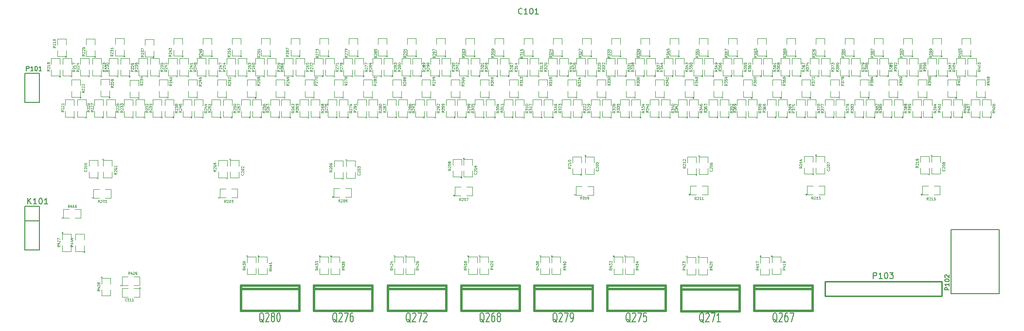
<source format=gto>
G04 (created by PCBNEW (2013-07-07 BZR 4022)-stable) date 18/01/2016 20:15:18*
%MOIN*%
G04 Gerber Fmt 3.4, Leading zero omitted, Abs format*
%FSLAX34Y34*%
G01*
G70*
G90*
G04 APERTURE LIST*
%ADD10C,0.00590551*%
%ADD11C,0.006*%
%ADD12C,0.01*%
%ADD13C,0.015*%
%ADD14C,0.0039*%
%ADD15C,0.008*%
%ADD16C,0.0035*%
G04 APERTURE END LIST*
G54D10*
G54D11*
X63530Y-38540D02*
X62530Y-38540D01*
X62530Y-38540D02*
X62530Y-36540D01*
X62530Y-36540D02*
X63530Y-36540D01*
X63530Y-36540D02*
X63530Y-38540D01*
X62530Y-45690D02*
X63530Y-45690D01*
X63530Y-45690D02*
X63530Y-48690D01*
X63530Y-48690D02*
X62530Y-48690D01*
X62530Y-48690D02*
X62530Y-45690D01*
X63530Y-46690D02*
X62530Y-46690D01*
G54D12*
X117350Y-50850D02*
X125350Y-50850D01*
X117350Y-51850D02*
X125350Y-51850D01*
X125350Y-51850D02*
X125350Y-50850D01*
X117350Y-50850D02*
X117350Y-51850D01*
G54D13*
X87380Y-51350D02*
X87380Y-51100D01*
X87380Y-51100D02*
X91380Y-51100D01*
X91380Y-51100D02*
X91380Y-51350D01*
X87380Y-52850D02*
X87380Y-51350D01*
X87380Y-51350D02*
X91380Y-51350D01*
X91380Y-51350D02*
X91380Y-52850D01*
X91380Y-52850D02*
X87380Y-52850D01*
X112500Y-51350D02*
X112500Y-51100D01*
X112500Y-51100D02*
X116500Y-51100D01*
X116500Y-51100D02*
X116500Y-51350D01*
X112500Y-52850D02*
X112500Y-51350D01*
X112500Y-51350D02*
X116500Y-51350D01*
X116500Y-51350D02*
X116500Y-52850D01*
X116500Y-52850D02*
X112500Y-52850D01*
X97420Y-51350D02*
X97420Y-51100D01*
X97420Y-51100D02*
X101420Y-51100D01*
X101420Y-51100D02*
X101420Y-51350D01*
X97420Y-52850D02*
X97420Y-51350D01*
X97420Y-51350D02*
X101420Y-51350D01*
X101420Y-51350D02*
X101420Y-52850D01*
X101420Y-52850D02*
X97420Y-52850D01*
X82340Y-51350D02*
X82340Y-51100D01*
X82340Y-51100D02*
X86340Y-51100D01*
X86340Y-51100D02*
X86340Y-51350D01*
X82340Y-52850D02*
X82340Y-51350D01*
X82340Y-51350D02*
X86340Y-51350D01*
X86340Y-51350D02*
X86340Y-52850D01*
X86340Y-52850D02*
X82340Y-52850D01*
X107480Y-51360D02*
X107480Y-51110D01*
X107480Y-51110D02*
X111480Y-51110D01*
X111480Y-51110D02*
X111480Y-51360D01*
X107480Y-52860D02*
X107480Y-51360D01*
X107480Y-51360D02*
X111480Y-51360D01*
X111480Y-51360D02*
X111480Y-52860D01*
X111480Y-52860D02*
X107480Y-52860D01*
X77320Y-51350D02*
X77320Y-51100D01*
X77320Y-51100D02*
X81320Y-51100D01*
X81320Y-51100D02*
X81320Y-51350D01*
X77320Y-52850D02*
X77320Y-51350D01*
X77320Y-51350D02*
X81320Y-51350D01*
X81320Y-51350D02*
X81320Y-52850D01*
X81320Y-52850D02*
X77320Y-52850D01*
X92420Y-51350D02*
X92420Y-51100D01*
X92420Y-51100D02*
X96420Y-51100D01*
X96420Y-51100D02*
X96420Y-51350D01*
X92420Y-52850D02*
X92420Y-51350D01*
X92420Y-51350D02*
X96420Y-51350D01*
X96420Y-51350D02*
X96420Y-52850D01*
X96420Y-52850D02*
X92420Y-52850D01*
X102440Y-51350D02*
X102440Y-51100D01*
X102440Y-51100D02*
X106440Y-51100D01*
X106440Y-51100D02*
X106440Y-51350D01*
X102440Y-52850D02*
X102440Y-51350D01*
X102440Y-51350D02*
X106440Y-51350D01*
X106440Y-51350D02*
X106440Y-52850D01*
X106440Y-52850D02*
X102440Y-52850D01*
G54D14*
X67940Y-42460D02*
G75*
G03X67940Y-42460I-50J0D01*
G74*
G01*
X67890Y-42910D02*
X67890Y-42510D01*
X67890Y-42510D02*
X68490Y-42510D01*
X68490Y-42510D02*
X68490Y-42910D01*
X68490Y-43310D02*
X68490Y-43710D01*
X68490Y-43710D02*
X67890Y-43710D01*
X67890Y-43710D02*
X67890Y-43310D01*
X69990Y-39590D02*
G75*
G03X69990Y-39590I-50J0D01*
G74*
G01*
X69940Y-39140D02*
X69940Y-39540D01*
X69940Y-39540D02*
X69340Y-39540D01*
X69340Y-39540D02*
X69340Y-39140D01*
X69340Y-38740D02*
X69340Y-38340D01*
X69340Y-38340D02*
X69940Y-38340D01*
X69940Y-38340D02*
X69940Y-38740D01*
X67580Y-43750D02*
G75*
G03X67580Y-43750I-50J0D01*
G74*
G01*
X67530Y-43300D02*
X67530Y-43700D01*
X67530Y-43700D02*
X66930Y-43700D01*
X66930Y-43700D02*
X66930Y-43300D01*
X66930Y-42900D02*
X66930Y-42500D01*
X66930Y-42500D02*
X67530Y-42500D01*
X67530Y-42500D02*
X67530Y-42900D01*
X71960Y-39580D02*
G75*
G03X71960Y-39580I-50J0D01*
G74*
G01*
X71910Y-39130D02*
X71910Y-39530D01*
X71910Y-39530D02*
X71310Y-39530D01*
X71310Y-39530D02*
X71310Y-39130D01*
X71310Y-38730D02*
X71310Y-38330D01*
X71310Y-38330D02*
X71910Y-38330D01*
X71910Y-38330D02*
X71910Y-38730D01*
X65400Y-35410D02*
G75*
G03X65400Y-35410I-50J0D01*
G74*
G01*
X65350Y-34960D02*
X65350Y-35360D01*
X65350Y-35360D02*
X64750Y-35360D01*
X64750Y-35360D02*
X64750Y-34960D01*
X64750Y-34560D02*
X64750Y-34160D01*
X64750Y-34160D02*
X65350Y-34160D01*
X65350Y-34160D02*
X65350Y-34560D01*
X65780Y-36770D02*
G75*
G03X65780Y-36770I-50J0D01*
G74*
G01*
X65730Y-36320D02*
X65730Y-36720D01*
X65730Y-36720D02*
X65130Y-36720D01*
X65130Y-36720D02*
X65130Y-36320D01*
X65130Y-35920D02*
X65130Y-35520D01*
X65130Y-35520D02*
X65730Y-35520D01*
X65730Y-35520D02*
X65730Y-35920D01*
X64990Y-36770D02*
G75*
G03X64990Y-36770I-50J0D01*
G74*
G01*
X64940Y-36320D02*
X64940Y-36720D01*
X64940Y-36720D02*
X64340Y-36720D01*
X64340Y-36720D02*
X64340Y-36320D01*
X64340Y-35920D02*
X64340Y-35520D01*
X64340Y-35520D02*
X64940Y-35520D01*
X64940Y-35520D02*
X64940Y-35920D01*
X66390Y-38210D02*
G75*
G03X66390Y-38210I-50J0D01*
G74*
G01*
X66340Y-37760D02*
X66340Y-38160D01*
X66340Y-38160D02*
X65740Y-38160D01*
X65740Y-38160D02*
X65740Y-37760D01*
X65740Y-37360D02*
X65740Y-36960D01*
X65740Y-36960D02*
X66340Y-36960D01*
X66340Y-36960D02*
X66340Y-37360D01*
X66780Y-39590D02*
G75*
G03X66780Y-39590I-50J0D01*
G74*
G01*
X66730Y-39140D02*
X66730Y-39540D01*
X66730Y-39540D02*
X66130Y-39540D01*
X66130Y-39540D02*
X66130Y-39140D01*
X66130Y-38740D02*
X66130Y-38340D01*
X66130Y-38340D02*
X66730Y-38340D01*
X66730Y-38340D02*
X66730Y-38740D01*
X65950Y-39590D02*
G75*
G03X65950Y-39590I-50J0D01*
G74*
G01*
X65900Y-39140D02*
X65900Y-39540D01*
X65900Y-39540D02*
X65300Y-39540D01*
X65300Y-39540D02*
X65300Y-39140D01*
X65300Y-38740D02*
X65300Y-38340D01*
X65300Y-38340D02*
X65900Y-38340D01*
X65900Y-38340D02*
X65900Y-38740D01*
X67390Y-35410D02*
G75*
G03X67390Y-35410I-50J0D01*
G74*
G01*
X67340Y-34960D02*
X67340Y-35360D01*
X67340Y-35360D02*
X66740Y-35360D01*
X66740Y-35360D02*
X66740Y-34960D01*
X66740Y-34560D02*
X66740Y-34160D01*
X66740Y-34160D02*
X67340Y-34160D01*
X67340Y-34160D02*
X67340Y-34560D01*
X67820Y-36760D02*
G75*
G03X67820Y-36760I-50J0D01*
G74*
G01*
X67770Y-36310D02*
X67770Y-36710D01*
X67770Y-36710D02*
X67170Y-36710D01*
X67170Y-36710D02*
X67170Y-36310D01*
X67170Y-35910D02*
X67170Y-35510D01*
X67170Y-35510D02*
X67770Y-35510D01*
X67770Y-35510D02*
X67770Y-35910D01*
X66980Y-36760D02*
G75*
G03X66980Y-36760I-50J0D01*
G74*
G01*
X66930Y-36310D02*
X66930Y-36710D01*
X66930Y-36710D02*
X66330Y-36710D01*
X66330Y-36710D02*
X66330Y-36310D01*
X66330Y-35910D02*
X66330Y-35510D01*
X66330Y-35510D02*
X66930Y-35510D01*
X66930Y-35510D02*
X66930Y-35910D01*
X68390Y-38200D02*
G75*
G03X68390Y-38200I-50J0D01*
G74*
G01*
X68340Y-37750D02*
X68340Y-38150D01*
X68340Y-38150D02*
X67740Y-38150D01*
X67740Y-38150D02*
X67740Y-37750D01*
X67740Y-37350D02*
X67740Y-36950D01*
X67740Y-36950D02*
X68340Y-36950D01*
X68340Y-36950D02*
X68340Y-37350D01*
X68780Y-39590D02*
G75*
G03X68780Y-39590I-50J0D01*
G74*
G01*
X68730Y-39140D02*
X68730Y-39540D01*
X68730Y-39540D02*
X68130Y-39540D01*
X68130Y-39540D02*
X68130Y-39140D01*
X68130Y-38740D02*
X68130Y-38340D01*
X68130Y-38340D02*
X68730Y-38340D01*
X68730Y-38340D02*
X68730Y-38740D01*
X67930Y-39590D02*
G75*
G03X67930Y-39590I-50J0D01*
G74*
G01*
X67880Y-39140D02*
X67880Y-39540D01*
X67880Y-39540D02*
X67280Y-39540D01*
X67280Y-39540D02*
X67280Y-39140D01*
X67280Y-38740D02*
X67280Y-38340D01*
X67280Y-38340D02*
X67880Y-38340D01*
X67880Y-38340D02*
X67880Y-38740D01*
X69390Y-35380D02*
G75*
G03X69390Y-35380I-50J0D01*
G74*
G01*
X69340Y-34930D02*
X69340Y-35330D01*
X69340Y-35330D02*
X68740Y-35330D01*
X68740Y-35330D02*
X68740Y-34930D01*
X68740Y-34530D02*
X68740Y-34130D01*
X68740Y-34130D02*
X69340Y-34130D01*
X69340Y-34130D02*
X69340Y-34530D01*
X69760Y-36770D02*
G75*
G03X69760Y-36770I-50J0D01*
G74*
G01*
X69710Y-36320D02*
X69710Y-36720D01*
X69710Y-36720D02*
X69110Y-36720D01*
X69110Y-36720D02*
X69110Y-36320D01*
X69110Y-35920D02*
X69110Y-35520D01*
X69110Y-35520D02*
X69710Y-35520D01*
X69710Y-35520D02*
X69710Y-35920D01*
X68950Y-36770D02*
G75*
G03X68950Y-36770I-50J0D01*
G74*
G01*
X68900Y-36320D02*
X68900Y-36720D01*
X68900Y-36720D02*
X68300Y-36720D01*
X68300Y-36720D02*
X68300Y-36320D01*
X68300Y-35920D02*
X68300Y-35520D01*
X68300Y-35520D02*
X68900Y-35520D01*
X68900Y-35520D02*
X68900Y-35920D01*
X70380Y-38250D02*
G75*
G03X70380Y-38250I-50J0D01*
G74*
G01*
X70330Y-37800D02*
X70330Y-38200D01*
X70330Y-38200D02*
X69730Y-38200D01*
X69730Y-38200D02*
X69730Y-37800D01*
X69730Y-37400D02*
X69730Y-37000D01*
X69730Y-37000D02*
X70330Y-37000D01*
X70330Y-37000D02*
X70330Y-37400D01*
X70780Y-39590D02*
G75*
G03X70780Y-39590I-50J0D01*
G74*
G01*
X70730Y-39140D02*
X70730Y-39540D01*
X70730Y-39540D02*
X70130Y-39540D01*
X70130Y-39540D02*
X70130Y-39140D01*
X70130Y-38740D02*
X70130Y-38340D01*
X70130Y-38340D02*
X70730Y-38340D01*
X70730Y-38340D02*
X70730Y-38740D01*
X71400Y-35450D02*
G75*
G03X71400Y-35450I-50J0D01*
G74*
G01*
X71350Y-35000D02*
X71350Y-35400D01*
X71350Y-35400D02*
X70750Y-35400D01*
X70750Y-35400D02*
X70750Y-35000D01*
X70750Y-34600D02*
X70750Y-34200D01*
X70750Y-34200D02*
X71350Y-34200D01*
X71350Y-34200D02*
X71350Y-34600D01*
X71770Y-36760D02*
G75*
G03X71770Y-36760I-50J0D01*
G74*
G01*
X71720Y-36310D02*
X71720Y-36710D01*
X71720Y-36710D02*
X71120Y-36710D01*
X71120Y-36710D02*
X71120Y-36310D01*
X71120Y-35910D02*
X71120Y-35510D01*
X71120Y-35510D02*
X71720Y-35510D01*
X71720Y-35510D02*
X71720Y-35910D01*
X70970Y-36760D02*
G75*
G03X70970Y-36760I-50J0D01*
G74*
G01*
X70920Y-36310D02*
X70920Y-36710D01*
X70920Y-36710D02*
X70320Y-36710D01*
X70320Y-36710D02*
X70320Y-36310D01*
X70320Y-35910D02*
X70320Y-35510D01*
X70320Y-35510D02*
X70920Y-35510D01*
X70920Y-35510D02*
X70920Y-35910D01*
X72390Y-38230D02*
G75*
G03X72390Y-38230I-50J0D01*
G74*
G01*
X72340Y-37780D02*
X72340Y-38180D01*
X72340Y-38180D02*
X71740Y-38180D01*
X71740Y-38180D02*
X71740Y-37780D01*
X71740Y-37380D02*
X71740Y-36980D01*
X71740Y-36980D02*
X72340Y-36980D01*
X72340Y-36980D02*
X72340Y-37380D01*
X72770Y-39580D02*
G75*
G03X72770Y-39580I-50J0D01*
G74*
G01*
X72720Y-39130D02*
X72720Y-39530D01*
X72720Y-39530D02*
X72120Y-39530D01*
X72120Y-39530D02*
X72120Y-39130D01*
X72120Y-38730D02*
X72120Y-38330D01*
X72120Y-38330D02*
X72720Y-38330D01*
X72720Y-38330D02*
X72720Y-38730D01*
X124020Y-44880D02*
G75*
G03X124020Y-44880I-50J0D01*
G74*
G01*
X124420Y-44880D02*
X124020Y-44880D01*
X124020Y-44880D02*
X124020Y-44280D01*
X124020Y-44280D02*
X124420Y-44280D01*
X124820Y-44280D02*
X125220Y-44280D01*
X125220Y-44280D02*
X125220Y-44880D01*
X125220Y-44880D02*
X124820Y-44880D01*
X84600Y-42490D02*
G75*
G03X84600Y-42490I-50J0D01*
G74*
G01*
X84550Y-42940D02*
X84550Y-42540D01*
X84550Y-42540D02*
X85150Y-42540D01*
X85150Y-42540D02*
X85150Y-42940D01*
X85150Y-43340D02*
X85150Y-43740D01*
X85150Y-43740D02*
X84550Y-43740D01*
X84550Y-43740D02*
X84550Y-43340D01*
X75880Y-45090D02*
G75*
G03X75880Y-45090I-50J0D01*
G74*
G01*
X76280Y-45090D02*
X75880Y-45090D01*
X75880Y-45090D02*
X75880Y-44490D01*
X75880Y-44490D02*
X76280Y-44490D01*
X76680Y-44490D02*
X77080Y-44490D01*
X77080Y-44490D02*
X77080Y-45090D01*
X77080Y-45090D02*
X76680Y-45090D01*
X76640Y-42450D02*
G75*
G03X76640Y-42450I-50J0D01*
G74*
G01*
X76590Y-42900D02*
X76590Y-42500D01*
X76590Y-42500D02*
X77190Y-42500D01*
X77190Y-42500D02*
X77190Y-42900D01*
X77190Y-43300D02*
X77190Y-43700D01*
X77190Y-43700D02*
X76590Y-43700D01*
X76590Y-43700D02*
X76590Y-43300D01*
X83700Y-45030D02*
G75*
G03X83700Y-45030I-50J0D01*
G74*
G01*
X84100Y-45030D02*
X83700Y-45030D01*
X83700Y-45030D02*
X83700Y-44430D01*
X83700Y-44430D02*
X84100Y-44430D01*
X84500Y-44430D02*
X84900Y-44430D01*
X84900Y-44430D02*
X84900Y-45030D01*
X84900Y-45030D02*
X84500Y-45030D01*
X92660Y-42400D02*
G75*
G03X92660Y-42400I-50J0D01*
G74*
G01*
X92610Y-42850D02*
X92610Y-42450D01*
X92610Y-42450D02*
X93210Y-42450D01*
X93210Y-42450D02*
X93210Y-42850D01*
X93210Y-43250D02*
X93210Y-43650D01*
X93210Y-43650D02*
X92610Y-43650D01*
X92610Y-43650D02*
X92610Y-43250D01*
X92000Y-44940D02*
G75*
G03X92000Y-44940I-50J0D01*
G74*
G01*
X92400Y-44940D02*
X92000Y-44940D01*
X92000Y-44940D02*
X92000Y-44340D01*
X92000Y-44340D02*
X92400Y-44340D01*
X92800Y-44340D02*
X93200Y-44340D01*
X93200Y-44340D02*
X93200Y-44940D01*
X93200Y-44940D02*
X92800Y-44940D01*
X67240Y-45100D02*
G75*
G03X67240Y-45100I-50J0D01*
G74*
G01*
X67640Y-45100D02*
X67240Y-45100D01*
X67240Y-45100D02*
X67240Y-44500D01*
X67240Y-44500D02*
X67640Y-44500D01*
X68040Y-44500D02*
X68440Y-44500D01*
X68440Y-44500D02*
X68440Y-45100D01*
X68440Y-45100D02*
X68040Y-45100D01*
X100990Y-42210D02*
G75*
G03X100990Y-42210I-50J0D01*
G74*
G01*
X100940Y-42660D02*
X100940Y-42260D01*
X100940Y-42260D02*
X101540Y-42260D01*
X101540Y-42260D02*
X101540Y-42660D01*
X101540Y-43060D02*
X101540Y-43460D01*
X101540Y-43460D02*
X100940Y-43460D01*
X100940Y-43460D02*
X100940Y-43060D01*
X100280Y-44900D02*
G75*
G03X100280Y-44900I-50J0D01*
G74*
G01*
X100680Y-44900D02*
X100280Y-44900D01*
X100280Y-44900D02*
X100280Y-44300D01*
X100280Y-44300D02*
X100680Y-44300D01*
X101080Y-44300D02*
X101480Y-44300D01*
X101480Y-44300D02*
X101480Y-44900D01*
X101480Y-44900D02*
X101080Y-44900D01*
X108780Y-42210D02*
G75*
G03X108780Y-42210I-50J0D01*
G74*
G01*
X108730Y-42660D02*
X108730Y-42260D01*
X108730Y-42260D02*
X109330Y-42260D01*
X109330Y-42260D02*
X109330Y-42660D01*
X109330Y-43060D02*
X109330Y-43460D01*
X109330Y-43460D02*
X108730Y-43460D01*
X108730Y-43460D02*
X108730Y-43060D01*
X108140Y-44880D02*
G75*
G03X108140Y-44880I-50J0D01*
G74*
G01*
X108540Y-44880D02*
X108140Y-44880D01*
X108140Y-44880D02*
X108140Y-44280D01*
X108140Y-44280D02*
X108540Y-44280D01*
X108940Y-44280D02*
X109340Y-44280D01*
X109340Y-44280D02*
X109340Y-44880D01*
X109340Y-44880D02*
X108940Y-44880D01*
X116790Y-42180D02*
G75*
G03X116790Y-42180I-50J0D01*
G74*
G01*
X116740Y-42630D02*
X116740Y-42230D01*
X116740Y-42230D02*
X117340Y-42230D01*
X117340Y-42230D02*
X117340Y-42630D01*
X117340Y-43030D02*
X117340Y-43430D01*
X117340Y-43430D02*
X116740Y-43430D01*
X116740Y-43430D02*
X116740Y-43030D01*
X116130Y-44870D02*
G75*
G03X116130Y-44870I-50J0D01*
G74*
G01*
X116530Y-44870D02*
X116130Y-44870D01*
X116130Y-44870D02*
X116130Y-44270D01*
X116130Y-44270D02*
X116530Y-44270D01*
X116930Y-44270D02*
X117330Y-44270D01*
X117330Y-44270D02*
X117330Y-44870D01*
X117330Y-44870D02*
X116930Y-44870D01*
X124710Y-42180D02*
G75*
G03X124710Y-42180I-50J0D01*
G74*
G01*
X124660Y-42630D02*
X124660Y-42230D01*
X124660Y-42230D02*
X125260Y-42230D01*
X125260Y-42230D02*
X125260Y-42630D01*
X125260Y-43030D02*
X125260Y-43430D01*
X125260Y-43430D02*
X124660Y-43430D01*
X124660Y-43430D02*
X124660Y-43030D01*
X76440Y-43750D02*
G75*
G03X76440Y-43750I-50J0D01*
G74*
G01*
X76390Y-43300D02*
X76390Y-43700D01*
X76390Y-43700D02*
X75790Y-43700D01*
X75790Y-43700D02*
X75790Y-43300D01*
X75790Y-42900D02*
X75790Y-42500D01*
X75790Y-42500D02*
X76390Y-42500D01*
X76390Y-42500D02*
X76390Y-42900D01*
X84390Y-43790D02*
G75*
G03X84390Y-43790I-50J0D01*
G74*
G01*
X84340Y-43340D02*
X84340Y-43740D01*
X84340Y-43740D02*
X83740Y-43740D01*
X83740Y-43740D02*
X83740Y-43340D01*
X83740Y-42940D02*
X83740Y-42540D01*
X83740Y-42540D02*
X84340Y-42540D01*
X84340Y-42540D02*
X84340Y-42940D01*
X92500Y-43700D02*
G75*
G03X92500Y-43700I-50J0D01*
G74*
G01*
X92450Y-43250D02*
X92450Y-43650D01*
X92450Y-43650D02*
X91850Y-43650D01*
X91850Y-43650D02*
X91850Y-43250D01*
X91850Y-42850D02*
X91850Y-42450D01*
X91850Y-42450D02*
X92450Y-42450D01*
X92450Y-42450D02*
X92450Y-42850D01*
X100710Y-43510D02*
G75*
G03X100710Y-43510I-50J0D01*
G74*
G01*
X100660Y-43060D02*
X100660Y-43460D01*
X100660Y-43460D02*
X100060Y-43460D01*
X100060Y-43460D02*
X100060Y-43060D01*
X100060Y-42660D02*
X100060Y-42260D01*
X100060Y-42260D02*
X100660Y-42260D01*
X100660Y-42260D02*
X100660Y-42660D01*
X108590Y-43510D02*
G75*
G03X108590Y-43510I-50J0D01*
G74*
G01*
X108540Y-43060D02*
X108540Y-43460D01*
X108540Y-43460D02*
X107940Y-43460D01*
X107940Y-43460D02*
X107940Y-43060D01*
X107940Y-42660D02*
X107940Y-42260D01*
X107940Y-42260D02*
X108540Y-42260D01*
X108540Y-42260D02*
X108540Y-42660D01*
X116590Y-43480D02*
G75*
G03X116590Y-43480I-50J0D01*
G74*
G01*
X116540Y-43030D02*
X116540Y-43430D01*
X116540Y-43430D02*
X115940Y-43430D01*
X115940Y-43430D02*
X115940Y-43030D01*
X115940Y-42630D02*
X115940Y-42230D01*
X115940Y-42230D02*
X116540Y-42230D01*
X116540Y-42230D02*
X116540Y-42630D01*
X124550Y-43480D02*
G75*
G03X124550Y-43480I-50J0D01*
G74*
G01*
X124500Y-43030D02*
X124500Y-43430D01*
X124500Y-43430D02*
X123900Y-43430D01*
X123900Y-43430D02*
X123900Y-43030D01*
X123900Y-42630D02*
X123900Y-42230D01*
X123900Y-42230D02*
X124500Y-42230D01*
X124500Y-42230D02*
X124500Y-42630D01*
X77000Y-36760D02*
G75*
G03X77000Y-36760I-50J0D01*
G74*
G01*
X76950Y-36310D02*
X76950Y-36710D01*
X76950Y-36710D02*
X76350Y-36710D01*
X76350Y-36710D02*
X76350Y-36310D01*
X76350Y-35910D02*
X76350Y-35510D01*
X76350Y-35510D02*
X76950Y-35510D01*
X76950Y-35510D02*
X76950Y-35910D01*
X80000Y-39580D02*
G75*
G03X80000Y-39580I-50J0D01*
G74*
G01*
X79950Y-39130D02*
X79950Y-39530D01*
X79950Y-39530D02*
X79350Y-39530D01*
X79350Y-39530D02*
X79350Y-39130D01*
X79350Y-38730D02*
X79350Y-38330D01*
X79350Y-38330D02*
X79950Y-38330D01*
X79950Y-38330D02*
X79950Y-38730D01*
X80760Y-39580D02*
G75*
G03X80760Y-39580I-50J0D01*
G74*
G01*
X80710Y-39130D02*
X80710Y-39530D01*
X80710Y-39530D02*
X80110Y-39530D01*
X80110Y-39530D02*
X80110Y-39130D01*
X80110Y-38730D02*
X80110Y-38330D01*
X80110Y-38330D02*
X80710Y-38330D01*
X80710Y-38330D02*
X80710Y-38730D01*
X80390Y-38230D02*
G75*
G03X80390Y-38230I-50J0D01*
G74*
G01*
X80340Y-37780D02*
X80340Y-38180D01*
X80340Y-38180D02*
X79740Y-38180D01*
X79740Y-38180D02*
X79740Y-37780D01*
X79740Y-37380D02*
X79740Y-36980D01*
X79740Y-36980D02*
X80340Y-36980D01*
X80340Y-36980D02*
X80340Y-37380D01*
X73390Y-35380D02*
G75*
G03X73390Y-35380I-50J0D01*
G74*
G01*
X73340Y-34930D02*
X73340Y-35330D01*
X73340Y-35330D02*
X72740Y-35330D01*
X72740Y-35330D02*
X72740Y-34930D01*
X72740Y-34530D02*
X72740Y-34130D01*
X72740Y-34130D02*
X73340Y-34130D01*
X73340Y-34130D02*
X73340Y-34530D01*
X78990Y-36760D02*
G75*
G03X78990Y-36760I-50J0D01*
G74*
G01*
X78940Y-36310D02*
X78940Y-36710D01*
X78940Y-36710D02*
X78340Y-36710D01*
X78340Y-36710D02*
X78340Y-36310D01*
X78340Y-35910D02*
X78340Y-35510D01*
X78340Y-35510D02*
X78940Y-35510D01*
X78940Y-35510D02*
X78940Y-35910D01*
X79780Y-36760D02*
G75*
G03X79780Y-36760I-50J0D01*
G74*
G01*
X79730Y-36310D02*
X79730Y-36710D01*
X79730Y-36710D02*
X79130Y-36710D01*
X79130Y-36710D02*
X79130Y-36310D01*
X79130Y-35910D02*
X79130Y-35510D01*
X79130Y-35510D02*
X79730Y-35510D01*
X79730Y-35510D02*
X79730Y-35910D01*
X79390Y-35380D02*
G75*
G03X79390Y-35380I-50J0D01*
G74*
G01*
X79340Y-34930D02*
X79340Y-35330D01*
X79340Y-35330D02*
X78740Y-35330D01*
X78740Y-35330D02*
X78740Y-34930D01*
X78740Y-34530D02*
X78740Y-34130D01*
X78740Y-34130D02*
X79340Y-34130D01*
X79340Y-34130D02*
X79340Y-34530D01*
X73790Y-36760D02*
G75*
G03X73790Y-36760I-50J0D01*
G74*
G01*
X73740Y-36310D02*
X73740Y-36710D01*
X73740Y-36710D02*
X73140Y-36710D01*
X73140Y-36710D02*
X73140Y-36310D01*
X73140Y-35910D02*
X73140Y-35510D01*
X73140Y-35510D02*
X73740Y-35510D01*
X73740Y-35510D02*
X73740Y-35910D01*
X78000Y-39580D02*
G75*
G03X78000Y-39580I-50J0D01*
G74*
G01*
X77950Y-39130D02*
X77950Y-39530D01*
X77950Y-39530D02*
X77350Y-39530D01*
X77350Y-39530D02*
X77350Y-39130D01*
X77350Y-38730D02*
X77350Y-38330D01*
X77350Y-38330D02*
X77950Y-38330D01*
X77950Y-38330D02*
X77950Y-38730D01*
X78770Y-39580D02*
G75*
G03X78770Y-39580I-50J0D01*
G74*
G01*
X78720Y-39130D02*
X78720Y-39530D01*
X78720Y-39530D02*
X78120Y-39530D01*
X78120Y-39530D02*
X78120Y-39130D01*
X78120Y-38730D02*
X78120Y-38330D01*
X78120Y-38330D02*
X78720Y-38330D01*
X78720Y-38330D02*
X78720Y-38730D01*
X78400Y-38230D02*
G75*
G03X78400Y-38230I-50J0D01*
G74*
G01*
X78350Y-37780D02*
X78350Y-38180D01*
X78350Y-38180D02*
X77750Y-38180D01*
X77750Y-38180D02*
X77750Y-37780D01*
X77750Y-37380D02*
X77750Y-36980D01*
X77750Y-36980D02*
X78350Y-36980D01*
X78350Y-36980D02*
X78350Y-37380D01*
X73020Y-36760D02*
G75*
G03X73020Y-36760I-50J0D01*
G74*
G01*
X72970Y-36310D02*
X72970Y-36710D01*
X72970Y-36710D02*
X72370Y-36710D01*
X72370Y-36710D02*
X72370Y-36310D01*
X72370Y-35910D02*
X72370Y-35510D01*
X72370Y-35510D02*
X72970Y-35510D01*
X72970Y-35510D02*
X72970Y-35910D01*
X74000Y-39580D02*
G75*
G03X74000Y-39580I-50J0D01*
G74*
G01*
X73950Y-39130D02*
X73950Y-39530D01*
X73950Y-39530D02*
X73350Y-39530D01*
X73350Y-39530D02*
X73350Y-39130D01*
X73350Y-38730D02*
X73350Y-38330D01*
X73350Y-38330D02*
X73950Y-38330D01*
X73950Y-38330D02*
X73950Y-38730D01*
X77790Y-36760D02*
G75*
G03X77790Y-36760I-50J0D01*
G74*
G01*
X77740Y-36310D02*
X77740Y-36710D01*
X77740Y-36710D02*
X77140Y-36710D01*
X77140Y-36710D02*
X77140Y-36310D01*
X77140Y-35910D02*
X77140Y-35510D01*
X77140Y-35510D02*
X77740Y-35510D01*
X77740Y-35510D02*
X77740Y-35910D01*
X77390Y-35380D02*
G75*
G03X77390Y-35380I-50J0D01*
G74*
G01*
X77340Y-34930D02*
X77340Y-35330D01*
X77340Y-35330D02*
X76740Y-35330D01*
X76740Y-35330D02*
X76740Y-34930D01*
X76740Y-34530D02*
X76740Y-34130D01*
X76740Y-34130D02*
X77340Y-34130D01*
X77340Y-34130D02*
X77340Y-34530D01*
X75990Y-39580D02*
G75*
G03X75990Y-39580I-50J0D01*
G74*
G01*
X75940Y-39130D02*
X75940Y-39530D01*
X75940Y-39530D02*
X75340Y-39530D01*
X75340Y-39530D02*
X75340Y-39130D01*
X75340Y-38730D02*
X75340Y-38330D01*
X75340Y-38330D02*
X75940Y-38330D01*
X75940Y-38330D02*
X75940Y-38730D01*
X76770Y-39580D02*
G75*
G03X76770Y-39580I-50J0D01*
G74*
G01*
X76720Y-39130D02*
X76720Y-39530D01*
X76720Y-39530D02*
X76120Y-39530D01*
X76120Y-39530D02*
X76120Y-39130D01*
X76120Y-38730D02*
X76120Y-38330D01*
X76120Y-38330D02*
X76720Y-38330D01*
X76720Y-38330D02*
X76720Y-38730D01*
X76390Y-38230D02*
G75*
G03X76390Y-38230I-50J0D01*
G74*
G01*
X76340Y-37780D02*
X76340Y-38180D01*
X76340Y-38180D02*
X75740Y-38180D01*
X75740Y-38180D02*
X75740Y-37780D01*
X75740Y-37380D02*
X75740Y-36980D01*
X75740Y-36980D02*
X76340Y-36980D01*
X76340Y-36980D02*
X76340Y-37380D01*
X74390Y-38230D02*
G75*
G03X74390Y-38230I-50J0D01*
G74*
G01*
X74340Y-37780D02*
X74340Y-38180D01*
X74340Y-38180D02*
X73740Y-38180D01*
X73740Y-38180D02*
X73740Y-37780D01*
X73740Y-37380D02*
X73740Y-36980D01*
X73740Y-36980D02*
X74340Y-36980D01*
X74340Y-36980D02*
X74340Y-37380D01*
X74990Y-36760D02*
G75*
G03X74990Y-36760I-50J0D01*
G74*
G01*
X74940Y-36310D02*
X74940Y-36710D01*
X74940Y-36710D02*
X74340Y-36710D01*
X74340Y-36710D02*
X74340Y-36310D01*
X74340Y-35910D02*
X74340Y-35510D01*
X74340Y-35510D02*
X74940Y-35510D01*
X74940Y-35510D02*
X74940Y-35910D01*
X75790Y-36760D02*
G75*
G03X75790Y-36760I-50J0D01*
G74*
G01*
X75740Y-36310D02*
X75740Y-36710D01*
X75740Y-36710D02*
X75140Y-36710D01*
X75140Y-36710D02*
X75140Y-36310D01*
X75140Y-35910D02*
X75140Y-35510D01*
X75140Y-35510D02*
X75740Y-35510D01*
X75740Y-35510D02*
X75740Y-35910D01*
X75390Y-35380D02*
G75*
G03X75390Y-35380I-50J0D01*
G74*
G01*
X75340Y-34930D02*
X75340Y-35330D01*
X75340Y-35330D02*
X74740Y-35330D01*
X74740Y-35330D02*
X74740Y-34930D01*
X74740Y-34530D02*
X74740Y-34130D01*
X74740Y-34130D02*
X75340Y-34130D01*
X75340Y-34130D02*
X75340Y-34530D01*
X74780Y-39580D02*
G75*
G03X74780Y-39580I-50J0D01*
G74*
G01*
X74730Y-39130D02*
X74730Y-39530D01*
X74730Y-39530D02*
X74130Y-39530D01*
X74130Y-39530D02*
X74130Y-39130D01*
X74130Y-38730D02*
X74130Y-38330D01*
X74130Y-38330D02*
X74730Y-38330D01*
X74730Y-38330D02*
X74730Y-38730D01*
X85010Y-36750D02*
G75*
G03X85010Y-36750I-50J0D01*
G74*
G01*
X84960Y-36300D02*
X84960Y-36700D01*
X84960Y-36700D02*
X84360Y-36700D01*
X84360Y-36700D02*
X84360Y-36300D01*
X84360Y-35900D02*
X84360Y-35500D01*
X84360Y-35500D02*
X84960Y-35500D01*
X84960Y-35500D02*
X84960Y-35900D01*
X88020Y-39580D02*
G75*
G03X88020Y-39580I-50J0D01*
G74*
G01*
X87970Y-39130D02*
X87970Y-39530D01*
X87970Y-39530D02*
X87370Y-39530D01*
X87370Y-39530D02*
X87370Y-39130D01*
X87370Y-38730D02*
X87370Y-38330D01*
X87370Y-38330D02*
X87970Y-38330D01*
X87970Y-38330D02*
X87970Y-38730D01*
X88780Y-39580D02*
G75*
G03X88780Y-39580I-50J0D01*
G74*
G01*
X88730Y-39130D02*
X88730Y-39530D01*
X88730Y-39530D02*
X88130Y-39530D01*
X88130Y-39530D02*
X88130Y-39130D01*
X88130Y-38730D02*
X88130Y-38330D01*
X88130Y-38330D02*
X88730Y-38330D01*
X88730Y-38330D02*
X88730Y-38730D01*
X88390Y-38230D02*
G75*
G03X88390Y-38230I-50J0D01*
G74*
G01*
X88340Y-37780D02*
X88340Y-38180D01*
X88340Y-38180D02*
X87740Y-38180D01*
X87740Y-38180D02*
X87740Y-37780D01*
X87740Y-37380D02*
X87740Y-36980D01*
X87740Y-36980D02*
X88340Y-36980D01*
X88340Y-36980D02*
X88340Y-37380D01*
X81400Y-35380D02*
G75*
G03X81400Y-35380I-50J0D01*
G74*
G01*
X81350Y-34930D02*
X81350Y-35330D01*
X81350Y-35330D02*
X80750Y-35330D01*
X80750Y-35330D02*
X80750Y-34930D01*
X80750Y-34530D02*
X80750Y-34130D01*
X80750Y-34130D02*
X81350Y-34130D01*
X81350Y-34130D02*
X81350Y-34530D01*
X87010Y-36750D02*
G75*
G03X87010Y-36750I-50J0D01*
G74*
G01*
X86960Y-36300D02*
X86960Y-36700D01*
X86960Y-36700D02*
X86360Y-36700D01*
X86360Y-36700D02*
X86360Y-36300D01*
X86360Y-35900D02*
X86360Y-35500D01*
X86360Y-35500D02*
X86960Y-35500D01*
X86960Y-35500D02*
X86960Y-35900D01*
X87770Y-36750D02*
G75*
G03X87770Y-36750I-50J0D01*
G74*
G01*
X87720Y-36300D02*
X87720Y-36700D01*
X87720Y-36700D02*
X87120Y-36700D01*
X87120Y-36700D02*
X87120Y-36300D01*
X87120Y-35900D02*
X87120Y-35500D01*
X87120Y-35500D02*
X87720Y-35500D01*
X87720Y-35500D02*
X87720Y-35900D01*
X87390Y-35380D02*
G75*
G03X87390Y-35380I-50J0D01*
G74*
G01*
X87340Y-34930D02*
X87340Y-35330D01*
X87340Y-35330D02*
X86740Y-35330D01*
X86740Y-35330D02*
X86740Y-34930D01*
X86740Y-34530D02*
X86740Y-34130D01*
X86740Y-34130D02*
X87340Y-34130D01*
X87340Y-34130D02*
X87340Y-34530D01*
X81750Y-36760D02*
G75*
G03X81750Y-36760I-50J0D01*
G74*
G01*
X81700Y-36310D02*
X81700Y-36710D01*
X81700Y-36710D02*
X81100Y-36710D01*
X81100Y-36710D02*
X81100Y-36310D01*
X81100Y-35910D02*
X81100Y-35510D01*
X81100Y-35510D02*
X81700Y-35510D01*
X81700Y-35510D02*
X81700Y-35910D01*
X85980Y-39580D02*
G75*
G03X85980Y-39580I-50J0D01*
G74*
G01*
X85930Y-39130D02*
X85930Y-39530D01*
X85930Y-39530D02*
X85330Y-39530D01*
X85330Y-39530D02*
X85330Y-39130D01*
X85330Y-38730D02*
X85330Y-38330D01*
X85330Y-38330D02*
X85930Y-38330D01*
X85930Y-38330D02*
X85930Y-38730D01*
X86750Y-39580D02*
G75*
G03X86750Y-39580I-50J0D01*
G74*
G01*
X86700Y-39130D02*
X86700Y-39530D01*
X86700Y-39530D02*
X86100Y-39530D01*
X86100Y-39530D02*
X86100Y-39130D01*
X86100Y-38730D02*
X86100Y-38330D01*
X86100Y-38330D02*
X86700Y-38330D01*
X86700Y-38330D02*
X86700Y-38730D01*
X86390Y-38230D02*
G75*
G03X86390Y-38230I-50J0D01*
G74*
G01*
X86340Y-37780D02*
X86340Y-38180D01*
X86340Y-38180D02*
X85740Y-38180D01*
X85740Y-38180D02*
X85740Y-37780D01*
X85740Y-37380D02*
X85740Y-36980D01*
X85740Y-36980D02*
X86340Y-36980D01*
X86340Y-36980D02*
X86340Y-37380D01*
X80960Y-36760D02*
G75*
G03X80960Y-36760I-50J0D01*
G74*
G01*
X80910Y-36310D02*
X80910Y-36710D01*
X80910Y-36710D02*
X80310Y-36710D01*
X80310Y-36710D02*
X80310Y-36310D01*
X80310Y-35910D02*
X80310Y-35510D01*
X80310Y-35510D02*
X80910Y-35510D01*
X80910Y-35510D02*
X80910Y-35910D01*
X82010Y-39580D02*
G75*
G03X82010Y-39580I-50J0D01*
G74*
G01*
X81960Y-39130D02*
X81960Y-39530D01*
X81960Y-39530D02*
X81360Y-39530D01*
X81360Y-39530D02*
X81360Y-39130D01*
X81360Y-38730D02*
X81360Y-38330D01*
X81360Y-38330D02*
X81960Y-38330D01*
X81960Y-38330D02*
X81960Y-38730D01*
X85790Y-36750D02*
G75*
G03X85790Y-36750I-50J0D01*
G74*
G01*
X85740Y-36300D02*
X85740Y-36700D01*
X85740Y-36700D02*
X85140Y-36700D01*
X85140Y-36700D02*
X85140Y-36300D01*
X85140Y-35900D02*
X85140Y-35500D01*
X85140Y-35500D02*
X85740Y-35500D01*
X85740Y-35500D02*
X85740Y-35900D01*
X85390Y-35380D02*
G75*
G03X85390Y-35380I-50J0D01*
G74*
G01*
X85340Y-34930D02*
X85340Y-35330D01*
X85340Y-35330D02*
X84740Y-35330D01*
X84740Y-35330D02*
X84740Y-34930D01*
X84740Y-34530D02*
X84740Y-34130D01*
X84740Y-34130D02*
X85340Y-34130D01*
X85340Y-34130D02*
X85340Y-34530D01*
X83960Y-39580D02*
G75*
G03X83960Y-39580I-50J0D01*
G74*
G01*
X83910Y-39130D02*
X83910Y-39530D01*
X83910Y-39530D02*
X83310Y-39530D01*
X83310Y-39530D02*
X83310Y-39130D01*
X83310Y-38730D02*
X83310Y-38330D01*
X83310Y-38330D02*
X83910Y-38330D01*
X83910Y-38330D02*
X83910Y-38730D01*
X84720Y-39580D02*
G75*
G03X84720Y-39580I-50J0D01*
G74*
G01*
X84670Y-39130D02*
X84670Y-39530D01*
X84670Y-39530D02*
X84070Y-39530D01*
X84070Y-39530D02*
X84070Y-39130D01*
X84070Y-38730D02*
X84070Y-38330D01*
X84070Y-38330D02*
X84670Y-38330D01*
X84670Y-38330D02*
X84670Y-38730D01*
X84390Y-38230D02*
G75*
G03X84390Y-38230I-50J0D01*
G74*
G01*
X84340Y-37780D02*
X84340Y-38180D01*
X84340Y-38180D02*
X83740Y-38180D01*
X83740Y-38180D02*
X83740Y-37780D01*
X83740Y-37380D02*
X83740Y-36980D01*
X83740Y-36980D02*
X84340Y-36980D01*
X84340Y-36980D02*
X84340Y-37380D01*
X82390Y-38230D02*
G75*
G03X82390Y-38230I-50J0D01*
G74*
G01*
X82340Y-37780D02*
X82340Y-38180D01*
X82340Y-38180D02*
X81740Y-38180D01*
X81740Y-38180D02*
X81740Y-37780D01*
X81740Y-37380D02*
X81740Y-36980D01*
X81740Y-36980D02*
X82340Y-36980D01*
X82340Y-36980D02*
X82340Y-37380D01*
X83000Y-36750D02*
G75*
G03X83000Y-36750I-50J0D01*
G74*
G01*
X82950Y-36300D02*
X82950Y-36700D01*
X82950Y-36700D02*
X82350Y-36700D01*
X82350Y-36700D02*
X82350Y-36300D01*
X82350Y-35900D02*
X82350Y-35500D01*
X82350Y-35500D02*
X82950Y-35500D01*
X82950Y-35500D02*
X82950Y-35900D01*
X83780Y-36750D02*
G75*
G03X83780Y-36750I-50J0D01*
G74*
G01*
X83730Y-36300D02*
X83730Y-36700D01*
X83730Y-36700D02*
X83130Y-36700D01*
X83130Y-36700D02*
X83130Y-36300D01*
X83130Y-35900D02*
X83130Y-35500D01*
X83130Y-35500D02*
X83730Y-35500D01*
X83730Y-35500D02*
X83730Y-35900D01*
X83390Y-35380D02*
G75*
G03X83390Y-35380I-50J0D01*
G74*
G01*
X83340Y-34930D02*
X83340Y-35330D01*
X83340Y-35330D02*
X82740Y-35330D01*
X82740Y-35330D02*
X82740Y-34930D01*
X82740Y-34530D02*
X82740Y-34130D01*
X82740Y-34130D02*
X83340Y-34130D01*
X83340Y-34130D02*
X83340Y-34530D01*
X82790Y-39580D02*
G75*
G03X82790Y-39580I-50J0D01*
G74*
G01*
X82740Y-39130D02*
X82740Y-39530D01*
X82740Y-39530D02*
X82140Y-39530D01*
X82140Y-39530D02*
X82140Y-39130D01*
X82140Y-38730D02*
X82140Y-38330D01*
X82140Y-38330D02*
X82740Y-38330D01*
X82740Y-38330D02*
X82740Y-38730D01*
X92950Y-36750D02*
G75*
G03X92950Y-36750I-50J0D01*
G74*
G01*
X92900Y-36300D02*
X92900Y-36700D01*
X92900Y-36700D02*
X92300Y-36700D01*
X92300Y-36700D02*
X92300Y-36300D01*
X92300Y-35900D02*
X92300Y-35500D01*
X92300Y-35500D02*
X92900Y-35500D01*
X92900Y-35500D02*
X92900Y-35900D01*
X96000Y-39580D02*
G75*
G03X96000Y-39580I-50J0D01*
G74*
G01*
X95950Y-39130D02*
X95950Y-39530D01*
X95950Y-39530D02*
X95350Y-39530D01*
X95350Y-39530D02*
X95350Y-39130D01*
X95350Y-38730D02*
X95350Y-38330D01*
X95350Y-38330D02*
X95950Y-38330D01*
X95950Y-38330D02*
X95950Y-38730D01*
X96780Y-39580D02*
G75*
G03X96780Y-39580I-50J0D01*
G74*
G01*
X96730Y-39130D02*
X96730Y-39530D01*
X96730Y-39530D02*
X96130Y-39530D01*
X96130Y-39530D02*
X96130Y-39130D01*
X96130Y-38730D02*
X96130Y-38330D01*
X96130Y-38330D02*
X96730Y-38330D01*
X96730Y-38330D02*
X96730Y-38730D01*
X96390Y-38230D02*
G75*
G03X96390Y-38230I-50J0D01*
G74*
G01*
X96340Y-37780D02*
X96340Y-38180D01*
X96340Y-38180D02*
X95740Y-38180D01*
X95740Y-38180D02*
X95740Y-37780D01*
X95740Y-37380D02*
X95740Y-36980D01*
X95740Y-36980D02*
X96340Y-36980D01*
X96340Y-36980D02*
X96340Y-37380D01*
X89390Y-35380D02*
G75*
G03X89390Y-35380I-50J0D01*
G74*
G01*
X89340Y-34930D02*
X89340Y-35330D01*
X89340Y-35330D02*
X88740Y-35330D01*
X88740Y-35330D02*
X88740Y-34930D01*
X88740Y-34530D02*
X88740Y-34130D01*
X88740Y-34130D02*
X89340Y-34130D01*
X89340Y-34130D02*
X89340Y-34530D01*
X94960Y-36750D02*
G75*
G03X94960Y-36750I-50J0D01*
G74*
G01*
X94910Y-36300D02*
X94910Y-36700D01*
X94910Y-36700D02*
X94310Y-36700D01*
X94310Y-36700D02*
X94310Y-36300D01*
X94310Y-35900D02*
X94310Y-35500D01*
X94310Y-35500D02*
X94910Y-35500D01*
X94910Y-35500D02*
X94910Y-35900D01*
X95730Y-36750D02*
G75*
G03X95730Y-36750I-50J0D01*
G74*
G01*
X95680Y-36300D02*
X95680Y-36700D01*
X95680Y-36700D02*
X95080Y-36700D01*
X95080Y-36700D02*
X95080Y-36300D01*
X95080Y-35900D02*
X95080Y-35500D01*
X95080Y-35500D02*
X95680Y-35500D01*
X95680Y-35500D02*
X95680Y-35900D01*
X95390Y-35380D02*
G75*
G03X95390Y-35380I-50J0D01*
G74*
G01*
X95340Y-34930D02*
X95340Y-35330D01*
X95340Y-35330D02*
X94740Y-35330D01*
X94740Y-35330D02*
X94740Y-34930D01*
X94740Y-34530D02*
X94740Y-34130D01*
X94740Y-34130D02*
X95340Y-34130D01*
X95340Y-34130D02*
X95340Y-34530D01*
X89730Y-36750D02*
G75*
G03X89730Y-36750I-50J0D01*
G74*
G01*
X89680Y-36300D02*
X89680Y-36700D01*
X89680Y-36700D02*
X89080Y-36700D01*
X89080Y-36700D02*
X89080Y-36300D01*
X89080Y-35900D02*
X89080Y-35500D01*
X89080Y-35500D02*
X89680Y-35500D01*
X89680Y-35500D02*
X89680Y-35900D01*
X94020Y-39580D02*
G75*
G03X94020Y-39580I-50J0D01*
G74*
G01*
X93970Y-39130D02*
X93970Y-39530D01*
X93970Y-39530D02*
X93370Y-39530D01*
X93370Y-39530D02*
X93370Y-39130D01*
X93370Y-38730D02*
X93370Y-38330D01*
X93370Y-38330D02*
X93970Y-38330D01*
X93970Y-38330D02*
X93970Y-38730D01*
X94790Y-39580D02*
G75*
G03X94790Y-39580I-50J0D01*
G74*
G01*
X94740Y-39130D02*
X94740Y-39530D01*
X94740Y-39530D02*
X94140Y-39530D01*
X94140Y-39530D02*
X94140Y-39130D01*
X94140Y-38730D02*
X94140Y-38330D01*
X94140Y-38330D02*
X94740Y-38330D01*
X94740Y-38330D02*
X94740Y-38730D01*
X94390Y-38230D02*
G75*
G03X94390Y-38230I-50J0D01*
G74*
G01*
X94340Y-37780D02*
X94340Y-38180D01*
X94340Y-38180D02*
X93740Y-38180D01*
X93740Y-38180D02*
X93740Y-37780D01*
X93740Y-37380D02*
X93740Y-36980D01*
X93740Y-36980D02*
X94340Y-36980D01*
X94340Y-36980D02*
X94340Y-37380D01*
X89020Y-36750D02*
G75*
G03X89020Y-36750I-50J0D01*
G74*
G01*
X88970Y-36300D02*
X88970Y-36700D01*
X88970Y-36700D02*
X88370Y-36700D01*
X88370Y-36700D02*
X88370Y-36300D01*
X88370Y-35900D02*
X88370Y-35500D01*
X88370Y-35500D02*
X88970Y-35500D01*
X88970Y-35500D02*
X88970Y-35900D01*
X89940Y-39580D02*
G75*
G03X89940Y-39580I-50J0D01*
G74*
G01*
X89890Y-39130D02*
X89890Y-39530D01*
X89890Y-39530D02*
X89290Y-39530D01*
X89290Y-39530D02*
X89290Y-39130D01*
X89290Y-38730D02*
X89290Y-38330D01*
X89290Y-38330D02*
X89890Y-38330D01*
X89890Y-38330D02*
X89890Y-38730D01*
X93730Y-36750D02*
G75*
G03X93730Y-36750I-50J0D01*
G74*
G01*
X93680Y-36300D02*
X93680Y-36700D01*
X93680Y-36700D02*
X93080Y-36700D01*
X93080Y-36700D02*
X93080Y-36300D01*
X93080Y-35900D02*
X93080Y-35500D01*
X93080Y-35500D02*
X93680Y-35500D01*
X93680Y-35500D02*
X93680Y-35900D01*
X93390Y-35380D02*
G75*
G03X93390Y-35380I-50J0D01*
G74*
G01*
X93340Y-34930D02*
X93340Y-35330D01*
X93340Y-35330D02*
X92740Y-35330D01*
X92740Y-35330D02*
X92740Y-34930D01*
X92740Y-34530D02*
X92740Y-34130D01*
X92740Y-34130D02*
X93340Y-34130D01*
X93340Y-34130D02*
X93340Y-34530D01*
X92030Y-39580D02*
G75*
G03X92030Y-39580I-50J0D01*
G74*
G01*
X91980Y-39130D02*
X91980Y-39530D01*
X91980Y-39530D02*
X91380Y-39530D01*
X91380Y-39530D02*
X91380Y-39130D01*
X91380Y-38730D02*
X91380Y-38330D01*
X91380Y-38330D02*
X91980Y-38330D01*
X91980Y-38330D02*
X91980Y-38730D01*
X92800Y-39580D02*
G75*
G03X92800Y-39580I-50J0D01*
G74*
G01*
X92750Y-39130D02*
X92750Y-39530D01*
X92750Y-39530D02*
X92150Y-39530D01*
X92150Y-39530D02*
X92150Y-39130D01*
X92150Y-38730D02*
X92150Y-38330D01*
X92150Y-38330D02*
X92750Y-38330D01*
X92750Y-38330D02*
X92750Y-38730D01*
X92390Y-38230D02*
G75*
G03X92390Y-38230I-50J0D01*
G74*
G01*
X92340Y-37780D02*
X92340Y-38180D01*
X92340Y-38180D02*
X91740Y-38180D01*
X91740Y-38180D02*
X91740Y-37780D01*
X91740Y-37380D02*
X91740Y-36980D01*
X91740Y-36980D02*
X92340Y-36980D01*
X92340Y-36980D02*
X92340Y-37380D01*
X90380Y-38230D02*
G75*
G03X90380Y-38230I-50J0D01*
G74*
G01*
X90330Y-37780D02*
X90330Y-38180D01*
X90330Y-38180D02*
X89730Y-38180D01*
X89730Y-38180D02*
X89730Y-37780D01*
X89730Y-37380D02*
X89730Y-36980D01*
X89730Y-36980D02*
X90330Y-36980D01*
X90330Y-36980D02*
X90330Y-37380D01*
X90970Y-36750D02*
G75*
G03X90970Y-36750I-50J0D01*
G74*
G01*
X90920Y-36300D02*
X90920Y-36700D01*
X90920Y-36700D02*
X90320Y-36700D01*
X90320Y-36700D02*
X90320Y-36300D01*
X90320Y-35900D02*
X90320Y-35500D01*
X90320Y-35500D02*
X90920Y-35500D01*
X90920Y-35500D02*
X90920Y-35900D01*
X91740Y-36750D02*
G75*
G03X91740Y-36750I-50J0D01*
G74*
G01*
X91690Y-36300D02*
X91690Y-36700D01*
X91690Y-36700D02*
X91090Y-36700D01*
X91090Y-36700D02*
X91090Y-36300D01*
X91090Y-35900D02*
X91090Y-35500D01*
X91090Y-35500D02*
X91690Y-35500D01*
X91690Y-35500D02*
X91690Y-35900D01*
X91390Y-35380D02*
G75*
G03X91390Y-35380I-50J0D01*
G74*
G01*
X91340Y-34930D02*
X91340Y-35330D01*
X91340Y-35330D02*
X90740Y-35330D01*
X90740Y-35330D02*
X90740Y-34930D01*
X90740Y-34530D02*
X90740Y-34130D01*
X90740Y-34130D02*
X91340Y-34130D01*
X91340Y-34130D02*
X91340Y-34530D01*
X90710Y-39580D02*
G75*
G03X90710Y-39580I-50J0D01*
G74*
G01*
X90660Y-39130D02*
X90660Y-39530D01*
X90660Y-39530D02*
X90060Y-39530D01*
X90060Y-39530D02*
X90060Y-39130D01*
X90060Y-38730D02*
X90060Y-38330D01*
X90060Y-38330D02*
X90660Y-38330D01*
X90660Y-38330D02*
X90660Y-38730D01*
X100980Y-36750D02*
G75*
G03X100980Y-36750I-50J0D01*
G74*
G01*
X100930Y-36300D02*
X100930Y-36700D01*
X100930Y-36700D02*
X100330Y-36700D01*
X100330Y-36700D02*
X100330Y-36300D01*
X100330Y-35900D02*
X100330Y-35500D01*
X100330Y-35500D02*
X100930Y-35500D01*
X100930Y-35500D02*
X100930Y-35900D01*
X103990Y-39580D02*
G75*
G03X103990Y-39580I-50J0D01*
G74*
G01*
X103940Y-39130D02*
X103940Y-39530D01*
X103940Y-39530D02*
X103340Y-39530D01*
X103340Y-39530D02*
X103340Y-39130D01*
X103340Y-38730D02*
X103340Y-38330D01*
X103340Y-38330D02*
X103940Y-38330D01*
X103940Y-38330D02*
X103940Y-38730D01*
X104760Y-39580D02*
G75*
G03X104760Y-39580I-50J0D01*
G74*
G01*
X104710Y-39130D02*
X104710Y-39530D01*
X104710Y-39530D02*
X104110Y-39530D01*
X104110Y-39530D02*
X104110Y-39130D01*
X104110Y-38730D02*
X104110Y-38330D01*
X104110Y-38330D02*
X104710Y-38330D01*
X104710Y-38330D02*
X104710Y-38730D01*
X104390Y-38230D02*
G75*
G03X104390Y-38230I-50J0D01*
G74*
G01*
X104340Y-37780D02*
X104340Y-38180D01*
X104340Y-38180D02*
X103740Y-38180D01*
X103740Y-38180D02*
X103740Y-37780D01*
X103740Y-37380D02*
X103740Y-36980D01*
X103740Y-36980D02*
X104340Y-36980D01*
X104340Y-36980D02*
X104340Y-37380D01*
X97390Y-35380D02*
G75*
G03X97390Y-35380I-50J0D01*
G74*
G01*
X97340Y-34930D02*
X97340Y-35330D01*
X97340Y-35330D02*
X96740Y-35330D01*
X96740Y-35330D02*
X96740Y-34930D01*
X96740Y-34530D02*
X96740Y-34130D01*
X96740Y-34130D02*
X97340Y-34130D01*
X97340Y-34130D02*
X97340Y-34530D01*
X103010Y-36750D02*
G75*
G03X103010Y-36750I-50J0D01*
G74*
G01*
X102960Y-36300D02*
X102960Y-36700D01*
X102960Y-36700D02*
X102360Y-36700D01*
X102360Y-36700D02*
X102360Y-36300D01*
X102360Y-35900D02*
X102360Y-35500D01*
X102360Y-35500D02*
X102960Y-35500D01*
X102960Y-35500D02*
X102960Y-35900D01*
X103770Y-36750D02*
G75*
G03X103770Y-36750I-50J0D01*
G74*
G01*
X103720Y-36300D02*
X103720Y-36700D01*
X103720Y-36700D02*
X103120Y-36700D01*
X103120Y-36700D02*
X103120Y-36300D01*
X103120Y-35900D02*
X103120Y-35500D01*
X103120Y-35500D02*
X103720Y-35500D01*
X103720Y-35500D02*
X103720Y-35900D01*
X103390Y-35380D02*
G75*
G03X103390Y-35380I-50J0D01*
G74*
G01*
X103340Y-34930D02*
X103340Y-35330D01*
X103340Y-35330D02*
X102740Y-35330D01*
X102740Y-35330D02*
X102740Y-34930D01*
X102740Y-34530D02*
X102740Y-34130D01*
X102740Y-34130D02*
X103340Y-34130D01*
X103340Y-34130D02*
X103340Y-34530D01*
X97780Y-36750D02*
G75*
G03X97780Y-36750I-50J0D01*
G74*
G01*
X97730Y-36300D02*
X97730Y-36700D01*
X97730Y-36700D02*
X97130Y-36700D01*
X97130Y-36700D02*
X97130Y-36300D01*
X97130Y-35900D02*
X97130Y-35500D01*
X97130Y-35500D02*
X97730Y-35500D01*
X97730Y-35500D02*
X97730Y-35900D01*
X101980Y-39580D02*
G75*
G03X101980Y-39580I-50J0D01*
G74*
G01*
X101930Y-39130D02*
X101930Y-39530D01*
X101930Y-39530D02*
X101330Y-39530D01*
X101330Y-39530D02*
X101330Y-39130D01*
X101330Y-38730D02*
X101330Y-38330D01*
X101330Y-38330D02*
X101930Y-38330D01*
X101930Y-38330D02*
X101930Y-38730D01*
X102750Y-39580D02*
G75*
G03X102750Y-39580I-50J0D01*
G74*
G01*
X102700Y-39130D02*
X102700Y-39530D01*
X102700Y-39530D02*
X102100Y-39530D01*
X102100Y-39530D02*
X102100Y-39130D01*
X102100Y-38730D02*
X102100Y-38330D01*
X102100Y-38330D02*
X102700Y-38330D01*
X102700Y-38330D02*
X102700Y-38730D01*
X102390Y-38230D02*
G75*
G03X102390Y-38230I-50J0D01*
G74*
G01*
X102340Y-37780D02*
X102340Y-38180D01*
X102340Y-38180D02*
X101740Y-38180D01*
X101740Y-38180D02*
X101740Y-37780D01*
X101740Y-37380D02*
X101740Y-36980D01*
X101740Y-36980D02*
X102340Y-36980D01*
X102340Y-36980D02*
X102340Y-37380D01*
X97010Y-36750D02*
G75*
G03X97010Y-36750I-50J0D01*
G74*
G01*
X96960Y-36300D02*
X96960Y-36700D01*
X96960Y-36700D02*
X96360Y-36700D01*
X96360Y-36700D02*
X96360Y-36300D01*
X96360Y-35900D02*
X96360Y-35500D01*
X96360Y-35500D02*
X96960Y-35500D01*
X96960Y-35500D02*
X96960Y-35900D01*
X97990Y-39580D02*
G75*
G03X97990Y-39580I-50J0D01*
G74*
G01*
X97940Y-39130D02*
X97940Y-39530D01*
X97940Y-39530D02*
X97340Y-39530D01*
X97340Y-39530D02*
X97340Y-39130D01*
X97340Y-38730D02*
X97340Y-38330D01*
X97340Y-38330D02*
X97940Y-38330D01*
X97940Y-38330D02*
X97940Y-38730D01*
X101740Y-36750D02*
G75*
G03X101740Y-36750I-50J0D01*
G74*
G01*
X101690Y-36300D02*
X101690Y-36700D01*
X101690Y-36700D02*
X101090Y-36700D01*
X101090Y-36700D02*
X101090Y-36300D01*
X101090Y-35900D02*
X101090Y-35500D01*
X101090Y-35500D02*
X101690Y-35500D01*
X101690Y-35500D02*
X101690Y-35900D01*
X101390Y-35380D02*
G75*
G03X101390Y-35380I-50J0D01*
G74*
G01*
X101340Y-34930D02*
X101340Y-35330D01*
X101340Y-35330D02*
X100740Y-35330D01*
X100740Y-35330D02*
X100740Y-34930D01*
X100740Y-34530D02*
X100740Y-34130D01*
X100740Y-34130D02*
X101340Y-34130D01*
X101340Y-34130D02*
X101340Y-34530D01*
X99980Y-39580D02*
G75*
G03X99980Y-39580I-50J0D01*
G74*
G01*
X99930Y-39130D02*
X99930Y-39530D01*
X99930Y-39530D02*
X99330Y-39530D01*
X99330Y-39530D02*
X99330Y-39130D01*
X99330Y-38730D02*
X99330Y-38330D01*
X99330Y-38330D02*
X99930Y-38330D01*
X99930Y-38330D02*
X99930Y-38730D01*
X100740Y-39580D02*
G75*
G03X100740Y-39580I-50J0D01*
G74*
G01*
X100690Y-39130D02*
X100690Y-39530D01*
X100690Y-39530D02*
X100090Y-39530D01*
X100090Y-39530D02*
X100090Y-39130D01*
X100090Y-38730D02*
X100090Y-38330D01*
X100090Y-38330D02*
X100690Y-38330D01*
X100690Y-38330D02*
X100690Y-38730D01*
X100390Y-38230D02*
G75*
G03X100390Y-38230I-50J0D01*
G74*
G01*
X100340Y-37780D02*
X100340Y-38180D01*
X100340Y-38180D02*
X99740Y-38180D01*
X99740Y-38180D02*
X99740Y-37780D01*
X99740Y-37380D02*
X99740Y-36980D01*
X99740Y-36980D02*
X100340Y-36980D01*
X100340Y-36980D02*
X100340Y-37380D01*
X98390Y-38230D02*
G75*
G03X98390Y-38230I-50J0D01*
G74*
G01*
X98340Y-37780D02*
X98340Y-38180D01*
X98340Y-38180D02*
X97740Y-38180D01*
X97740Y-38180D02*
X97740Y-37780D01*
X97740Y-37380D02*
X97740Y-36980D01*
X97740Y-36980D02*
X98340Y-36980D01*
X98340Y-36980D02*
X98340Y-37380D01*
X99040Y-36750D02*
G75*
G03X99040Y-36750I-50J0D01*
G74*
G01*
X98990Y-36300D02*
X98990Y-36700D01*
X98990Y-36700D02*
X98390Y-36700D01*
X98390Y-36700D02*
X98390Y-36300D01*
X98390Y-35900D02*
X98390Y-35500D01*
X98390Y-35500D02*
X98990Y-35500D01*
X98990Y-35500D02*
X98990Y-35900D01*
X99800Y-36750D02*
G75*
G03X99800Y-36750I-50J0D01*
G74*
G01*
X99750Y-36300D02*
X99750Y-36700D01*
X99750Y-36700D02*
X99150Y-36700D01*
X99150Y-36700D02*
X99150Y-36300D01*
X99150Y-35900D02*
X99150Y-35500D01*
X99150Y-35500D02*
X99750Y-35500D01*
X99750Y-35500D02*
X99750Y-35900D01*
X99390Y-35380D02*
G75*
G03X99390Y-35380I-50J0D01*
G74*
G01*
X99340Y-34930D02*
X99340Y-35330D01*
X99340Y-35330D02*
X98740Y-35330D01*
X98740Y-35330D02*
X98740Y-34930D01*
X98740Y-34530D02*
X98740Y-34130D01*
X98740Y-34130D02*
X99340Y-34130D01*
X99340Y-34130D02*
X99340Y-34530D01*
X98760Y-39580D02*
G75*
G03X98760Y-39580I-50J0D01*
G74*
G01*
X98710Y-39130D02*
X98710Y-39530D01*
X98710Y-39530D02*
X98110Y-39530D01*
X98110Y-39530D02*
X98110Y-39130D01*
X98110Y-38730D02*
X98110Y-38330D01*
X98110Y-38330D02*
X98710Y-38330D01*
X98710Y-38330D02*
X98710Y-38730D01*
X109000Y-36750D02*
G75*
G03X109000Y-36750I-50J0D01*
G74*
G01*
X108950Y-36300D02*
X108950Y-36700D01*
X108950Y-36700D02*
X108350Y-36700D01*
X108350Y-36700D02*
X108350Y-36300D01*
X108350Y-35900D02*
X108350Y-35500D01*
X108350Y-35500D02*
X108950Y-35500D01*
X108950Y-35500D02*
X108950Y-35900D01*
X111980Y-39580D02*
G75*
G03X111980Y-39580I-50J0D01*
G74*
G01*
X111930Y-39130D02*
X111930Y-39530D01*
X111930Y-39530D02*
X111330Y-39530D01*
X111330Y-39530D02*
X111330Y-39130D01*
X111330Y-38730D02*
X111330Y-38330D01*
X111330Y-38330D02*
X111930Y-38330D01*
X111930Y-38330D02*
X111930Y-38730D01*
X112750Y-39580D02*
G75*
G03X112750Y-39580I-50J0D01*
G74*
G01*
X112700Y-39130D02*
X112700Y-39530D01*
X112700Y-39530D02*
X112100Y-39530D01*
X112100Y-39530D02*
X112100Y-39130D01*
X112100Y-38730D02*
X112100Y-38330D01*
X112100Y-38330D02*
X112700Y-38330D01*
X112700Y-38330D02*
X112700Y-38730D01*
X112400Y-38230D02*
G75*
G03X112400Y-38230I-50J0D01*
G74*
G01*
X112350Y-37780D02*
X112350Y-38180D01*
X112350Y-38180D02*
X111750Y-38180D01*
X111750Y-38180D02*
X111750Y-37780D01*
X111750Y-37380D02*
X111750Y-36980D01*
X111750Y-36980D02*
X112350Y-36980D01*
X112350Y-36980D02*
X112350Y-37380D01*
X105390Y-35380D02*
G75*
G03X105390Y-35380I-50J0D01*
G74*
G01*
X105340Y-34930D02*
X105340Y-35330D01*
X105340Y-35330D02*
X104740Y-35330D01*
X104740Y-35330D02*
X104740Y-34930D01*
X104740Y-34530D02*
X104740Y-34130D01*
X104740Y-34130D02*
X105340Y-34130D01*
X105340Y-34130D02*
X105340Y-34530D01*
X111000Y-36750D02*
G75*
G03X111000Y-36750I-50J0D01*
G74*
G01*
X110950Y-36300D02*
X110950Y-36700D01*
X110950Y-36700D02*
X110350Y-36700D01*
X110350Y-36700D02*
X110350Y-36300D01*
X110350Y-35900D02*
X110350Y-35500D01*
X110350Y-35500D02*
X110950Y-35500D01*
X110950Y-35500D02*
X110950Y-35900D01*
X111760Y-36750D02*
G75*
G03X111760Y-36750I-50J0D01*
G74*
G01*
X111710Y-36300D02*
X111710Y-36700D01*
X111710Y-36700D02*
X111110Y-36700D01*
X111110Y-36700D02*
X111110Y-36300D01*
X111110Y-35900D02*
X111110Y-35500D01*
X111110Y-35500D02*
X111710Y-35500D01*
X111710Y-35500D02*
X111710Y-35900D01*
X111390Y-35380D02*
G75*
G03X111390Y-35380I-50J0D01*
G74*
G01*
X111340Y-34930D02*
X111340Y-35330D01*
X111340Y-35330D02*
X110740Y-35330D01*
X110740Y-35330D02*
X110740Y-34930D01*
X110740Y-34530D02*
X110740Y-34130D01*
X110740Y-34130D02*
X111340Y-34130D01*
X111340Y-34130D02*
X111340Y-34530D01*
X105770Y-36750D02*
G75*
G03X105770Y-36750I-50J0D01*
G74*
G01*
X105720Y-36300D02*
X105720Y-36700D01*
X105720Y-36700D02*
X105120Y-36700D01*
X105120Y-36700D02*
X105120Y-36300D01*
X105120Y-35900D02*
X105120Y-35500D01*
X105120Y-35500D02*
X105720Y-35500D01*
X105720Y-35500D02*
X105720Y-35900D01*
X110030Y-39580D02*
G75*
G03X110030Y-39580I-50J0D01*
G74*
G01*
X109980Y-39130D02*
X109980Y-39530D01*
X109980Y-39530D02*
X109380Y-39530D01*
X109380Y-39530D02*
X109380Y-39130D01*
X109380Y-38730D02*
X109380Y-38330D01*
X109380Y-38330D02*
X109980Y-38330D01*
X109980Y-38330D02*
X109980Y-38730D01*
X110800Y-39580D02*
G75*
G03X110800Y-39580I-50J0D01*
G74*
G01*
X110750Y-39130D02*
X110750Y-39530D01*
X110750Y-39530D02*
X110150Y-39530D01*
X110150Y-39530D02*
X110150Y-39130D01*
X110150Y-38730D02*
X110150Y-38330D01*
X110150Y-38330D02*
X110750Y-38330D01*
X110750Y-38330D02*
X110750Y-38730D01*
X110390Y-38230D02*
G75*
G03X110390Y-38230I-50J0D01*
G74*
G01*
X110340Y-37780D02*
X110340Y-38180D01*
X110340Y-38180D02*
X109740Y-38180D01*
X109740Y-38180D02*
X109740Y-37780D01*
X109740Y-37380D02*
X109740Y-36980D01*
X109740Y-36980D02*
X110340Y-36980D01*
X110340Y-36980D02*
X110340Y-37380D01*
X105000Y-36750D02*
G75*
G03X105000Y-36750I-50J0D01*
G74*
G01*
X104950Y-36300D02*
X104950Y-36700D01*
X104950Y-36700D02*
X104350Y-36700D01*
X104350Y-36700D02*
X104350Y-36300D01*
X104350Y-35900D02*
X104350Y-35500D01*
X104350Y-35500D02*
X104950Y-35500D01*
X104950Y-35500D02*
X104950Y-35900D01*
X106020Y-39580D02*
G75*
G03X106020Y-39580I-50J0D01*
G74*
G01*
X105970Y-39130D02*
X105970Y-39530D01*
X105970Y-39530D02*
X105370Y-39530D01*
X105370Y-39530D02*
X105370Y-39130D01*
X105370Y-38730D02*
X105370Y-38330D01*
X105370Y-38330D02*
X105970Y-38330D01*
X105970Y-38330D02*
X105970Y-38730D01*
X109760Y-36750D02*
G75*
G03X109760Y-36750I-50J0D01*
G74*
G01*
X109710Y-36300D02*
X109710Y-36700D01*
X109710Y-36700D02*
X109110Y-36700D01*
X109110Y-36700D02*
X109110Y-36300D01*
X109110Y-35900D02*
X109110Y-35500D01*
X109110Y-35500D02*
X109710Y-35500D01*
X109710Y-35500D02*
X109710Y-35900D01*
X109390Y-35380D02*
G75*
G03X109390Y-35380I-50J0D01*
G74*
G01*
X109340Y-34930D02*
X109340Y-35330D01*
X109340Y-35330D02*
X108740Y-35330D01*
X108740Y-35330D02*
X108740Y-34930D01*
X108740Y-34530D02*
X108740Y-34130D01*
X108740Y-34130D02*
X109340Y-34130D01*
X109340Y-34130D02*
X109340Y-34530D01*
X107960Y-39580D02*
G75*
G03X107960Y-39580I-50J0D01*
G74*
G01*
X107910Y-39130D02*
X107910Y-39530D01*
X107910Y-39530D02*
X107310Y-39530D01*
X107310Y-39530D02*
X107310Y-39130D01*
X107310Y-38730D02*
X107310Y-38330D01*
X107310Y-38330D02*
X107910Y-38330D01*
X107910Y-38330D02*
X107910Y-38730D01*
X108720Y-39580D02*
G75*
G03X108720Y-39580I-50J0D01*
G74*
G01*
X108670Y-39130D02*
X108670Y-39530D01*
X108670Y-39530D02*
X108070Y-39530D01*
X108070Y-39530D02*
X108070Y-39130D01*
X108070Y-38730D02*
X108070Y-38330D01*
X108070Y-38330D02*
X108670Y-38330D01*
X108670Y-38330D02*
X108670Y-38730D01*
X108400Y-38230D02*
G75*
G03X108400Y-38230I-50J0D01*
G74*
G01*
X108350Y-37780D02*
X108350Y-38180D01*
X108350Y-38180D02*
X107750Y-38180D01*
X107750Y-38180D02*
X107750Y-37780D01*
X107750Y-37380D02*
X107750Y-36980D01*
X107750Y-36980D02*
X108350Y-36980D01*
X108350Y-36980D02*
X108350Y-37380D01*
X106390Y-38230D02*
G75*
G03X106390Y-38230I-50J0D01*
G74*
G01*
X106340Y-37780D02*
X106340Y-38180D01*
X106340Y-38180D02*
X105740Y-38180D01*
X105740Y-38180D02*
X105740Y-37780D01*
X105740Y-37380D02*
X105740Y-36980D01*
X105740Y-36980D02*
X106340Y-36980D01*
X106340Y-36980D02*
X106340Y-37380D01*
X106970Y-36750D02*
G75*
G03X106970Y-36750I-50J0D01*
G74*
G01*
X106920Y-36300D02*
X106920Y-36700D01*
X106920Y-36700D02*
X106320Y-36700D01*
X106320Y-36700D02*
X106320Y-36300D01*
X106320Y-35900D02*
X106320Y-35500D01*
X106320Y-35500D02*
X106920Y-35500D01*
X106920Y-35500D02*
X106920Y-35900D01*
X107740Y-36750D02*
G75*
G03X107740Y-36750I-50J0D01*
G74*
G01*
X107690Y-36300D02*
X107690Y-36700D01*
X107690Y-36700D02*
X107090Y-36700D01*
X107090Y-36700D02*
X107090Y-36300D01*
X107090Y-35900D02*
X107090Y-35500D01*
X107090Y-35500D02*
X107690Y-35500D01*
X107690Y-35500D02*
X107690Y-35900D01*
X107390Y-35380D02*
G75*
G03X107390Y-35380I-50J0D01*
G74*
G01*
X107340Y-34930D02*
X107340Y-35330D01*
X107340Y-35330D02*
X106740Y-35330D01*
X106740Y-35330D02*
X106740Y-34930D01*
X106740Y-34530D02*
X106740Y-34130D01*
X106740Y-34130D02*
X107340Y-34130D01*
X107340Y-34130D02*
X107340Y-34530D01*
X106780Y-39580D02*
G75*
G03X106780Y-39580I-50J0D01*
G74*
G01*
X106730Y-39130D02*
X106730Y-39530D01*
X106730Y-39530D02*
X106130Y-39530D01*
X106130Y-39530D02*
X106130Y-39130D01*
X106130Y-38730D02*
X106130Y-38330D01*
X106130Y-38330D02*
X106730Y-38330D01*
X106730Y-38330D02*
X106730Y-38730D01*
X116980Y-36750D02*
G75*
G03X116980Y-36750I-50J0D01*
G74*
G01*
X116930Y-36300D02*
X116930Y-36700D01*
X116930Y-36700D02*
X116330Y-36700D01*
X116330Y-36700D02*
X116330Y-36300D01*
X116330Y-35900D02*
X116330Y-35500D01*
X116330Y-35500D02*
X116930Y-35500D01*
X116930Y-35500D02*
X116930Y-35900D01*
X120040Y-39580D02*
G75*
G03X120040Y-39580I-50J0D01*
G74*
G01*
X119990Y-39130D02*
X119990Y-39530D01*
X119990Y-39530D02*
X119390Y-39530D01*
X119390Y-39530D02*
X119390Y-39130D01*
X119390Y-38730D02*
X119390Y-38330D01*
X119390Y-38330D02*
X119990Y-38330D01*
X119990Y-38330D02*
X119990Y-38730D01*
X120800Y-39580D02*
G75*
G03X120800Y-39580I-50J0D01*
G74*
G01*
X120750Y-39130D02*
X120750Y-39530D01*
X120750Y-39530D02*
X120150Y-39530D01*
X120150Y-39530D02*
X120150Y-39130D01*
X120150Y-38730D02*
X120150Y-38330D01*
X120150Y-38330D02*
X120750Y-38330D01*
X120750Y-38330D02*
X120750Y-38730D01*
X120400Y-38230D02*
G75*
G03X120400Y-38230I-50J0D01*
G74*
G01*
X120350Y-37780D02*
X120350Y-38180D01*
X120350Y-38180D02*
X119750Y-38180D01*
X119750Y-38180D02*
X119750Y-37780D01*
X119750Y-37380D02*
X119750Y-36980D01*
X119750Y-36980D02*
X120350Y-36980D01*
X120350Y-36980D02*
X120350Y-37380D01*
X113390Y-35380D02*
G75*
G03X113390Y-35380I-50J0D01*
G74*
G01*
X113340Y-34930D02*
X113340Y-35330D01*
X113340Y-35330D02*
X112740Y-35330D01*
X112740Y-35330D02*
X112740Y-34930D01*
X112740Y-34530D02*
X112740Y-34130D01*
X112740Y-34130D02*
X113340Y-34130D01*
X113340Y-34130D02*
X113340Y-34530D01*
X119060Y-36750D02*
G75*
G03X119060Y-36750I-50J0D01*
G74*
G01*
X119010Y-36300D02*
X119010Y-36700D01*
X119010Y-36700D02*
X118410Y-36700D01*
X118410Y-36700D02*
X118410Y-36300D01*
X118410Y-35900D02*
X118410Y-35500D01*
X118410Y-35500D02*
X119010Y-35500D01*
X119010Y-35500D02*
X119010Y-35900D01*
X119820Y-36750D02*
G75*
G03X119820Y-36750I-50J0D01*
G74*
G01*
X119770Y-36300D02*
X119770Y-36700D01*
X119770Y-36700D02*
X119170Y-36700D01*
X119170Y-36700D02*
X119170Y-36300D01*
X119170Y-35900D02*
X119170Y-35500D01*
X119170Y-35500D02*
X119770Y-35500D01*
X119770Y-35500D02*
X119770Y-35900D01*
X119390Y-35380D02*
G75*
G03X119390Y-35380I-50J0D01*
G74*
G01*
X119340Y-34930D02*
X119340Y-35330D01*
X119340Y-35330D02*
X118740Y-35330D01*
X118740Y-35330D02*
X118740Y-34930D01*
X118740Y-34530D02*
X118740Y-34130D01*
X118740Y-34130D02*
X119340Y-34130D01*
X119340Y-34130D02*
X119340Y-34530D01*
X113790Y-36750D02*
G75*
G03X113790Y-36750I-50J0D01*
G74*
G01*
X113740Y-36300D02*
X113740Y-36700D01*
X113740Y-36700D02*
X113140Y-36700D01*
X113140Y-36700D02*
X113140Y-36300D01*
X113140Y-35900D02*
X113140Y-35500D01*
X113140Y-35500D02*
X113740Y-35500D01*
X113740Y-35500D02*
X113740Y-35900D01*
X118000Y-39580D02*
G75*
G03X118000Y-39580I-50J0D01*
G74*
G01*
X117950Y-39130D02*
X117950Y-39530D01*
X117950Y-39530D02*
X117350Y-39530D01*
X117350Y-39530D02*
X117350Y-39130D01*
X117350Y-38730D02*
X117350Y-38330D01*
X117350Y-38330D02*
X117950Y-38330D01*
X117950Y-38330D02*
X117950Y-38730D01*
X118760Y-39580D02*
G75*
G03X118760Y-39580I-50J0D01*
G74*
G01*
X118710Y-39130D02*
X118710Y-39530D01*
X118710Y-39530D02*
X118110Y-39530D01*
X118110Y-39530D02*
X118110Y-39130D01*
X118110Y-38730D02*
X118110Y-38330D01*
X118110Y-38330D02*
X118710Y-38330D01*
X118710Y-38330D02*
X118710Y-38730D01*
X118390Y-38230D02*
G75*
G03X118390Y-38230I-50J0D01*
G74*
G01*
X118340Y-37780D02*
X118340Y-38180D01*
X118340Y-38180D02*
X117740Y-38180D01*
X117740Y-38180D02*
X117740Y-37780D01*
X117740Y-37380D02*
X117740Y-36980D01*
X117740Y-36980D02*
X118340Y-36980D01*
X118340Y-36980D02*
X118340Y-37380D01*
X113030Y-36750D02*
G75*
G03X113030Y-36750I-50J0D01*
G74*
G01*
X112980Y-36300D02*
X112980Y-36700D01*
X112980Y-36700D02*
X112380Y-36700D01*
X112380Y-36700D02*
X112380Y-36300D01*
X112380Y-35900D02*
X112380Y-35500D01*
X112380Y-35500D02*
X112980Y-35500D01*
X112980Y-35500D02*
X112980Y-35900D01*
X114030Y-39580D02*
G75*
G03X114030Y-39580I-50J0D01*
G74*
G01*
X113980Y-39130D02*
X113980Y-39530D01*
X113980Y-39530D02*
X113380Y-39530D01*
X113380Y-39530D02*
X113380Y-39130D01*
X113380Y-38730D02*
X113380Y-38330D01*
X113380Y-38330D02*
X113980Y-38330D01*
X113980Y-38330D02*
X113980Y-38730D01*
X117740Y-36750D02*
G75*
G03X117740Y-36750I-50J0D01*
G74*
G01*
X117690Y-36300D02*
X117690Y-36700D01*
X117690Y-36700D02*
X117090Y-36700D01*
X117090Y-36700D02*
X117090Y-36300D01*
X117090Y-35900D02*
X117090Y-35500D01*
X117090Y-35500D02*
X117690Y-35500D01*
X117690Y-35500D02*
X117690Y-35900D01*
X117390Y-35380D02*
G75*
G03X117390Y-35380I-50J0D01*
G74*
G01*
X117340Y-34930D02*
X117340Y-35330D01*
X117340Y-35330D02*
X116740Y-35330D01*
X116740Y-35330D02*
X116740Y-34930D01*
X116740Y-34530D02*
X116740Y-34130D01*
X116740Y-34130D02*
X117340Y-34130D01*
X117340Y-34130D02*
X117340Y-34530D01*
X116030Y-39580D02*
G75*
G03X116030Y-39580I-50J0D01*
G74*
G01*
X115980Y-39130D02*
X115980Y-39530D01*
X115980Y-39530D02*
X115380Y-39530D01*
X115380Y-39530D02*
X115380Y-39130D01*
X115380Y-38730D02*
X115380Y-38330D01*
X115380Y-38330D02*
X115980Y-38330D01*
X115980Y-38330D02*
X115980Y-38730D01*
X116790Y-39580D02*
G75*
G03X116790Y-39580I-50J0D01*
G74*
G01*
X116740Y-39130D02*
X116740Y-39530D01*
X116740Y-39530D02*
X116140Y-39530D01*
X116140Y-39530D02*
X116140Y-39130D01*
X116140Y-38730D02*
X116140Y-38330D01*
X116140Y-38330D02*
X116740Y-38330D01*
X116740Y-38330D02*
X116740Y-38730D01*
X116400Y-38230D02*
G75*
G03X116400Y-38230I-50J0D01*
G74*
G01*
X116350Y-37780D02*
X116350Y-38180D01*
X116350Y-38180D02*
X115750Y-38180D01*
X115750Y-38180D02*
X115750Y-37780D01*
X115750Y-37380D02*
X115750Y-36980D01*
X115750Y-36980D02*
X116350Y-36980D01*
X116350Y-36980D02*
X116350Y-37380D01*
X114400Y-38230D02*
G75*
G03X114400Y-38230I-50J0D01*
G74*
G01*
X114350Y-37780D02*
X114350Y-38180D01*
X114350Y-38180D02*
X113750Y-38180D01*
X113750Y-38180D02*
X113750Y-37780D01*
X113750Y-37380D02*
X113750Y-36980D01*
X113750Y-36980D02*
X114350Y-36980D01*
X114350Y-36980D02*
X114350Y-37380D01*
X114970Y-36750D02*
G75*
G03X114970Y-36750I-50J0D01*
G74*
G01*
X114920Y-36300D02*
X114920Y-36700D01*
X114920Y-36700D02*
X114320Y-36700D01*
X114320Y-36700D02*
X114320Y-36300D01*
X114320Y-35900D02*
X114320Y-35500D01*
X114320Y-35500D02*
X114920Y-35500D01*
X114920Y-35500D02*
X114920Y-35900D01*
X115730Y-36750D02*
G75*
G03X115730Y-36750I-50J0D01*
G74*
G01*
X115680Y-36300D02*
X115680Y-36700D01*
X115680Y-36700D02*
X115080Y-36700D01*
X115080Y-36700D02*
X115080Y-36300D01*
X115080Y-35900D02*
X115080Y-35500D01*
X115080Y-35500D02*
X115680Y-35500D01*
X115680Y-35500D02*
X115680Y-35900D01*
X115390Y-35380D02*
G75*
G03X115390Y-35380I-50J0D01*
G74*
G01*
X115340Y-34930D02*
X115340Y-35330D01*
X115340Y-35330D02*
X114740Y-35330D01*
X114740Y-35330D02*
X114740Y-34930D01*
X114740Y-34530D02*
X114740Y-34130D01*
X114740Y-34130D02*
X115340Y-34130D01*
X115340Y-34130D02*
X115340Y-34530D01*
X114800Y-39580D02*
G75*
G03X114800Y-39580I-50J0D01*
G74*
G01*
X114750Y-39130D02*
X114750Y-39530D01*
X114750Y-39530D02*
X114150Y-39530D01*
X114150Y-39530D02*
X114150Y-39130D01*
X114150Y-38730D02*
X114150Y-38330D01*
X114150Y-38330D02*
X114750Y-38330D01*
X114750Y-38330D02*
X114750Y-38730D01*
X125030Y-36750D02*
G75*
G03X125030Y-36750I-50J0D01*
G74*
G01*
X124980Y-36300D02*
X124980Y-36700D01*
X124980Y-36700D02*
X124380Y-36700D01*
X124380Y-36700D02*
X124380Y-36300D01*
X124380Y-35900D02*
X124380Y-35500D01*
X124380Y-35500D02*
X124980Y-35500D01*
X124980Y-35500D02*
X124980Y-35900D01*
X128010Y-39580D02*
G75*
G03X128010Y-39580I-50J0D01*
G74*
G01*
X127960Y-39130D02*
X127960Y-39530D01*
X127960Y-39530D02*
X127360Y-39530D01*
X127360Y-39530D02*
X127360Y-39130D01*
X127360Y-38730D02*
X127360Y-38330D01*
X127360Y-38330D02*
X127960Y-38330D01*
X127960Y-38330D02*
X127960Y-38730D01*
X128770Y-39580D02*
G75*
G03X128770Y-39580I-50J0D01*
G74*
G01*
X128720Y-39130D02*
X128720Y-39530D01*
X128720Y-39530D02*
X128120Y-39530D01*
X128120Y-39530D02*
X128120Y-39130D01*
X128120Y-38730D02*
X128120Y-38330D01*
X128120Y-38330D02*
X128720Y-38330D01*
X128720Y-38330D02*
X128720Y-38730D01*
X128390Y-38230D02*
G75*
G03X128390Y-38230I-50J0D01*
G74*
G01*
X128340Y-37780D02*
X128340Y-38180D01*
X128340Y-38180D02*
X127740Y-38180D01*
X127740Y-38180D02*
X127740Y-37780D01*
X127740Y-37380D02*
X127740Y-36980D01*
X127740Y-36980D02*
X128340Y-36980D01*
X128340Y-36980D02*
X128340Y-37380D01*
X121390Y-35380D02*
G75*
G03X121390Y-35380I-50J0D01*
G74*
G01*
X121340Y-34930D02*
X121340Y-35330D01*
X121340Y-35330D02*
X120740Y-35330D01*
X120740Y-35330D02*
X120740Y-34930D01*
X120740Y-34530D02*
X120740Y-34130D01*
X120740Y-34130D02*
X121340Y-34130D01*
X121340Y-34130D02*
X121340Y-34530D01*
X127010Y-36750D02*
G75*
G03X127010Y-36750I-50J0D01*
G74*
G01*
X126960Y-36300D02*
X126960Y-36700D01*
X126960Y-36700D02*
X126360Y-36700D01*
X126360Y-36700D02*
X126360Y-36300D01*
X126360Y-35900D02*
X126360Y-35500D01*
X126360Y-35500D02*
X126960Y-35500D01*
X126960Y-35500D02*
X126960Y-35900D01*
X127780Y-36750D02*
G75*
G03X127780Y-36750I-50J0D01*
G74*
G01*
X127730Y-36300D02*
X127730Y-36700D01*
X127730Y-36700D02*
X127130Y-36700D01*
X127130Y-36700D02*
X127130Y-36300D01*
X127130Y-35900D02*
X127130Y-35500D01*
X127130Y-35500D02*
X127730Y-35500D01*
X127730Y-35500D02*
X127730Y-35900D01*
X127390Y-35380D02*
G75*
G03X127390Y-35380I-50J0D01*
G74*
G01*
X127340Y-34930D02*
X127340Y-35330D01*
X127340Y-35330D02*
X126740Y-35330D01*
X126740Y-35330D02*
X126740Y-34930D01*
X126740Y-34530D02*
X126740Y-34130D01*
X126740Y-34130D02*
X127340Y-34130D01*
X127340Y-34130D02*
X127340Y-34530D01*
X121730Y-36750D02*
G75*
G03X121730Y-36750I-50J0D01*
G74*
G01*
X121680Y-36300D02*
X121680Y-36700D01*
X121680Y-36700D02*
X121080Y-36700D01*
X121080Y-36700D02*
X121080Y-36300D01*
X121080Y-35900D02*
X121080Y-35500D01*
X121080Y-35500D02*
X121680Y-35500D01*
X121680Y-35500D02*
X121680Y-35900D01*
X126040Y-39580D02*
G75*
G03X126040Y-39580I-50J0D01*
G74*
G01*
X125990Y-39130D02*
X125990Y-39530D01*
X125990Y-39530D02*
X125390Y-39530D01*
X125390Y-39530D02*
X125390Y-39130D01*
X125390Y-38730D02*
X125390Y-38330D01*
X125390Y-38330D02*
X125990Y-38330D01*
X125990Y-38330D02*
X125990Y-38730D01*
X126800Y-39580D02*
G75*
G03X126800Y-39580I-50J0D01*
G74*
G01*
X126750Y-39130D02*
X126750Y-39530D01*
X126750Y-39530D02*
X126150Y-39530D01*
X126150Y-39530D02*
X126150Y-39130D01*
X126150Y-38730D02*
X126150Y-38330D01*
X126150Y-38330D02*
X126750Y-38330D01*
X126750Y-38330D02*
X126750Y-38730D01*
X126400Y-38230D02*
G75*
G03X126400Y-38230I-50J0D01*
G74*
G01*
X126350Y-37780D02*
X126350Y-38180D01*
X126350Y-38180D02*
X125750Y-38180D01*
X125750Y-38180D02*
X125750Y-37780D01*
X125750Y-37380D02*
X125750Y-36980D01*
X125750Y-36980D02*
X126350Y-36980D01*
X126350Y-36980D02*
X126350Y-37380D01*
X120970Y-36750D02*
G75*
G03X120970Y-36750I-50J0D01*
G74*
G01*
X120920Y-36300D02*
X120920Y-36700D01*
X120920Y-36700D02*
X120320Y-36700D01*
X120320Y-36700D02*
X120320Y-36300D01*
X120320Y-35900D02*
X120320Y-35500D01*
X120320Y-35500D02*
X120920Y-35500D01*
X120920Y-35500D02*
X120920Y-35900D01*
X121970Y-39580D02*
G75*
G03X121970Y-39580I-50J0D01*
G74*
G01*
X121920Y-39130D02*
X121920Y-39530D01*
X121920Y-39530D02*
X121320Y-39530D01*
X121320Y-39530D02*
X121320Y-39130D01*
X121320Y-38730D02*
X121320Y-38330D01*
X121320Y-38330D02*
X121920Y-38330D01*
X121920Y-38330D02*
X121920Y-38730D01*
X125790Y-36750D02*
G75*
G03X125790Y-36750I-50J0D01*
G74*
G01*
X125740Y-36300D02*
X125740Y-36700D01*
X125740Y-36700D02*
X125140Y-36700D01*
X125140Y-36700D02*
X125140Y-36300D01*
X125140Y-35900D02*
X125140Y-35500D01*
X125140Y-35500D02*
X125740Y-35500D01*
X125740Y-35500D02*
X125740Y-35900D01*
X125390Y-35380D02*
G75*
G03X125390Y-35380I-50J0D01*
G74*
G01*
X125340Y-34930D02*
X125340Y-35330D01*
X125340Y-35330D02*
X124740Y-35330D01*
X124740Y-35330D02*
X124740Y-34930D01*
X124740Y-34530D02*
X124740Y-34130D01*
X124740Y-34130D02*
X125340Y-34130D01*
X125340Y-34130D02*
X125340Y-34530D01*
X124000Y-39580D02*
G75*
G03X124000Y-39580I-50J0D01*
G74*
G01*
X123950Y-39130D02*
X123950Y-39530D01*
X123950Y-39530D02*
X123350Y-39530D01*
X123350Y-39530D02*
X123350Y-39130D01*
X123350Y-38730D02*
X123350Y-38330D01*
X123350Y-38330D02*
X123950Y-38330D01*
X123950Y-38330D02*
X123950Y-38730D01*
X124760Y-39580D02*
G75*
G03X124760Y-39580I-50J0D01*
G74*
G01*
X124710Y-39130D02*
X124710Y-39530D01*
X124710Y-39530D02*
X124110Y-39530D01*
X124110Y-39530D02*
X124110Y-39130D01*
X124110Y-38730D02*
X124110Y-38330D01*
X124110Y-38330D02*
X124710Y-38330D01*
X124710Y-38330D02*
X124710Y-38730D01*
X124390Y-38230D02*
G75*
G03X124390Y-38230I-50J0D01*
G74*
G01*
X124340Y-37780D02*
X124340Y-38180D01*
X124340Y-38180D02*
X123740Y-38180D01*
X123740Y-38180D02*
X123740Y-37780D01*
X123740Y-37380D02*
X123740Y-36980D01*
X123740Y-36980D02*
X124340Y-36980D01*
X124340Y-36980D02*
X124340Y-37380D01*
X122390Y-38230D02*
G75*
G03X122390Y-38230I-50J0D01*
G74*
G01*
X122340Y-37780D02*
X122340Y-38180D01*
X122340Y-38180D02*
X121740Y-38180D01*
X121740Y-38180D02*
X121740Y-37780D01*
X121740Y-37380D02*
X121740Y-36980D01*
X121740Y-36980D02*
X122340Y-36980D01*
X122340Y-36980D02*
X122340Y-37380D01*
X123020Y-36750D02*
G75*
G03X123020Y-36750I-50J0D01*
G74*
G01*
X122970Y-36300D02*
X122970Y-36700D01*
X122970Y-36700D02*
X122370Y-36700D01*
X122370Y-36700D02*
X122370Y-36300D01*
X122370Y-35900D02*
X122370Y-35500D01*
X122370Y-35500D02*
X122970Y-35500D01*
X122970Y-35500D02*
X122970Y-35900D01*
X123780Y-36750D02*
G75*
G03X123780Y-36750I-50J0D01*
G74*
G01*
X123730Y-36300D02*
X123730Y-36700D01*
X123730Y-36700D02*
X123130Y-36700D01*
X123130Y-36700D02*
X123130Y-36300D01*
X123130Y-35900D02*
X123130Y-35500D01*
X123130Y-35500D02*
X123730Y-35500D01*
X123730Y-35500D02*
X123730Y-35900D01*
X123390Y-35380D02*
G75*
G03X123390Y-35380I-50J0D01*
G74*
G01*
X123340Y-34930D02*
X123340Y-35330D01*
X123340Y-35330D02*
X122740Y-35330D01*
X122740Y-35330D02*
X122740Y-34930D01*
X122740Y-34530D02*
X122740Y-34130D01*
X122740Y-34130D02*
X123340Y-34130D01*
X123340Y-34130D02*
X123340Y-34530D01*
X122730Y-39580D02*
G75*
G03X122730Y-39580I-50J0D01*
G74*
G01*
X122680Y-39130D02*
X122680Y-39530D01*
X122680Y-39530D02*
X122080Y-39530D01*
X122080Y-39530D02*
X122080Y-39130D01*
X122080Y-38730D02*
X122080Y-38330D01*
X122080Y-38330D02*
X122680Y-38330D01*
X122680Y-38330D02*
X122680Y-38730D01*
X65170Y-46490D02*
G75*
G03X65170Y-46490I-50J0D01*
G74*
G01*
X65570Y-46490D02*
X65170Y-46490D01*
X65170Y-46490D02*
X65170Y-45890D01*
X65170Y-45890D02*
X65570Y-45890D01*
X65970Y-45890D02*
X66370Y-45890D01*
X66370Y-45890D02*
X66370Y-46490D01*
X66370Y-46490D02*
X65970Y-46490D01*
X82790Y-49100D02*
G75*
G03X82790Y-49100I-50J0D01*
G74*
G01*
X82740Y-49550D02*
X82740Y-49150D01*
X82740Y-49150D02*
X83340Y-49150D01*
X83340Y-49150D02*
X83340Y-49550D01*
X83340Y-49950D02*
X83340Y-50350D01*
X83340Y-50350D02*
X82740Y-50350D01*
X82740Y-50350D02*
X82740Y-49950D01*
X83560Y-49100D02*
G75*
G03X83560Y-49100I-50J0D01*
G74*
G01*
X83510Y-49550D02*
X83510Y-49150D01*
X83510Y-49150D02*
X84110Y-49150D01*
X84110Y-49150D02*
X84110Y-49550D01*
X84110Y-49950D02*
X84110Y-50350D01*
X84110Y-50350D02*
X83510Y-50350D01*
X83510Y-50350D02*
X83510Y-49950D01*
X88680Y-49100D02*
G75*
G03X88680Y-49100I-50J0D01*
G74*
G01*
X88630Y-49550D02*
X88630Y-49150D01*
X88630Y-49150D02*
X89230Y-49150D01*
X89230Y-49150D02*
X89230Y-49550D01*
X89230Y-49950D02*
X89230Y-50350D01*
X89230Y-50350D02*
X88630Y-50350D01*
X88630Y-50350D02*
X88630Y-49950D01*
X77820Y-49100D02*
G75*
G03X77820Y-49100I-50J0D01*
G74*
G01*
X77770Y-49550D02*
X77770Y-49150D01*
X77770Y-49150D02*
X78370Y-49150D01*
X78370Y-49150D02*
X78370Y-49550D01*
X78370Y-49950D02*
X78370Y-50350D01*
X78370Y-50350D02*
X77770Y-50350D01*
X77770Y-50350D02*
X77770Y-49950D01*
X78590Y-49100D02*
G75*
G03X78590Y-49100I-50J0D01*
G74*
G01*
X78540Y-49550D02*
X78540Y-49150D01*
X78540Y-49150D02*
X79140Y-49150D01*
X79140Y-49150D02*
X79140Y-49550D01*
X79140Y-49950D02*
X79140Y-50350D01*
X79140Y-50350D02*
X78540Y-50350D01*
X78540Y-50350D02*
X78540Y-49950D01*
X87910Y-49100D02*
G75*
G03X87910Y-49100I-50J0D01*
G74*
G01*
X87860Y-49550D02*
X87860Y-49150D01*
X87860Y-49150D02*
X88460Y-49150D01*
X88460Y-49150D02*
X88460Y-49550D01*
X88460Y-49950D02*
X88460Y-50350D01*
X88460Y-50350D02*
X87860Y-50350D01*
X87860Y-50350D02*
X87860Y-49950D01*
X66660Y-48810D02*
G75*
G03X66660Y-48810I-50J0D01*
G74*
G01*
X66610Y-48360D02*
X66610Y-48760D01*
X66610Y-48760D02*
X66010Y-48760D01*
X66010Y-48760D02*
X66010Y-48360D01*
X66010Y-47960D02*
X66010Y-47560D01*
X66010Y-47560D02*
X66610Y-47560D01*
X66610Y-47560D02*
X66610Y-47960D01*
X98690Y-49100D02*
G75*
G03X98690Y-49100I-50J0D01*
G74*
G01*
X98640Y-49550D02*
X98640Y-49150D01*
X98640Y-49150D02*
X99240Y-49150D01*
X99240Y-49150D02*
X99240Y-49550D01*
X99240Y-49950D02*
X99240Y-50350D01*
X99240Y-50350D02*
X98640Y-50350D01*
X98640Y-50350D02*
X98640Y-49950D01*
X108740Y-49120D02*
G75*
G03X108740Y-49120I-50J0D01*
G74*
G01*
X108690Y-49570D02*
X108690Y-49170D01*
X108690Y-49170D02*
X109290Y-49170D01*
X109290Y-49170D02*
X109290Y-49570D01*
X109290Y-49970D02*
X109290Y-50370D01*
X109290Y-50370D02*
X108690Y-50370D01*
X108690Y-50370D02*
X108690Y-49970D01*
X70480Y-51300D02*
G75*
G03X70480Y-51300I-50J0D01*
G74*
G01*
X69980Y-51300D02*
X70380Y-51300D01*
X70380Y-51300D02*
X70380Y-51900D01*
X70380Y-51900D02*
X69980Y-51900D01*
X69580Y-51900D02*
X69180Y-51900D01*
X69180Y-51900D02*
X69180Y-51300D01*
X69180Y-51300D02*
X69580Y-51300D01*
X67850Y-50560D02*
G75*
G03X67850Y-50560I-50J0D01*
G74*
G01*
X67800Y-51010D02*
X67800Y-50610D01*
X67800Y-50610D02*
X68400Y-50610D01*
X68400Y-50610D02*
X68400Y-51010D01*
X68400Y-51410D02*
X68400Y-51810D01*
X68400Y-51810D02*
X67800Y-51810D01*
X67800Y-51810D02*
X67800Y-51410D01*
X69180Y-51120D02*
G75*
G03X69180Y-51120I-50J0D01*
G74*
G01*
X69580Y-51120D02*
X69180Y-51120D01*
X69180Y-51120D02*
X69180Y-50520D01*
X69180Y-50520D02*
X69580Y-50520D01*
X69980Y-50520D02*
X70380Y-50520D01*
X70380Y-50520D02*
X70380Y-51120D01*
X70380Y-51120D02*
X69980Y-51120D01*
X65150Y-47510D02*
G75*
G03X65150Y-47510I-50J0D01*
G74*
G01*
X65100Y-47960D02*
X65100Y-47560D01*
X65100Y-47560D02*
X65700Y-47560D01*
X65700Y-47560D02*
X65700Y-47960D01*
X65700Y-48360D02*
X65700Y-48760D01*
X65700Y-48760D02*
X65100Y-48760D01*
X65100Y-48760D02*
X65100Y-48360D01*
X112990Y-49110D02*
G75*
G03X112990Y-49110I-50J0D01*
G74*
G01*
X112940Y-49560D02*
X112940Y-49160D01*
X112940Y-49160D02*
X113540Y-49160D01*
X113540Y-49160D02*
X113540Y-49560D01*
X113540Y-49960D02*
X113540Y-50360D01*
X113540Y-50360D02*
X112940Y-50360D01*
X112940Y-50360D02*
X112940Y-49960D01*
X113770Y-49100D02*
G75*
G03X113770Y-49100I-50J0D01*
G74*
G01*
X113720Y-49550D02*
X113720Y-49150D01*
X113720Y-49150D02*
X114320Y-49150D01*
X114320Y-49150D02*
X114320Y-49550D01*
X114320Y-49950D02*
X114320Y-50350D01*
X114320Y-50350D02*
X113720Y-50350D01*
X113720Y-50350D02*
X113720Y-49950D01*
X107950Y-49120D02*
G75*
G03X107950Y-49120I-50J0D01*
G74*
G01*
X107900Y-49570D02*
X107900Y-49170D01*
X107900Y-49170D02*
X108500Y-49170D01*
X108500Y-49170D02*
X108500Y-49570D01*
X108500Y-49970D02*
X108500Y-50370D01*
X108500Y-50370D02*
X107900Y-50370D01*
X107900Y-50370D02*
X107900Y-49970D01*
X93750Y-49100D02*
G75*
G03X93750Y-49100I-50J0D01*
G74*
G01*
X93700Y-49550D02*
X93700Y-49150D01*
X93700Y-49150D02*
X94300Y-49150D01*
X94300Y-49150D02*
X94300Y-49550D01*
X94300Y-49950D02*
X94300Y-50350D01*
X94300Y-50350D02*
X93700Y-50350D01*
X93700Y-50350D02*
X93700Y-49950D01*
X102930Y-49100D02*
G75*
G03X102930Y-49100I-50J0D01*
G74*
G01*
X102880Y-49550D02*
X102880Y-49150D01*
X102880Y-49150D02*
X103480Y-49150D01*
X103480Y-49150D02*
X103480Y-49550D01*
X103480Y-49950D02*
X103480Y-50350D01*
X103480Y-50350D02*
X102880Y-50350D01*
X102880Y-50350D02*
X102880Y-49950D01*
X103720Y-49100D02*
G75*
G03X103720Y-49100I-50J0D01*
G74*
G01*
X103670Y-49550D02*
X103670Y-49150D01*
X103670Y-49150D02*
X104270Y-49150D01*
X104270Y-49150D02*
X104270Y-49550D01*
X104270Y-49950D02*
X104270Y-50350D01*
X104270Y-50350D02*
X103670Y-50350D01*
X103670Y-50350D02*
X103670Y-49950D01*
X97910Y-49100D02*
G75*
G03X97910Y-49100I-50J0D01*
G74*
G01*
X97860Y-49550D02*
X97860Y-49150D01*
X97860Y-49150D02*
X98460Y-49150D01*
X98460Y-49150D02*
X98460Y-49550D01*
X98460Y-49950D02*
X98460Y-50350D01*
X98460Y-50350D02*
X97860Y-50350D01*
X97860Y-50350D02*
X97860Y-49950D01*
X92970Y-49100D02*
G75*
G03X92970Y-49100I-50J0D01*
G74*
G01*
X92920Y-49550D02*
X92920Y-49150D01*
X92920Y-49150D02*
X93520Y-49150D01*
X93520Y-49150D02*
X93520Y-49550D01*
X93520Y-49950D02*
X93520Y-50350D01*
X93520Y-50350D02*
X92920Y-50350D01*
X92920Y-50350D02*
X92920Y-49950D01*
G54D11*
X129300Y-51660D02*
X126000Y-51660D01*
X126000Y-51660D02*
X126000Y-47260D01*
X126000Y-47260D02*
X129300Y-47260D01*
X129300Y-47260D02*
X129300Y-51660D01*
X62642Y-36361D02*
X62642Y-36061D01*
X62757Y-36061D01*
X62785Y-36075D01*
X62800Y-36090D01*
X62814Y-36118D01*
X62814Y-36161D01*
X62800Y-36190D01*
X62785Y-36204D01*
X62757Y-36218D01*
X62642Y-36218D01*
X63100Y-36361D02*
X62928Y-36361D01*
X63014Y-36361D02*
X63014Y-36061D01*
X62985Y-36104D01*
X62957Y-36132D01*
X62928Y-36147D01*
X63285Y-36061D02*
X63314Y-36061D01*
X63342Y-36075D01*
X63357Y-36090D01*
X63371Y-36118D01*
X63385Y-36175D01*
X63385Y-36247D01*
X63371Y-36304D01*
X63357Y-36332D01*
X63342Y-36347D01*
X63314Y-36361D01*
X63285Y-36361D01*
X63257Y-36347D01*
X63242Y-36332D01*
X63228Y-36304D01*
X63214Y-36247D01*
X63214Y-36175D01*
X63228Y-36118D01*
X63242Y-36090D01*
X63257Y-36075D01*
X63285Y-36061D01*
X63671Y-36361D02*
X63500Y-36361D01*
X63585Y-36361D02*
X63585Y-36061D01*
X63557Y-36104D01*
X63528Y-36132D01*
X63500Y-36147D01*
G54D10*
X96599Y-32431D02*
X96580Y-32450D01*
X96524Y-32469D01*
X96486Y-32469D01*
X96430Y-32450D01*
X96393Y-32413D01*
X96374Y-32375D01*
X96355Y-32300D01*
X96355Y-32244D01*
X96374Y-32169D01*
X96393Y-32131D01*
X96430Y-32094D01*
X96486Y-32075D01*
X96524Y-32075D01*
X96580Y-32094D01*
X96599Y-32113D01*
X96974Y-32469D02*
X96749Y-32469D01*
X96861Y-32469D02*
X96861Y-32075D01*
X96824Y-32131D01*
X96786Y-32169D01*
X96749Y-32188D01*
X97218Y-32075D02*
X97255Y-32075D01*
X97293Y-32094D01*
X97311Y-32113D01*
X97330Y-32150D01*
X97349Y-32225D01*
X97349Y-32319D01*
X97330Y-32394D01*
X97311Y-32431D01*
X97293Y-32450D01*
X97255Y-32469D01*
X97218Y-32469D01*
X97180Y-32450D01*
X97161Y-32431D01*
X97143Y-32394D01*
X97124Y-32319D01*
X97124Y-32225D01*
X97143Y-32150D01*
X97161Y-32113D01*
X97180Y-32094D01*
X97218Y-32075D01*
X97724Y-32469D02*
X97499Y-32469D01*
X97611Y-32469D02*
X97611Y-32075D01*
X97574Y-32131D01*
X97536Y-32169D01*
X97499Y-32188D01*
G54D11*
X62733Y-45521D02*
X62733Y-45121D01*
X62962Y-45521D02*
X62790Y-45293D01*
X62962Y-45121D02*
X62733Y-45350D01*
X63343Y-45521D02*
X63114Y-45521D01*
X63229Y-45521D02*
X63229Y-45121D01*
X63190Y-45179D01*
X63152Y-45217D01*
X63114Y-45236D01*
X63590Y-45121D02*
X63629Y-45121D01*
X63667Y-45140D01*
X63686Y-45160D01*
X63705Y-45198D01*
X63724Y-45274D01*
X63724Y-45369D01*
X63705Y-45445D01*
X63686Y-45483D01*
X63667Y-45502D01*
X63629Y-45521D01*
X63590Y-45521D01*
X63552Y-45502D01*
X63533Y-45483D01*
X63514Y-45445D01*
X63495Y-45369D01*
X63495Y-45274D01*
X63514Y-45198D01*
X63533Y-45160D01*
X63552Y-45140D01*
X63590Y-45121D01*
X64105Y-45521D02*
X63876Y-45521D01*
X63990Y-45521D02*
X63990Y-45121D01*
X63952Y-45179D01*
X63914Y-45217D01*
X63876Y-45236D01*
G54D15*
X120673Y-50631D02*
X120673Y-50231D01*
X120826Y-50231D01*
X120864Y-50250D01*
X120883Y-50270D01*
X120902Y-50308D01*
X120902Y-50365D01*
X120883Y-50403D01*
X120864Y-50422D01*
X120826Y-50441D01*
X120673Y-50441D01*
X121283Y-50631D02*
X121054Y-50631D01*
X121169Y-50631D02*
X121169Y-50231D01*
X121130Y-50289D01*
X121092Y-50327D01*
X121054Y-50346D01*
X121530Y-50231D02*
X121569Y-50231D01*
X121607Y-50250D01*
X121626Y-50270D01*
X121645Y-50308D01*
X121664Y-50384D01*
X121664Y-50479D01*
X121645Y-50555D01*
X121626Y-50593D01*
X121607Y-50612D01*
X121569Y-50631D01*
X121530Y-50631D01*
X121492Y-50612D01*
X121473Y-50593D01*
X121454Y-50555D01*
X121435Y-50479D01*
X121435Y-50384D01*
X121454Y-50308D01*
X121473Y-50270D01*
X121492Y-50250D01*
X121530Y-50231D01*
X121797Y-50231D02*
X122045Y-50231D01*
X121911Y-50384D01*
X121969Y-50384D01*
X122007Y-50403D01*
X122026Y-50422D01*
X122045Y-50460D01*
X122045Y-50555D01*
X122026Y-50593D01*
X122007Y-50612D01*
X121969Y-50631D01*
X121854Y-50631D01*
X121816Y-50612D01*
X121797Y-50593D01*
X88960Y-53650D02*
X88922Y-53621D01*
X88884Y-53564D01*
X88827Y-53478D01*
X88789Y-53450D01*
X88751Y-53450D01*
X88770Y-53592D02*
X88732Y-53564D01*
X88694Y-53507D01*
X88675Y-53392D01*
X88675Y-53192D01*
X88694Y-53078D01*
X88732Y-53021D01*
X88770Y-52992D01*
X88846Y-52992D01*
X88884Y-53021D01*
X88922Y-53078D01*
X88941Y-53192D01*
X88941Y-53392D01*
X88922Y-53507D01*
X88884Y-53564D01*
X88846Y-53592D01*
X88770Y-53592D01*
X89094Y-53050D02*
X89113Y-53021D01*
X89151Y-52992D01*
X89246Y-52992D01*
X89284Y-53021D01*
X89303Y-53050D01*
X89322Y-53107D01*
X89322Y-53164D01*
X89303Y-53250D01*
X89075Y-53592D01*
X89322Y-53592D01*
X89456Y-52992D02*
X89722Y-52992D01*
X89551Y-53592D01*
X89856Y-53050D02*
X89875Y-53021D01*
X89913Y-52992D01*
X90008Y-52992D01*
X90046Y-53021D01*
X90065Y-53050D01*
X90084Y-53107D01*
X90084Y-53164D01*
X90065Y-53250D01*
X89837Y-53592D01*
X90084Y-53592D01*
X114080Y-53650D02*
X114042Y-53621D01*
X114004Y-53564D01*
X113947Y-53478D01*
X113909Y-53450D01*
X113871Y-53450D01*
X113890Y-53592D02*
X113852Y-53564D01*
X113814Y-53507D01*
X113795Y-53392D01*
X113795Y-53192D01*
X113814Y-53078D01*
X113852Y-53021D01*
X113890Y-52992D01*
X113966Y-52992D01*
X114004Y-53021D01*
X114042Y-53078D01*
X114061Y-53192D01*
X114061Y-53392D01*
X114042Y-53507D01*
X114004Y-53564D01*
X113966Y-53592D01*
X113890Y-53592D01*
X114214Y-53050D02*
X114233Y-53021D01*
X114271Y-52992D01*
X114366Y-52992D01*
X114404Y-53021D01*
X114423Y-53050D01*
X114442Y-53107D01*
X114442Y-53164D01*
X114423Y-53250D01*
X114195Y-53592D01*
X114442Y-53592D01*
X114785Y-52992D02*
X114709Y-52992D01*
X114671Y-53021D01*
X114652Y-53050D01*
X114614Y-53135D01*
X114595Y-53250D01*
X114595Y-53478D01*
X114614Y-53535D01*
X114633Y-53564D01*
X114671Y-53592D01*
X114747Y-53592D01*
X114785Y-53564D01*
X114804Y-53535D01*
X114823Y-53478D01*
X114823Y-53335D01*
X114804Y-53278D01*
X114785Y-53250D01*
X114747Y-53221D01*
X114671Y-53221D01*
X114633Y-53250D01*
X114614Y-53278D01*
X114595Y-53335D01*
X114957Y-52992D02*
X115223Y-52992D01*
X115052Y-53592D01*
X99000Y-53650D02*
X98962Y-53621D01*
X98924Y-53564D01*
X98867Y-53478D01*
X98829Y-53450D01*
X98791Y-53450D01*
X98810Y-53592D02*
X98772Y-53564D01*
X98734Y-53507D01*
X98715Y-53392D01*
X98715Y-53192D01*
X98734Y-53078D01*
X98772Y-53021D01*
X98810Y-52992D01*
X98886Y-52992D01*
X98924Y-53021D01*
X98962Y-53078D01*
X98981Y-53192D01*
X98981Y-53392D01*
X98962Y-53507D01*
X98924Y-53564D01*
X98886Y-53592D01*
X98810Y-53592D01*
X99134Y-53050D02*
X99153Y-53021D01*
X99191Y-52992D01*
X99286Y-52992D01*
X99324Y-53021D01*
X99343Y-53050D01*
X99362Y-53107D01*
X99362Y-53164D01*
X99343Y-53250D01*
X99115Y-53592D01*
X99362Y-53592D01*
X99496Y-52992D02*
X99762Y-52992D01*
X99591Y-53592D01*
X99934Y-53592D02*
X100010Y-53592D01*
X100048Y-53564D01*
X100067Y-53535D01*
X100105Y-53450D01*
X100124Y-53335D01*
X100124Y-53107D01*
X100105Y-53050D01*
X100086Y-53021D01*
X100048Y-52992D01*
X99972Y-52992D01*
X99934Y-53021D01*
X99915Y-53050D01*
X99896Y-53107D01*
X99896Y-53250D01*
X99915Y-53307D01*
X99934Y-53335D01*
X99972Y-53364D01*
X100048Y-53364D01*
X100086Y-53335D01*
X100105Y-53307D01*
X100124Y-53250D01*
X83920Y-53650D02*
X83882Y-53621D01*
X83844Y-53564D01*
X83787Y-53478D01*
X83749Y-53450D01*
X83711Y-53450D01*
X83730Y-53592D02*
X83692Y-53564D01*
X83654Y-53507D01*
X83635Y-53392D01*
X83635Y-53192D01*
X83654Y-53078D01*
X83692Y-53021D01*
X83730Y-52992D01*
X83806Y-52992D01*
X83844Y-53021D01*
X83882Y-53078D01*
X83901Y-53192D01*
X83901Y-53392D01*
X83882Y-53507D01*
X83844Y-53564D01*
X83806Y-53592D01*
X83730Y-53592D01*
X84054Y-53050D02*
X84073Y-53021D01*
X84111Y-52992D01*
X84206Y-52992D01*
X84244Y-53021D01*
X84263Y-53050D01*
X84282Y-53107D01*
X84282Y-53164D01*
X84263Y-53250D01*
X84035Y-53592D01*
X84282Y-53592D01*
X84416Y-52992D02*
X84682Y-52992D01*
X84511Y-53592D01*
X85006Y-52992D02*
X84930Y-52992D01*
X84892Y-53021D01*
X84873Y-53050D01*
X84835Y-53135D01*
X84816Y-53250D01*
X84816Y-53478D01*
X84835Y-53535D01*
X84854Y-53564D01*
X84892Y-53592D01*
X84968Y-53592D01*
X85006Y-53564D01*
X85025Y-53535D01*
X85044Y-53478D01*
X85044Y-53335D01*
X85025Y-53278D01*
X85006Y-53250D01*
X84968Y-53221D01*
X84892Y-53221D01*
X84854Y-53250D01*
X84835Y-53278D01*
X84816Y-53335D01*
X109060Y-53660D02*
X109022Y-53631D01*
X108984Y-53574D01*
X108927Y-53488D01*
X108889Y-53460D01*
X108851Y-53460D01*
X108870Y-53602D02*
X108832Y-53574D01*
X108794Y-53517D01*
X108775Y-53402D01*
X108775Y-53202D01*
X108794Y-53088D01*
X108832Y-53031D01*
X108870Y-53002D01*
X108946Y-53002D01*
X108984Y-53031D01*
X109022Y-53088D01*
X109041Y-53202D01*
X109041Y-53402D01*
X109022Y-53517D01*
X108984Y-53574D01*
X108946Y-53602D01*
X108870Y-53602D01*
X109194Y-53060D02*
X109213Y-53031D01*
X109251Y-53002D01*
X109346Y-53002D01*
X109384Y-53031D01*
X109403Y-53060D01*
X109422Y-53117D01*
X109422Y-53174D01*
X109403Y-53260D01*
X109175Y-53602D01*
X109422Y-53602D01*
X109556Y-53002D02*
X109822Y-53002D01*
X109651Y-53602D01*
X110184Y-53602D02*
X109956Y-53602D01*
X110070Y-53602D02*
X110070Y-53002D01*
X110032Y-53088D01*
X109994Y-53145D01*
X109956Y-53174D01*
X78900Y-53650D02*
X78862Y-53621D01*
X78824Y-53564D01*
X78767Y-53478D01*
X78729Y-53450D01*
X78691Y-53450D01*
X78710Y-53592D02*
X78672Y-53564D01*
X78634Y-53507D01*
X78615Y-53392D01*
X78615Y-53192D01*
X78634Y-53078D01*
X78672Y-53021D01*
X78710Y-52992D01*
X78786Y-52992D01*
X78824Y-53021D01*
X78862Y-53078D01*
X78881Y-53192D01*
X78881Y-53392D01*
X78862Y-53507D01*
X78824Y-53564D01*
X78786Y-53592D01*
X78710Y-53592D01*
X79034Y-53050D02*
X79053Y-53021D01*
X79091Y-52992D01*
X79186Y-52992D01*
X79224Y-53021D01*
X79243Y-53050D01*
X79262Y-53107D01*
X79262Y-53164D01*
X79243Y-53250D01*
X79015Y-53592D01*
X79262Y-53592D01*
X79491Y-53250D02*
X79453Y-53221D01*
X79434Y-53192D01*
X79415Y-53135D01*
X79415Y-53107D01*
X79434Y-53050D01*
X79453Y-53021D01*
X79491Y-52992D01*
X79567Y-52992D01*
X79605Y-53021D01*
X79624Y-53050D01*
X79643Y-53107D01*
X79643Y-53135D01*
X79624Y-53192D01*
X79605Y-53221D01*
X79567Y-53250D01*
X79491Y-53250D01*
X79453Y-53278D01*
X79434Y-53307D01*
X79415Y-53364D01*
X79415Y-53478D01*
X79434Y-53535D01*
X79453Y-53564D01*
X79491Y-53592D01*
X79567Y-53592D01*
X79605Y-53564D01*
X79624Y-53535D01*
X79643Y-53478D01*
X79643Y-53364D01*
X79624Y-53307D01*
X79605Y-53278D01*
X79567Y-53250D01*
X79891Y-52992D02*
X79929Y-52992D01*
X79967Y-53021D01*
X79986Y-53050D01*
X80005Y-53107D01*
X80024Y-53221D01*
X80024Y-53364D01*
X80005Y-53478D01*
X79986Y-53535D01*
X79967Y-53564D01*
X79929Y-53592D01*
X79891Y-53592D01*
X79853Y-53564D01*
X79834Y-53535D01*
X79815Y-53478D01*
X79796Y-53364D01*
X79796Y-53221D01*
X79815Y-53107D01*
X79834Y-53050D01*
X79853Y-53021D01*
X79891Y-52992D01*
X94000Y-53650D02*
X93962Y-53621D01*
X93924Y-53564D01*
X93867Y-53478D01*
X93829Y-53450D01*
X93791Y-53450D01*
X93810Y-53592D02*
X93772Y-53564D01*
X93734Y-53507D01*
X93715Y-53392D01*
X93715Y-53192D01*
X93734Y-53078D01*
X93772Y-53021D01*
X93810Y-52992D01*
X93886Y-52992D01*
X93924Y-53021D01*
X93962Y-53078D01*
X93981Y-53192D01*
X93981Y-53392D01*
X93962Y-53507D01*
X93924Y-53564D01*
X93886Y-53592D01*
X93810Y-53592D01*
X94134Y-53050D02*
X94153Y-53021D01*
X94191Y-52992D01*
X94286Y-52992D01*
X94324Y-53021D01*
X94343Y-53050D01*
X94362Y-53107D01*
X94362Y-53164D01*
X94343Y-53250D01*
X94115Y-53592D01*
X94362Y-53592D01*
X94705Y-52992D02*
X94629Y-52992D01*
X94591Y-53021D01*
X94572Y-53050D01*
X94534Y-53135D01*
X94515Y-53250D01*
X94515Y-53478D01*
X94534Y-53535D01*
X94553Y-53564D01*
X94591Y-53592D01*
X94667Y-53592D01*
X94705Y-53564D01*
X94724Y-53535D01*
X94743Y-53478D01*
X94743Y-53335D01*
X94724Y-53278D01*
X94705Y-53250D01*
X94667Y-53221D01*
X94591Y-53221D01*
X94553Y-53250D01*
X94534Y-53278D01*
X94515Y-53335D01*
X94972Y-53250D02*
X94934Y-53221D01*
X94915Y-53192D01*
X94896Y-53135D01*
X94896Y-53107D01*
X94915Y-53050D01*
X94934Y-53021D01*
X94972Y-52992D01*
X95048Y-52992D01*
X95086Y-53021D01*
X95105Y-53050D01*
X95124Y-53107D01*
X95124Y-53135D01*
X95105Y-53192D01*
X95086Y-53221D01*
X95048Y-53250D01*
X94972Y-53250D01*
X94934Y-53278D01*
X94915Y-53307D01*
X94896Y-53364D01*
X94896Y-53478D01*
X94915Y-53535D01*
X94934Y-53564D01*
X94972Y-53592D01*
X95048Y-53592D01*
X95086Y-53564D01*
X95105Y-53535D01*
X95124Y-53478D01*
X95124Y-53364D01*
X95105Y-53307D01*
X95086Y-53278D01*
X95048Y-53250D01*
X104020Y-53650D02*
X103982Y-53621D01*
X103944Y-53564D01*
X103887Y-53478D01*
X103849Y-53450D01*
X103811Y-53450D01*
X103830Y-53592D02*
X103792Y-53564D01*
X103754Y-53507D01*
X103735Y-53392D01*
X103735Y-53192D01*
X103754Y-53078D01*
X103792Y-53021D01*
X103830Y-52992D01*
X103906Y-52992D01*
X103944Y-53021D01*
X103982Y-53078D01*
X104001Y-53192D01*
X104001Y-53392D01*
X103982Y-53507D01*
X103944Y-53564D01*
X103906Y-53592D01*
X103830Y-53592D01*
X104154Y-53050D02*
X104173Y-53021D01*
X104211Y-52992D01*
X104306Y-52992D01*
X104344Y-53021D01*
X104363Y-53050D01*
X104382Y-53107D01*
X104382Y-53164D01*
X104363Y-53250D01*
X104135Y-53592D01*
X104382Y-53592D01*
X104516Y-52992D02*
X104782Y-52992D01*
X104611Y-53592D01*
X105125Y-52992D02*
X104935Y-52992D01*
X104916Y-53278D01*
X104935Y-53250D01*
X104973Y-53221D01*
X105068Y-53221D01*
X105106Y-53250D01*
X105125Y-53278D01*
X105144Y-53335D01*
X105144Y-53478D01*
X105125Y-53535D01*
X105106Y-53564D01*
X105068Y-53592D01*
X104973Y-53592D01*
X104935Y-53564D01*
X104916Y-53535D01*
G54D16*
X68818Y-43370D02*
X68737Y-43426D01*
X68818Y-43467D02*
X68648Y-43467D01*
X68648Y-43402D01*
X68656Y-43386D01*
X68665Y-43378D01*
X68681Y-43370D01*
X68705Y-43370D01*
X68721Y-43378D01*
X68729Y-43386D01*
X68737Y-43402D01*
X68737Y-43467D01*
X68665Y-43305D02*
X68656Y-43297D01*
X68648Y-43281D01*
X68648Y-43240D01*
X68656Y-43224D01*
X68665Y-43216D01*
X68681Y-43208D01*
X68697Y-43208D01*
X68721Y-43216D01*
X68818Y-43313D01*
X68818Y-43208D01*
X68648Y-43103D02*
X68648Y-43086D01*
X68656Y-43070D01*
X68665Y-43062D01*
X68681Y-43054D01*
X68713Y-43046D01*
X68754Y-43046D01*
X68786Y-43054D01*
X68802Y-43062D01*
X68810Y-43070D01*
X68818Y-43086D01*
X68818Y-43103D01*
X68810Y-43119D01*
X68802Y-43127D01*
X68786Y-43135D01*
X68754Y-43143D01*
X68713Y-43143D01*
X68681Y-43135D01*
X68665Y-43127D01*
X68656Y-43119D01*
X68648Y-43103D01*
X68665Y-42981D02*
X68656Y-42973D01*
X68648Y-42957D01*
X68648Y-42916D01*
X68656Y-42900D01*
X68665Y-42892D01*
X68681Y-42884D01*
X68697Y-42884D01*
X68721Y-42892D01*
X68818Y-42989D01*
X68818Y-42884D01*
X69248Y-39100D02*
X69167Y-39156D01*
X69248Y-39197D02*
X69078Y-39197D01*
X69078Y-39132D01*
X69086Y-39116D01*
X69095Y-39108D01*
X69111Y-39100D01*
X69135Y-39100D01*
X69151Y-39108D01*
X69159Y-39116D01*
X69167Y-39132D01*
X69167Y-39197D01*
X69095Y-39035D02*
X69086Y-39027D01*
X69078Y-39011D01*
X69078Y-38970D01*
X69086Y-38954D01*
X69095Y-38946D01*
X69111Y-38938D01*
X69127Y-38938D01*
X69151Y-38946D01*
X69248Y-39043D01*
X69248Y-38938D01*
X69078Y-38881D02*
X69078Y-38776D01*
X69143Y-38833D01*
X69143Y-38808D01*
X69151Y-38792D01*
X69159Y-38784D01*
X69175Y-38776D01*
X69216Y-38776D01*
X69232Y-38784D01*
X69240Y-38792D01*
X69248Y-38808D01*
X69248Y-38857D01*
X69240Y-38873D01*
X69232Y-38881D01*
X69078Y-38719D02*
X69078Y-38614D01*
X69143Y-38671D01*
X69143Y-38646D01*
X69151Y-38630D01*
X69159Y-38622D01*
X69175Y-38614D01*
X69216Y-38614D01*
X69232Y-38622D01*
X69240Y-38630D01*
X69248Y-38646D01*
X69248Y-38695D01*
X69240Y-38711D01*
X69232Y-38719D01*
X66762Y-43180D02*
X66770Y-43188D01*
X66778Y-43212D01*
X66778Y-43228D01*
X66770Y-43253D01*
X66754Y-43269D01*
X66738Y-43277D01*
X66705Y-43285D01*
X66681Y-43285D01*
X66649Y-43277D01*
X66633Y-43269D01*
X66616Y-43253D01*
X66608Y-43228D01*
X66608Y-43212D01*
X66616Y-43188D01*
X66625Y-43180D01*
X66625Y-43115D02*
X66616Y-43107D01*
X66608Y-43091D01*
X66608Y-43050D01*
X66616Y-43034D01*
X66625Y-43026D01*
X66641Y-43018D01*
X66657Y-43018D01*
X66681Y-43026D01*
X66778Y-43123D01*
X66778Y-43018D01*
X66608Y-42913D02*
X66608Y-42896D01*
X66616Y-42880D01*
X66625Y-42872D01*
X66641Y-42864D01*
X66673Y-42856D01*
X66714Y-42856D01*
X66746Y-42864D01*
X66762Y-42872D01*
X66770Y-42880D01*
X66778Y-42896D01*
X66778Y-42913D01*
X66770Y-42929D01*
X66762Y-42937D01*
X66746Y-42945D01*
X66714Y-42953D01*
X66673Y-42953D01*
X66641Y-42945D01*
X66625Y-42937D01*
X66616Y-42929D01*
X66608Y-42913D01*
X66778Y-42694D02*
X66778Y-42791D01*
X66778Y-42743D02*
X66608Y-42743D01*
X66633Y-42759D01*
X66649Y-42775D01*
X66657Y-42791D01*
X71228Y-39120D02*
X71147Y-39176D01*
X71228Y-39217D02*
X71058Y-39217D01*
X71058Y-39152D01*
X71066Y-39136D01*
X71075Y-39128D01*
X71091Y-39120D01*
X71115Y-39120D01*
X71131Y-39128D01*
X71139Y-39136D01*
X71147Y-39152D01*
X71147Y-39217D01*
X71075Y-39055D02*
X71066Y-39047D01*
X71058Y-39031D01*
X71058Y-38990D01*
X71066Y-38974D01*
X71075Y-38966D01*
X71091Y-38958D01*
X71107Y-38958D01*
X71131Y-38966D01*
X71228Y-39063D01*
X71228Y-38958D01*
X71058Y-38901D02*
X71058Y-38796D01*
X71123Y-38853D01*
X71123Y-38828D01*
X71131Y-38812D01*
X71139Y-38804D01*
X71155Y-38796D01*
X71196Y-38796D01*
X71212Y-38804D01*
X71220Y-38812D01*
X71228Y-38828D01*
X71228Y-38877D01*
X71220Y-38893D01*
X71212Y-38901D01*
X71228Y-38715D02*
X71228Y-38683D01*
X71220Y-38666D01*
X71212Y-38658D01*
X71188Y-38642D01*
X71155Y-38634D01*
X71091Y-38634D01*
X71075Y-38642D01*
X71066Y-38650D01*
X71058Y-38666D01*
X71058Y-38699D01*
X71066Y-38715D01*
X71075Y-38723D01*
X71091Y-38731D01*
X71131Y-38731D01*
X71147Y-38723D01*
X71155Y-38715D01*
X71164Y-38699D01*
X71164Y-38666D01*
X71155Y-38650D01*
X71147Y-38642D01*
X71131Y-38634D01*
X64628Y-34680D02*
X64547Y-34736D01*
X64628Y-34777D02*
X64458Y-34777D01*
X64458Y-34712D01*
X64466Y-34696D01*
X64475Y-34688D01*
X64491Y-34680D01*
X64515Y-34680D01*
X64531Y-34688D01*
X64539Y-34696D01*
X64547Y-34712D01*
X64547Y-34777D01*
X64475Y-34615D02*
X64466Y-34607D01*
X64458Y-34591D01*
X64458Y-34550D01*
X64466Y-34534D01*
X64475Y-34526D01*
X64491Y-34518D01*
X64507Y-34518D01*
X64531Y-34526D01*
X64628Y-34623D01*
X64628Y-34518D01*
X64628Y-34356D02*
X64628Y-34453D01*
X64628Y-34405D02*
X64458Y-34405D01*
X64483Y-34421D01*
X64499Y-34437D01*
X64507Y-34453D01*
X64628Y-34275D02*
X64628Y-34243D01*
X64620Y-34226D01*
X64612Y-34218D01*
X64588Y-34202D01*
X64555Y-34194D01*
X64491Y-34194D01*
X64475Y-34202D01*
X64466Y-34210D01*
X64458Y-34226D01*
X64458Y-34259D01*
X64466Y-34275D01*
X64475Y-34283D01*
X64491Y-34291D01*
X64531Y-34291D01*
X64547Y-34283D01*
X64555Y-34275D01*
X64564Y-34259D01*
X64564Y-34226D01*
X64555Y-34210D01*
X64547Y-34202D01*
X64531Y-34194D01*
X65978Y-36310D02*
X65897Y-36366D01*
X65978Y-36407D02*
X65808Y-36407D01*
X65808Y-36342D01*
X65816Y-36326D01*
X65825Y-36318D01*
X65841Y-36310D01*
X65865Y-36310D01*
X65881Y-36318D01*
X65889Y-36326D01*
X65897Y-36342D01*
X65897Y-36407D01*
X65825Y-36245D02*
X65816Y-36237D01*
X65808Y-36221D01*
X65808Y-36180D01*
X65816Y-36164D01*
X65825Y-36156D01*
X65841Y-36148D01*
X65857Y-36148D01*
X65881Y-36156D01*
X65978Y-36253D01*
X65978Y-36148D01*
X65978Y-35986D02*
X65978Y-36083D01*
X65978Y-36035D02*
X65808Y-36035D01*
X65833Y-36051D01*
X65849Y-36067D01*
X65857Y-36083D01*
X65808Y-35929D02*
X65808Y-35816D01*
X65978Y-35889D01*
X64218Y-36270D02*
X64137Y-36326D01*
X64218Y-36367D02*
X64048Y-36367D01*
X64048Y-36302D01*
X64056Y-36286D01*
X64065Y-36278D01*
X64081Y-36270D01*
X64105Y-36270D01*
X64121Y-36278D01*
X64129Y-36286D01*
X64137Y-36302D01*
X64137Y-36367D01*
X64065Y-36205D02*
X64056Y-36197D01*
X64048Y-36181D01*
X64048Y-36140D01*
X64056Y-36124D01*
X64065Y-36116D01*
X64081Y-36108D01*
X64097Y-36108D01*
X64121Y-36116D01*
X64218Y-36213D01*
X64218Y-36108D01*
X64218Y-35946D02*
X64218Y-36043D01*
X64218Y-35995D02*
X64048Y-35995D01*
X64073Y-36011D01*
X64089Y-36027D01*
X64097Y-36043D01*
X64121Y-35849D02*
X64113Y-35865D01*
X64105Y-35873D01*
X64089Y-35881D01*
X64081Y-35881D01*
X64065Y-35873D01*
X64056Y-35865D01*
X64048Y-35849D01*
X64048Y-35816D01*
X64056Y-35800D01*
X64065Y-35792D01*
X64081Y-35784D01*
X64089Y-35784D01*
X64105Y-35792D01*
X64113Y-35800D01*
X64121Y-35816D01*
X64121Y-35849D01*
X64129Y-35865D01*
X64137Y-35873D01*
X64154Y-35881D01*
X64186Y-35881D01*
X64202Y-35873D01*
X64210Y-35865D01*
X64218Y-35849D01*
X64218Y-35816D01*
X64210Y-35800D01*
X64202Y-35792D01*
X64186Y-35784D01*
X64154Y-35784D01*
X64137Y-35792D01*
X64129Y-35800D01*
X64121Y-35816D01*
X66608Y-37760D02*
X66527Y-37816D01*
X66608Y-37857D02*
X66438Y-37857D01*
X66438Y-37792D01*
X66446Y-37776D01*
X66455Y-37768D01*
X66471Y-37760D01*
X66495Y-37760D01*
X66511Y-37768D01*
X66519Y-37776D01*
X66527Y-37792D01*
X66527Y-37857D01*
X66455Y-37695D02*
X66446Y-37687D01*
X66438Y-37671D01*
X66438Y-37630D01*
X66446Y-37614D01*
X66455Y-37606D01*
X66471Y-37598D01*
X66487Y-37598D01*
X66511Y-37606D01*
X66608Y-37703D01*
X66608Y-37598D01*
X66455Y-37533D02*
X66446Y-37525D01*
X66438Y-37509D01*
X66438Y-37468D01*
X66446Y-37452D01*
X66455Y-37444D01*
X66471Y-37436D01*
X66487Y-37436D01*
X66511Y-37444D01*
X66608Y-37541D01*
X66608Y-37436D01*
X66455Y-37371D02*
X66446Y-37363D01*
X66438Y-37347D01*
X66438Y-37306D01*
X66446Y-37290D01*
X66455Y-37282D01*
X66471Y-37274D01*
X66487Y-37274D01*
X66511Y-37282D01*
X66608Y-37379D01*
X66608Y-37274D01*
X66978Y-39080D02*
X66897Y-39136D01*
X66978Y-39177D02*
X66808Y-39177D01*
X66808Y-39112D01*
X66816Y-39096D01*
X66825Y-39088D01*
X66841Y-39080D01*
X66865Y-39080D01*
X66881Y-39088D01*
X66889Y-39096D01*
X66897Y-39112D01*
X66897Y-39177D01*
X66825Y-39015D02*
X66816Y-39007D01*
X66808Y-38991D01*
X66808Y-38950D01*
X66816Y-38934D01*
X66825Y-38926D01*
X66841Y-38918D01*
X66857Y-38918D01*
X66881Y-38926D01*
X66978Y-39023D01*
X66978Y-38918D01*
X66825Y-38853D02*
X66816Y-38845D01*
X66808Y-38829D01*
X66808Y-38788D01*
X66816Y-38772D01*
X66825Y-38764D01*
X66841Y-38756D01*
X66857Y-38756D01*
X66881Y-38764D01*
X66978Y-38861D01*
X66978Y-38756D01*
X66808Y-38651D02*
X66808Y-38635D01*
X66816Y-38618D01*
X66825Y-38610D01*
X66841Y-38602D01*
X66873Y-38594D01*
X66914Y-38594D01*
X66946Y-38602D01*
X66962Y-38610D01*
X66970Y-38618D01*
X66978Y-38635D01*
X66978Y-38651D01*
X66970Y-38667D01*
X66962Y-38675D01*
X66946Y-38683D01*
X66914Y-38691D01*
X66873Y-38691D01*
X66841Y-38683D01*
X66825Y-38675D01*
X66816Y-38667D01*
X66808Y-38651D01*
X65198Y-39080D02*
X65117Y-39136D01*
X65198Y-39177D02*
X65028Y-39177D01*
X65028Y-39112D01*
X65036Y-39096D01*
X65045Y-39088D01*
X65061Y-39080D01*
X65085Y-39080D01*
X65101Y-39088D01*
X65109Y-39096D01*
X65117Y-39112D01*
X65117Y-39177D01*
X65045Y-39015D02*
X65036Y-39007D01*
X65028Y-38991D01*
X65028Y-38950D01*
X65036Y-38934D01*
X65045Y-38926D01*
X65061Y-38918D01*
X65077Y-38918D01*
X65101Y-38926D01*
X65198Y-39023D01*
X65198Y-38918D01*
X65045Y-38853D02*
X65036Y-38845D01*
X65028Y-38829D01*
X65028Y-38788D01*
X65036Y-38772D01*
X65045Y-38764D01*
X65061Y-38756D01*
X65077Y-38756D01*
X65101Y-38764D01*
X65198Y-38861D01*
X65198Y-38756D01*
X65198Y-38594D02*
X65198Y-38691D01*
X65198Y-38643D02*
X65028Y-38643D01*
X65053Y-38659D01*
X65069Y-38675D01*
X65077Y-38691D01*
X66618Y-35240D02*
X66537Y-35296D01*
X66618Y-35337D02*
X66448Y-35337D01*
X66448Y-35272D01*
X66456Y-35256D01*
X66465Y-35248D01*
X66481Y-35240D01*
X66505Y-35240D01*
X66521Y-35248D01*
X66529Y-35256D01*
X66537Y-35272D01*
X66537Y-35337D01*
X66465Y-35175D02*
X66456Y-35167D01*
X66448Y-35151D01*
X66448Y-35110D01*
X66456Y-35094D01*
X66465Y-35086D01*
X66481Y-35078D01*
X66497Y-35078D01*
X66521Y-35086D01*
X66618Y-35183D01*
X66618Y-35078D01*
X66465Y-35013D02*
X66456Y-35005D01*
X66448Y-34989D01*
X66448Y-34948D01*
X66456Y-34932D01*
X66465Y-34924D01*
X66481Y-34916D01*
X66497Y-34916D01*
X66521Y-34924D01*
X66618Y-35021D01*
X66618Y-34916D01*
X66448Y-34762D02*
X66448Y-34843D01*
X66529Y-34851D01*
X66521Y-34843D01*
X66513Y-34827D01*
X66513Y-34786D01*
X66521Y-34770D01*
X66529Y-34762D01*
X66545Y-34754D01*
X66586Y-34754D01*
X66602Y-34762D01*
X66610Y-34770D01*
X66618Y-34786D01*
X66618Y-34827D01*
X66610Y-34843D01*
X66602Y-34851D01*
X68018Y-36310D02*
X67937Y-36366D01*
X68018Y-36407D02*
X67848Y-36407D01*
X67848Y-36342D01*
X67856Y-36326D01*
X67865Y-36318D01*
X67881Y-36310D01*
X67905Y-36310D01*
X67921Y-36318D01*
X67929Y-36326D01*
X67937Y-36342D01*
X67937Y-36407D01*
X67865Y-36245D02*
X67856Y-36237D01*
X67848Y-36221D01*
X67848Y-36180D01*
X67856Y-36164D01*
X67865Y-36156D01*
X67881Y-36148D01*
X67897Y-36148D01*
X67921Y-36156D01*
X68018Y-36253D01*
X68018Y-36148D01*
X67865Y-36083D02*
X67856Y-36075D01*
X67848Y-36059D01*
X67848Y-36018D01*
X67856Y-36002D01*
X67865Y-35994D01*
X67881Y-35986D01*
X67897Y-35986D01*
X67921Y-35994D01*
X68018Y-36091D01*
X68018Y-35986D01*
X67848Y-35929D02*
X67848Y-35824D01*
X67913Y-35881D01*
X67913Y-35856D01*
X67921Y-35840D01*
X67929Y-35832D01*
X67945Y-35824D01*
X67986Y-35824D01*
X68002Y-35832D01*
X68010Y-35840D01*
X68018Y-35856D01*
X68018Y-35905D01*
X68010Y-35921D01*
X68002Y-35929D01*
X66228Y-36320D02*
X66147Y-36376D01*
X66228Y-36417D02*
X66058Y-36417D01*
X66058Y-36352D01*
X66066Y-36336D01*
X66075Y-36328D01*
X66091Y-36320D01*
X66115Y-36320D01*
X66131Y-36328D01*
X66139Y-36336D01*
X66147Y-36352D01*
X66147Y-36417D01*
X66075Y-36255D02*
X66066Y-36247D01*
X66058Y-36231D01*
X66058Y-36190D01*
X66066Y-36174D01*
X66075Y-36166D01*
X66091Y-36158D01*
X66107Y-36158D01*
X66131Y-36166D01*
X66228Y-36263D01*
X66228Y-36158D01*
X66075Y-36093D02*
X66066Y-36085D01*
X66058Y-36069D01*
X66058Y-36028D01*
X66066Y-36012D01*
X66075Y-36004D01*
X66091Y-35996D01*
X66107Y-35996D01*
X66131Y-36004D01*
X66228Y-36101D01*
X66228Y-35996D01*
X66115Y-35850D02*
X66228Y-35850D01*
X66050Y-35891D02*
X66172Y-35931D01*
X66172Y-35826D01*
X68608Y-37420D02*
X68527Y-37476D01*
X68608Y-37517D02*
X68438Y-37517D01*
X68438Y-37452D01*
X68446Y-37436D01*
X68455Y-37428D01*
X68471Y-37420D01*
X68495Y-37420D01*
X68511Y-37428D01*
X68519Y-37436D01*
X68527Y-37452D01*
X68527Y-37517D01*
X68455Y-37355D02*
X68446Y-37347D01*
X68438Y-37331D01*
X68438Y-37290D01*
X68446Y-37274D01*
X68455Y-37266D01*
X68471Y-37258D01*
X68487Y-37258D01*
X68511Y-37266D01*
X68608Y-37363D01*
X68608Y-37258D01*
X68455Y-37193D02*
X68446Y-37185D01*
X68438Y-37169D01*
X68438Y-37128D01*
X68446Y-37112D01*
X68455Y-37104D01*
X68471Y-37096D01*
X68487Y-37096D01*
X68511Y-37104D01*
X68608Y-37201D01*
X68608Y-37096D01*
X68511Y-36999D02*
X68503Y-37015D01*
X68495Y-37023D01*
X68479Y-37031D01*
X68471Y-37031D01*
X68455Y-37023D01*
X68446Y-37015D01*
X68438Y-36999D01*
X68438Y-36966D01*
X68446Y-36950D01*
X68455Y-36942D01*
X68471Y-36934D01*
X68479Y-36934D01*
X68495Y-36942D01*
X68503Y-36950D01*
X68511Y-36966D01*
X68511Y-36999D01*
X68519Y-37015D01*
X68527Y-37023D01*
X68544Y-37031D01*
X68576Y-37031D01*
X68592Y-37023D01*
X68600Y-37015D01*
X68608Y-36999D01*
X68608Y-36966D01*
X68600Y-36950D01*
X68592Y-36942D01*
X68576Y-36934D01*
X68544Y-36934D01*
X68527Y-36942D01*
X68519Y-36950D01*
X68511Y-36966D01*
X68958Y-39100D02*
X68877Y-39156D01*
X68958Y-39197D02*
X68788Y-39197D01*
X68788Y-39132D01*
X68796Y-39116D01*
X68805Y-39108D01*
X68821Y-39100D01*
X68845Y-39100D01*
X68861Y-39108D01*
X68869Y-39116D01*
X68877Y-39132D01*
X68877Y-39197D01*
X68805Y-39035D02*
X68796Y-39027D01*
X68788Y-39011D01*
X68788Y-38970D01*
X68796Y-38954D01*
X68805Y-38946D01*
X68821Y-38938D01*
X68837Y-38938D01*
X68861Y-38946D01*
X68958Y-39043D01*
X68958Y-38938D01*
X68805Y-38873D02*
X68796Y-38865D01*
X68788Y-38849D01*
X68788Y-38808D01*
X68796Y-38792D01*
X68805Y-38784D01*
X68821Y-38776D01*
X68837Y-38776D01*
X68861Y-38784D01*
X68958Y-38881D01*
X68958Y-38776D01*
X68788Y-38630D02*
X68788Y-38663D01*
X68796Y-38679D01*
X68805Y-38687D01*
X68829Y-38703D01*
X68861Y-38711D01*
X68926Y-38711D01*
X68942Y-38703D01*
X68950Y-38695D01*
X68958Y-38679D01*
X68958Y-38646D01*
X68950Y-38630D01*
X68942Y-38622D01*
X68926Y-38614D01*
X68885Y-38614D01*
X68869Y-38622D01*
X68861Y-38630D01*
X68853Y-38646D01*
X68853Y-38679D01*
X68861Y-38695D01*
X68869Y-38703D01*
X68885Y-38711D01*
X67218Y-39080D02*
X67137Y-39136D01*
X67218Y-39177D02*
X67048Y-39177D01*
X67048Y-39112D01*
X67056Y-39096D01*
X67065Y-39088D01*
X67081Y-39080D01*
X67105Y-39080D01*
X67121Y-39088D01*
X67129Y-39096D01*
X67137Y-39112D01*
X67137Y-39177D01*
X67065Y-39015D02*
X67056Y-39007D01*
X67048Y-38991D01*
X67048Y-38950D01*
X67056Y-38934D01*
X67065Y-38926D01*
X67081Y-38918D01*
X67097Y-38918D01*
X67121Y-38926D01*
X67218Y-39023D01*
X67218Y-38918D01*
X67065Y-38853D02*
X67056Y-38845D01*
X67048Y-38829D01*
X67048Y-38788D01*
X67056Y-38772D01*
X67065Y-38764D01*
X67081Y-38756D01*
X67097Y-38756D01*
X67121Y-38764D01*
X67218Y-38861D01*
X67218Y-38756D01*
X67048Y-38699D02*
X67048Y-38586D01*
X67218Y-38659D01*
X68568Y-35260D02*
X68487Y-35316D01*
X68568Y-35357D02*
X68398Y-35357D01*
X68398Y-35292D01*
X68406Y-35276D01*
X68415Y-35268D01*
X68431Y-35260D01*
X68455Y-35260D01*
X68471Y-35268D01*
X68479Y-35276D01*
X68487Y-35292D01*
X68487Y-35357D01*
X68415Y-35195D02*
X68406Y-35187D01*
X68398Y-35171D01*
X68398Y-35130D01*
X68406Y-35114D01*
X68415Y-35106D01*
X68431Y-35098D01*
X68447Y-35098D01*
X68471Y-35106D01*
X68568Y-35203D01*
X68568Y-35098D01*
X68398Y-35041D02*
X68398Y-34936D01*
X68463Y-34993D01*
X68463Y-34968D01*
X68471Y-34952D01*
X68479Y-34944D01*
X68495Y-34936D01*
X68536Y-34936D01*
X68552Y-34944D01*
X68560Y-34952D01*
X68568Y-34968D01*
X68568Y-35017D01*
X68560Y-35033D01*
X68552Y-35041D01*
X68568Y-34774D02*
X68568Y-34871D01*
X68568Y-34823D02*
X68398Y-34823D01*
X68423Y-34839D01*
X68439Y-34855D01*
X68447Y-34871D01*
X69978Y-36320D02*
X69897Y-36376D01*
X69978Y-36417D02*
X69808Y-36417D01*
X69808Y-36352D01*
X69816Y-36336D01*
X69825Y-36328D01*
X69841Y-36320D01*
X69865Y-36320D01*
X69881Y-36328D01*
X69889Y-36336D01*
X69897Y-36352D01*
X69897Y-36417D01*
X69825Y-36255D02*
X69816Y-36247D01*
X69808Y-36231D01*
X69808Y-36190D01*
X69816Y-36174D01*
X69825Y-36166D01*
X69841Y-36158D01*
X69857Y-36158D01*
X69881Y-36166D01*
X69978Y-36263D01*
X69978Y-36158D01*
X69825Y-36093D02*
X69816Y-36085D01*
X69808Y-36069D01*
X69808Y-36028D01*
X69816Y-36012D01*
X69825Y-36004D01*
X69841Y-35996D01*
X69857Y-35996D01*
X69881Y-36004D01*
X69978Y-36101D01*
X69978Y-35996D01*
X69978Y-35915D02*
X69978Y-35883D01*
X69970Y-35866D01*
X69962Y-35858D01*
X69938Y-35842D01*
X69905Y-35834D01*
X69841Y-35834D01*
X69825Y-35842D01*
X69816Y-35850D01*
X69808Y-35866D01*
X69808Y-35899D01*
X69816Y-35915D01*
X69825Y-35923D01*
X69841Y-35931D01*
X69881Y-35931D01*
X69897Y-35923D01*
X69905Y-35915D01*
X69914Y-35899D01*
X69914Y-35866D01*
X69905Y-35850D01*
X69897Y-35842D01*
X69881Y-35834D01*
X68248Y-36310D02*
X68167Y-36366D01*
X68248Y-36407D02*
X68078Y-36407D01*
X68078Y-36342D01*
X68086Y-36326D01*
X68095Y-36318D01*
X68111Y-36310D01*
X68135Y-36310D01*
X68151Y-36318D01*
X68159Y-36326D01*
X68167Y-36342D01*
X68167Y-36407D01*
X68095Y-36245D02*
X68086Y-36237D01*
X68078Y-36221D01*
X68078Y-36180D01*
X68086Y-36164D01*
X68095Y-36156D01*
X68111Y-36148D01*
X68127Y-36148D01*
X68151Y-36156D01*
X68248Y-36253D01*
X68248Y-36148D01*
X68078Y-36091D02*
X68078Y-35986D01*
X68143Y-36043D01*
X68143Y-36018D01*
X68151Y-36002D01*
X68159Y-35994D01*
X68175Y-35986D01*
X68216Y-35986D01*
X68232Y-35994D01*
X68240Y-36002D01*
X68248Y-36018D01*
X68248Y-36067D01*
X68240Y-36083D01*
X68232Y-36091D01*
X68078Y-35881D02*
X68078Y-35865D01*
X68086Y-35848D01*
X68095Y-35840D01*
X68111Y-35832D01*
X68143Y-35824D01*
X68184Y-35824D01*
X68216Y-35832D01*
X68232Y-35840D01*
X68240Y-35848D01*
X68248Y-35865D01*
X68248Y-35881D01*
X68240Y-35897D01*
X68232Y-35905D01*
X68216Y-35913D01*
X68184Y-35921D01*
X68143Y-35921D01*
X68111Y-35913D01*
X68095Y-35905D01*
X68086Y-35897D01*
X68078Y-35881D01*
X70598Y-37260D02*
X70517Y-37316D01*
X70598Y-37357D02*
X70428Y-37357D01*
X70428Y-37292D01*
X70436Y-37276D01*
X70445Y-37268D01*
X70461Y-37260D01*
X70485Y-37260D01*
X70501Y-37268D01*
X70509Y-37276D01*
X70517Y-37292D01*
X70517Y-37357D01*
X70445Y-37195D02*
X70436Y-37187D01*
X70428Y-37171D01*
X70428Y-37130D01*
X70436Y-37114D01*
X70445Y-37106D01*
X70461Y-37098D01*
X70477Y-37098D01*
X70501Y-37106D01*
X70598Y-37203D01*
X70598Y-37098D01*
X70428Y-37041D02*
X70428Y-36936D01*
X70493Y-36993D01*
X70493Y-36968D01*
X70501Y-36952D01*
X70509Y-36944D01*
X70525Y-36936D01*
X70566Y-36936D01*
X70582Y-36944D01*
X70590Y-36952D01*
X70598Y-36968D01*
X70598Y-37017D01*
X70590Y-37033D01*
X70582Y-37041D01*
X70485Y-36790D02*
X70598Y-36790D01*
X70420Y-36831D02*
X70542Y-36871D01*
X70542Y-36766D01*
X70978Y-39120D02*
X70897Y-39176D01*
X70978Y-39217D02*
X70808Y-39217D01*
X70808Y-39152D01*
X70816Y-39136D01*
X70825Y-39128D01*
X70841Y-39120D01*
X70865Y-39120D01*
X70881Y-39128D01*
X70889Y-39136D01*
X70897Y-39152D01*
X70897Y-39217D01*
X70825Y-39055D02*
X70816Y-39047D01*
X70808Y-39031D01*
X70808Y-38990D01*
X70816Y-38974D01*
X70825Y-38966D01*
X70841Y-38958D01*
X70857Y-38958D01*
X70881Y-38966D01*
X70978Y-39063D01*
X70978Y-38958D01*
X70808Y-38901D02*
X70808Y-38796D01*
X70873Y-38853D01*
X70873Y-38828D01*
X70881Y-38812D01*
X70889Y-38804D01*
X70905Y-38796D01*
X70946Y-38796D01*
X70962Y-38804D01*
X70970Y-38812D01*
X70978Y-38828D01*
X70978Y-38877D01*
X70970Y-38893D01*
X70962Y-38901D01*
X70825Y-38731D02*
X70816Y-38723D01*
X70808Y-38707D01*
X70808Y-38666D01*
X70816Y-38650D01*
X70825Y-38642D01*
X70841Y-38634D01*
X70857Y-38634D01*
X70881Y-38642D01*
X70978Y-38739D01*
X70978Y-38634D01*
X70678Y-35310D02*
X70597Y-35366D01*
X70678Y-35407D02*
X70508Y-35407D01*
X70508Y-35342D01*
X70516Y-35326D01*
X70525Y-35318D01*
X70541Y-35310D01*
X70565Y-35310D01*
X70581Y-35318D01*
X70589Y-35326D01*
X70597Y-35342D01*
X70597Y-35407D01*
X70525Y-35245D02*
X70516Y-35237D01*
X70508Y-35221D01*
X70508Y-35180D01*
X70516Y-35164D01*
X70525Y-35156D01*
X70541Y-35148D01*
X70557Y-35148D01*
X70581Y-35156D01*
X70678Y-35253D01*
X70678Y-35148D01*
X70508Y-35091D02*
X70508Y-34986D01*
X70573Y-35043D01*
X70573Y-35018D01*
X70581Y-35002D01*
X70589Y-34994D01*
X70605Y-34986D01*
X70646Y-34986D01*
X70662Y-34994D01*
X70670Y-35002D01*
X70678Y-35018D01*
X70678Y-35067D01*
X70670Y-35083D01*
X70662Y-35091D01*
X70508Y-34929D02*
X70508Y-34816D01*
X70678Y-34889D01*
X71988Y-36310D02*
X71907Y-36366D01*
X71988Y-36407D02*
X71818Y-36407D01*
X71818Y-36342D01*
X71826Y-36326D01*
X71835Y-36318D01*
X71851Y-36310D01*
X71875Y-36310D01*
X71891Y-36318D01*
X71899Y-36326D01*
X71907Y-36342D01*
X71907Y-36407D01*
X71835Y-36245D02*
X71826Y-36237D01*
X71818Y-36221D01*
X71818Y-36180D01*
X71826Y-36164D01*
X71835Y-36156D01*
X71851Y-36148D01*
X71867Y-36148D01*
X71891Y-36156D01*
X71988Y-36253D01*
X71988Y-36148D01*
X71818Y-36091D02*
X71818Y-35986D01*
X71883Y-36043D01*
X71883Y-36018D01*
X71891Y-36002D01*
X71899Y-35994D01*
X71915Y-35986D01*
X71956Y-35986D01*
X71972Y-35994D01*
X71980Y-36002D01*
X71988Y-36018D01*
X71988Y-36067D01*
X71980Y-36083D01*
X71972Y-36091D01*
X71818Y-35832D02*
X71818Y-35913D01*
X71899Y-35921D01*
X71891Y-35913D01*
X71883Y-35897D01*
X71883Y-35856D01*
X71891Y-35840D01*
X71899Y-35832D01*
X71915Y-35824D01*
X71956Y-35824D01*
X71972Y-35832D01*
X71980Y-35840D01*
X71988Y-35856D01*
X71988Y-35897D01*
X71980Y-35913D01*
X71972Y-35921D01*
X70248Y-36310D02*
X70167Y-36366D01*
X70248Y-36407D02*
X70078Y-36407D01*
X70078Y-36342D01*
X70086Y-36326D01*
X70095Y-36318D01*
X70111Y-36310D01*
X70135Y-36310D01*
X70151Y-36318D01*
X70159Y-36326D01*
X70167Y-36342D01*
X70167Y-36407D01*
X70095Y-36245D02*
X70086Y-36237D01*
X70078Y-36221D01*
X70078Y-36180D01*
X70086Y-36164D01*
X70095Y-36156D01*
X70111Y-36148D01*
X70127Y-36148D01*
X70151Y-36156D01*
X70248Y-36253D01*
X70248Y-36148D01*
X70078Y-36091D02*
X70078Y-35986D01*
X70143Y-36043D01*
X70143Y-36018D01*
X70151Y-36002D01*
X70159Y-35994D01*
X70175Y-35986D01*
X70216Y-35986D01*
X70232Y-35994D01*
X70240Y-36002D01*
X70248Y-36018D01*
X70248Y-36067D01*
X70240Y-36083D01*
X70232Y-36091D01*
X70078Y-35840D02*
X70078Y-35873D01*
X70086Y-35889D01*
X70095Y-35897D01*
X70119Y-35913D01*
X70151Y-35921D01*
X70216Y-35921D01*
X70232Y-35913D01*
X70240Y-35905D01*
X70248Y-35889D01*
X70248Y-35856D01*
X70240Y-35840D01*
X70232Y-35832D01*
X70216Y-35824D01*
X70175Y-35824D01*
X70159Y-35832D01*
X70151Y-35840D01*
X70143Y-35856D01*
X70143Y-35889D01*
X70151Y-35905D01*
X70159Y-35913D01*
X70175Y-35921D01*
X72608Y-37280D02*
X72527Y-37336D01*
X72608Y-37377D02*
X72438Y-37377D01*
X72438Y-37312D01*
X72446Y-37296D01*
X72455Y-37288D01*
X72471Y-37280D01*
X72495Y-37280D01*
X72511Y-37288D01*
X72519Y-37296D01*
X72527Y-37312D01*
X72527Y-37377D01*
X72455Y-37215D02*
X72446Y-37207D01*
X72438Y-37191D01*
X72438Y-37150D01*
X72446Y-37134D01*
X72455Y-37126D01*
X72471Y-37118D01*
X72487Y-37118D01*
X72511Y-37126D01*
X72608Y-37223D01*
X72608Y-37118D01*
X72495Y-36972D02*
X72608Y-36972D01*
X72430Y-37013D02*
X72552Y-37053D01*
X72552Y-36948D01*
X72438Y-36851D02*
X72438Y-36835D01*
X72446Y-36818D01*
X72455Y-36810D01*
X72471Y-36802D01*
X72503Y-36794D01*
X72544Y-36794D01*
X72576Y-36802D01*
X72592Y-36810D01*
X72600Y-36818D01*
X72608Y-36835D01*
X72608Y-36851D01*
X72600Y-36867D01*
X72592Y-36875D01*
X72576Y-36883D01*
X72544Y-36891D01*
X72503Y-36891D01*
X72471Y-36883D01*
X72455Y-36875D01*
X72446Y-36867D01*
X72438Y-36851D01*
X72988Y-39130D02*
X72907Y-39186D01*
X72988Y-39227D02*
X72818Y-39227D01*
X72818Y-39162D01*
X72826Y-39146D01*
X72835Y-39138D01*
X72851Y-39130D01*
X72875Y-39130D01*
X72891Y-39138D01*
X72899Y-39146D01*
X72907Y-39162D01*
X72907Y-39227D01*
X72835Y-39065D02*
X72826Y-39057D01*
X72818Y-39041D01*
X72818Y-39000D01*
X72826Y-38984D01*
X72835Y-38976D01*
X72851Y-38968D01*
X72867Y-38968D01*
X72891Y-38976D01*
X72988Y-39073D01*
X72988Y-38968D01*
X72818Y-38911D02*
X72818Y-38806D01*
X72883Y-38863D01*
X72883Y-38838D01*
X72891Y-38822D01*
X72899Y-38814D01*
X72915Y-38806D01*
X72956Y-38806D01*
X72972Y-38814D01*
X72980Y-38822D01*
X72988Y-38838D01*
X72988Y-38887D01*
X72980Y-38903D01*
X72972Y-38911D01*
X72891Y-38709D02*
X72883Y-38725D01*
X72875Y-38733D01*
X72859Y-38741D01*
X72851Y-38741D01*
X72835Y-38733D01*
X72826Y-38725D01*
X72818Y-38709D01*
X72818Y-38676D01*
X72826Y-38660D01*
X72835Y-38652D01*
X72851Y-38644D01*
X72859Y-38644D01*
X72875Y-38652D01*
X72883Y-38660D01*
X72891Y-38676D01*
X72891Y-38709D01*
X72899Y-38725D01*
X72907Y-38733D01*
X72924Y-38741D01*
X72956Y-38741D01*
X72972Y-38733D01*
X72980Y-38725D01*
X72988Y-38709D01*
X72988Y-38676D01*
X72980Y-38660D01*
X72972Y-38652D01*
X72956Y-38644D01*
X72924Y-38644D01*
X72907Y-38652D01*
X72899Y-38660D01*
X72891Y-38676D01*
X124429Y-45238D02*
X124373Y-45157D01*
X124332Y-45238D02*
X124332Y-45068D01*
X124397Y-45068D01*
X124413Y-45076D01*
X124421Y-45085D01*
X124429Y-45101D01*
X124429Y-45125D01*
X124421Y-45141D01*
X124413Y-45149D01*
X124397Y-45157D01*
X124332Y-45157D01*
X124494Y-45085D02*
X124502Y-45076D01*
X124518Y-45068D01*
X124559Y-45068D01*
X124575Y-45076D01*
X124583Y-45085D01*
X124591Y-45101D01*
X124591Y-45117D01*
X124583Y-45141D01*
X124486Y-45238D01*
X124591Y-45238D01*
X124753Y-45238D02*
X124656Y-45238D01*
X124705Y-45238D02*
X124705Y-45068D01*
X124688Y-45093D01*
X124672Y-45109D01*
X124656Y-45117D01*
X124907Y-45068D02*
X124826Y-45068D01*
X124818Y-45149D01*
X124826Y-45141D01*
X124842Y-45133D01*
X124883Y-45133D01*
X124899Y-45141D01*
X124907Y-45149D01*
X124915Y-45165D01*
X124915Y-45206D01*
X124907Y-45222D01*
X124899Y-45230D01*
X124883Y-45238D01*
X124842Y-45238D01*
X124826Y-45230D01*
X124818Y-45222D01*
X83578Y-43200D02*
X83497Y-43256D01*
X83578Y-43297D02*
X83408Y-43297D01*
X83408Y-43232D01*
X83416Y-43216D01*
X83425Y-43208D01*
X83441Y-43200D01*
X83465Y-43200D01*
X83481Y-43208D01*
X83489Y-43216D01*
X83497Y-43232D01*
X83497Y-43297D01*
X83425Y-43135D02*
X83416Y-43127D01*
X83408Y-43111D01*
X83408Y-43070D01*
X83416Y-43054D01*
X83425Y-43046D01*
X83441Y-43038D01*
X83457Y-43038D01*
X83481Y-43046D01*
X83578Y-43143D01*
X83578Y-43038D01*
X83408Y-42933D02*
X83408Y-42916D01*
X83416Y-42900D01*
X83425Y-42892D01*
X83441Y-42884D01*
X83473Y-42876D01*
X83514Y-42876D01*
X83546Y-42884D01*
X83562Y-42892D01*
X83570Y-42900D01*
X83578Y-42916D01*
X83578Y-42933D01*
X83570Y-42949D01*
X83562Y-42957D01*
X83546Y-42965D01*
X83514Y-42973D01*
X83473Y-42973D01*
X83441Y-42965D01*
X83425Y-42957D01*
X83416Y-42949D01*
X83408Y-42933D01*
X83408Y-42730D02*
X83408Y-42763D01*
X83416Y-42779D01*
X83425Y-42787D01*
X83449Y-42803D01*
X83481Y-42811D01*
X83546Y-42811D01*
X83562Y-42803D01*
X83570Y-42795D01*
X83578Y-42779D01*
X83578Y-42746D01*
X83570Y-42730D01*
X83562Y-42722D01*
X83546Y-42714D01*
X83505Y-42714D01*
X83489Y-42722D01*
X83481Y-42730D01*
X83473Y-42746D01*
X83473Y-42779D01*
X83481Y-42795D01*
X83489Y-42803D01*
X83505Y-42811D01*
X76299Y-45418D02*
X76243Y-45337D01*
X76202Y-45418D02*
X76202Y-45248D01*
X76267Y-45248D01*
X76283Y-45256D01*
X76291Y-45265D01*
X76299Y-45281D01*
X76299Y-45305D01*
X76291Y-45321D01*
X76283Y-45329D01*
X76267Y-45337D01*
X76202Y-45337D01*
X76364Y-45265D02*
X76372Y-45256D01*
X76388Y-45248D01*
X76429Y-45248D01*
X76445Y-45256D01*
X76453Y-45265D01*
X76461Y-45281D01*
X76461Y-45297D01*
X76453Y-45321D01*
X76356Y-45418D01*
X76461Y-45418D01*
X76566Y-45248D02*
X76583Y-45248D01*
X76599Y-45256D01*
X76607Y-45265D01*
X76615Y-45281D01*
X76623Y-45313D01*
X76623Y-45354D01*
X76615Y-45386D01*
X76607Y-45402D01*
X76599Y-45410D01*
X76583Y-45418D01*
X76566Y-45418D01*
X76550Y-45410D01*
X76542Y-45402D01*
X76534Y-45386D01*
X76526Y-45354D01*
X76526Y-45313D01*
X76534Y-45281D01*
X76542Y-45265D01*
X76550Y-45256D01*
X76566Y-45248D01*
X76680Y-45248D02*
X76785Y-45248D01*
X76728Y-45313D01*
X76753Y-45313D01*
X76769Y-45321D01*
X76777Y-45329D01*
X76785Y-45345D01*
X76785Y-45386D01*
X76777Y-45402D01*
X76769Y-45410D01*
X76753Y-45418D01*
X76704Y-45418D01*
X76688Y-45410D01*
X76680Y-45402D01*
X75618Y-43170D02*
X75537Y-43226D01*
X75618Y-43267D02*
X75448Y-43267D01*
X75448Y-43202D01*
X75456Y-43186D01*
X75465Y-43178D01*
X75481Y-43170D01*
X75505Y-43170D01*
X75521Y-43178D01*
X75529Y-43186D01*
X75537Y-43202D01*
X75537Y-43267D01*
X75465Y-43105D02*
X75456Y-43097D01*
X75448Y-43081D01*
X75448Y-43040D01*
X75456Y-43024D01*
X75465Y-43016D01*
X75481Y-43008D01*
X75497Y-43008D01*
X75521Y-43016D01*
X75618Y-43113D01*
X75618Y-43008D01*
X75448Y-42903D02*
X75448Y-42886D01*
X75456Y-42870D01*
X75465Y-42862D01*
X75481Y-42854D01*
X75513Y-42846D01*
X75554Y-42846D01*
X75586Y-42854D01*
X75602Y-42862D01*
X75610Y-42870D01*
X75618Y-42886D01*
X75618Y-42903D01*
X75610Y-42919D01*
X75602Y-42927D01*
X75586Y-42935D01*
X75554Y-42943D01*
X75513Y-42943D01*
X75481Y-42935D01*
X75465Y-42927D01*
X75456Y-42919D01*
X75448Y-42903D01*
X75505Y-42700D02*
X75618Y-42700D01*
X75440Y-42741D02*
X75562Y-42781D01*
X75562Y-42676D01*
X84119Y-45368D02*
X84063Y-45287D01*
X84022Y-45368D02*
X84022Y-45198D01*
X84087Y-45198D01*
X84103Y-45206D01*
X84111Y-45215D01*
X84119Y-45231D01*
X84119Y-45255D01*
X84111Y-45271D01*
X84103Y-45279D01*
X84087Y-45287D01*
X84022Y-45287D01*
X84184Y-45215D02*
X84192Y-45206D01*
X84208Y-45198D01*
X84249Y-45198D01*
X84265Y-45206D01*
X84273Y-45215D01*
X84281Y-45231D01*
X84281Y-45247D01*
X84273Y-45271D01*
X84176Y-45368D01*
X84281Y-45368D01*
X84386Y-45198D02*
X84403Y-45198D01*
X84419Y-45206D01*
X84427Y-45215D01*
X84435Y-45231D01*
X84443Y-45263D01*
X84443Y-45304D01*
X84435Y-45336D01*
X84427Y-45352D01*
X84419Y-45360D01*
X84403Y-45368D01*
X84386Y-45368D01*
X84370Y-45360D01*
X84362Y-45352D01*
X84354Y-45336D01*
X84346Y-45304D01*
X84346Y-45263D01*
X84354Y-45231D01*
X84362Y-45215D01*
X84370Y-45206D01*
X84386Y-45198D01*
X84597Y-45198D02*
X84516Y-45198D01*
X84508Y-45279D01*
X84516Y-45271D01*
X84532Y-45263D01*
X84573Y-45263D01*
X84589Y-45271D01*
X84597Y-45279D01*
X84605Y-45295D01*
X84605Y-45336D01*
X84597Y-45352D01*
X84589Y-45360D01*
X84573Y-45368D01*
X84532Y-45368D01*
X84516Y-45360D01*
X84508Y-45352D01*
X91708Y-43100D02*
X91627Y-43156D01*
X91708Y-43197D02*
X91538Y-43197D01*
X91538Y-43132D01*
X91546Y-43116D01*
X91555Y-43108D01*
X91571Y-43100D01*
X91595Y-43100D01*
X91611Y-43108D01*
X91619Y-43116D01*
X91627Y-43132D01*
X91627Y-43197D01*
X91555Y-43035D02*
X91546Y-43027D01*
X91538Y-43011D01*
X91538Y-42970D01*
X91546Y-42954D01*
X91555Y-42946D01*
X91571Y-42938D01*
X91587Y-42938D01*
X91611Y-42946D01*
X91708Y-43043D01*
X91708Y-42938D01*
X91538Y-42833D02*
X91538Y-42816D01*
X91546Y-42800D01*
X91555Y-42792D01*
X91571Y-42784D01*
X91603Y-42776D01*
X91644Y-42776D01*
X91676Y-42784D01*
X91692Y-42792D01*
X91700Y-42800D01*
X91708Y-42816D01*
X91708Y-42833D01*
X91700Y-42849D01*
X91692Y-42857D01*
X91676Y-42865D01*
X91644Y-42873D01*
X91603Y-42873D01*
X91571Y-42865D01*
X91555Y-42857D01*
X91546Y-42849D01*
X91538Y-42833D01*
X91611Y-42679D02*
X91603Y-42695D01*
X91595Y-42703D01*
X91579Y-42711D01*
X91571Y-42711D01*
X91555Y-42703D01*
X91546Y-42695D01*
X91538Y-42679D01*
X91538Y-42646D01*
X91546Y-42630D01*
X91555Y-42622D01*
X91571Y-42614D01*
X91579Y-42614D01*
X91595Y-42622D01*
X91603Y-42630D01*
X91611Y-42646D01*
X91611Y-42679D01*
X91619Y-42695D01*
X91627Y-42703D01*
X91644Y-42711D01*
X91676Y-42711D01*
X91692Y-42703D01*
X91700Y-42695D01*
X91708Y-42679D01*
X91708Y-42646D01*
X91700Y-42630D01*
X91692Y-42622D01*
X91676Y-42614D01*
X91644Y-42614D01*
X91627Y-42622D01*
X91619Y-42630D01*
X91611Y-42646D01*
X92409Y-45278D02*
X92353Y-45197D01*
X92312Y-45278D02*
X92312Y-45108D01*
X92377Y-45108D01*
X92393Y-45116D01*
X92401Y-45125D01*
X92409Y-45141D01*
X92409Y-45165D01*
X92401Y-45181D01*
X92393Y-45189D01*
X92377Y-45197D01*
X92312Y-45197D01*
X92474Y-45125D02*
X92482Y-45116D01*
X92498Y-45108D01*
X92539Y-45108D01*
X92555Y-45116D01*
X92563Y-45125D01*
X92571Y-45141D01*
X92571Y-45157D01*
X92563Y-45181D01*
X92466Y-45278D01*
X92571Y-45278D01*
X92676Y-45108D02*
X92693Y-45108D01*
X92709Y-45116D01*
X92717Y-45125D01*
X92725Y-45141D01*
X92733Y-45173D01*
X92733Y-45214D01*
X92725Y-45246D01*
X92717Y-45262D01*
X92709Y-45270D01*
X92693Y-45278D01*
X92676Y-45278D01*
X92660Y-45270D01*
X92652Y-45262D01*
X92644Y-45246D01*
X92636Y-45214D01*
X92636Y-45173D01*
X92644Y-45141D01*
X92652Y-45125D01*
X92660Y-45116D01*
X92676Y-45108D01*
X92790Y-45108D02*
X92903Y-45108D01*
X92830Y-45278D01*
X67649Y-45398D02*
X67593Y-45317D01*
X67552Y-45398D02*
X67552Y-45228D01*
X67617Y-45228D01*
X67633Y-45236D01*
X67641Y-45245D01*
X67649Y-45261D01*
X67649Y-45285D01*
X67641Y-45301D01*
X67633Y-45309D01*
X67617Y-45317D01*
X67552Y-45317D01*
X67714Y-45245D02*
X67722Y-45236D01*
X67738Y-45228D01*
X67779Y-45228D01*
X67795Y-45236D01*
X67803Y-45245D01*
X67811Y-45261D01*
X67811Y-45277D01*
X67803Y-45301D01*
X67706Y-45398D01*
X67811Y-45398D01*
X67916Y-45228D02*
X67933Y-45228D01*
X67949Y-45236D01*
X67957Y-45245D01*
X67965Y-45261D01*
X67973Y-45293D01*
X67973Y-45334D01*
X67965Y-45366D01*
X67957Y-45382D01*
X67949Y-45390D01*
X67933Y-45398D01*
X67916Y-45398D01*
X67900Y-45390D01*
X67892Y-45382D01*
X67884Y-45366D01*
X67876Y-45334D01*
X67876Y-45293D01*
X67884Y-45261D01*
X67892Y-45245D01*
X67900Y-45236D01*
X67916Y-45228D01*
X68135Y-45398D02*
X68038Y-45398D01*
X68086Y-45398D02*
X68086Y-45228D01*
X68070Y-45253D01*
X68054Y-45269D01*
X68038Y-45277D01*
X99928Y-42970D02*
X99847Y-43026D01*
X99928Y-43067D02*
X99758Y-43067D01*
X99758Y-43002D01*
X99766Y-42986D01*
X99775Y-42978D01*
X99791Y-42970D01*
X99815Y-42970D01*
X99831Y-42978D01*
X99839Y-42986D01*
X99847Y-43002D01*
X99847Y-43067D01*
X99775Y-42905D02*
X99766Y-42897D01*
X99758Y-42881D01*
X99758Y-42840D01*
X99766Y-42824D01*
X99775Y-42816D01*
X99791Y-42808D01*
X99807Y-42808D01*
X99831Y-42816D01*
X99928Y-42913D01*
X99928Y-42808D01*
X99928Y-42646D02*
X99928Y-42743D01*
X99928Y-42695D02*
X99758Y-42695D01*
X99783Y-42711D01*
X99799Y-42727D01*
X99807Y-42743D01*
X99758Y-42541D02*
X99758Y-42525D01*
X99766Y-42508D01*
X99775Y-42500D01*
X99791Y-42492D01*
X99823Y-42484D01*
X99864Y-42484D01*
X99896Y-42492D01*
X99912Y-42500D01*
X99920Y-42508D01*
X99928Y-42525D01*
X99928Y-42541D01*
X99920Y-42557D01*
X99912Y-42565D01*
X99896Y-42573D01*
X99864Y-42581D01*
X99823Y-42581D01*
X99791Y-42573D01*
X99775Y-42565D01*
X99766Y-42557D01*
X99758Y-42541D01*
X100689Y-45188D02*
X100633Y-45107D01*
X100592Y-45188D02*
X100592Y-45018D01*
X100657Y-45018D01*
X100673Y-45026D01*
X100681Y-45035D01*
X100689Y-45051D01*
X100689Y-45075D01*
X100681Y-45091D01*
X100673Y-45099D01*
X100657Y-45107D01*
X100592Y-45107D01*
X100754Y-45035D02*
X100762Y-45026D01*
X100778Y-45018D01*
X100819Y-45018D01*
X100835Y-45026D01*
X100843Y-45035D01*
X100851Y-45051D01*
X100851Y-45067D01*
X100843Y-45091D01*
X100746Y-45188D01*
X100851Y-45188D01*
X100956Y-45018D02*
X100973Y-45018D01*
X100989Y-45026D01*
X100997Y-45035D01*
X101005Y-45051D01*
X101013Y-45083D01*
X101013Y-45124D01*
X101005Y-45156D01*
X100997Y-45172D01*
X100989Y-45180D01*
X100973Y-45188D01*
X100956Y-45188D01*
X100940Y-45180D01*
X100932Y-45172D01*
X100924Y-45156D01*
X100916Y-45124D01*
X100916Y-45083D01*
X100924Y-45051D01*
X100932Y-45035D01*
X100940Y-45026D01*
X100956Y-45018D01*
X101094Y-45188D02*
X101126Y-45188D01*
X101143Y-45180D01*
X101151Y-45172D01*
X101167Y-45148D01*
X101175Y-45115D01*
X101175Y-45051D01*
X101167Y-45035D01*
X101159Y-45026D01*
X101143Y-45018D01*
X101110Y-45018D01*
X101094Y-45026D01*
X101086Y-45035D01*
X101078Y-45051D01*
X101078Y-45091D01*
X101086Y-45107D01*
X101094Y-45115D01*
X101110Y-45124D01*
X101143Y-45124D01*
X101159Y-45115D01*
X101167Y-45107D01*
X101175Y-45091D01*
X107798Y-42930D02*
X107717Y-42986D01*
X107798Y-43027D02*
X107628Y-43027D01*
X107628Y-42962D01*
X107636Y-42946D01*
X107645Y-42938D01*
X107661Y-42930D01*
X107685Y-42930D01*
X107701Y-42938D01*
X107709Y-42946D01*
X107717Y-42962D01*
X107717Y-43027D01*
X107645Y-42865D02*
X107636Y-42857D01*
X107628Y-42841D01*
X107628Y-42800D01*
X107636Y-42784D01*
X107645Y-42776D01*
X107661Y-42768D01*
X107677Y-42768D01*
X107701Y-42776D01*
X107798Y-42873D01*
X107798Y-42768D01*
X107798Y-42606D02*
X107798Y-42703D01*
X107798Y-42655D02*
X107628Y-42655D01*
X107653Y-42671D01*
X107669Y-42687D01*
X107677Y-42703D01*
X107645Y-42541D02*
X107636Y-42533D01*
X107628Y-42517D01*
X107628Y-42476D01*
X107636Y-42460D01*
X107645Y-42452D01*
X107661Y-42444D01*
X107677Y-42444D01*
X107701Y-42452D01*
X107798Y-42549D01*
X107798Y-42444D01*
X108539Y-45208D02*
X108483Y-45127D01*
X108442Y-45208D02*
X108442Y-45038D01*
X108507Y-45038D01*
X108523Y-45046D01*
X108531Y-45055D01*
X108539Y-45071D01*
X108539Y-45095D01*
X108531Y-45111D01*
X108523Y-45119D01*
X108507Y-45127D01*
X108442Y-45127D01*
X108604Y-45055D02*
X108612Y-45046D01*
X108628Y-45038D01*
X108669Y-45038D01*
X108685Y-45046D01*
X108693Y-45055D01*
X108701Y-45071D01*
X108701Y-45087D01*
X108693Y-45111D01*
X108596Y-45208D01*
X108701Y-45208D01*
X108863Y-45208D02*
X108766Y-45208D01*
X108815Y-45208D02*
X108815Y-45038D01*
X108798Y-45063D01*
X108782Y-45079D01*
X108766Y-45087D01*
X109025Y-45208D02*
X108928Y-45208D01*
X108976Y-45208D02*
X108976Y-45038D01*
X108960Y-45063D01*
X108944Y-45079D01*
X108928Y-45087D01*
X115778Y-42930D02*
X115697Y-42986D01*
X115778Y-43027D02*
X115608Y-43027D01*
X115608Y-42962D01*
X115616Y-42946D01*
X115625Y-42938D01*
X115641Y-42930D01*
X115665Y-42930D01*
X115681Y-42938D01*
X115689Y-42946D01*
X115697Y-42962D01*
X115697Y-43027D01*
X115625Y-42865D02*
X115616Y-42857D01*
X115608Y-42841D01*
X115608Y-42800D01*
X115616Y-42784D01*
X115625Y-42776D01*
X115641Y-42768D01*
X115657Y-42768D01*
X115681Y-42776D01*
X115778Y-42873D01*
X115778Y-42768D01*
X115778Y-42606D02*
X115778Y-42703D01*
X115778Y-42655D02*
X115608Y-42655D01*
X115633Y-42671D01*
X115649Y-42687D01*
X115657Y-42703D01*
X115665Y-42460D02*
X115778Y-42460D01*
X115600Y-42501D02*
X115722Y-42541D01*
X115722Y-42436D01*
X116539Y-45188D02*
X116483Y-45107D01*
X116442Y-45188D02*
X116442Y-45018D01*
X116507Y-45018D01*
X116523Y-45026D01*
X116531Y-45035D01*
X116539Y-45051D01*
X116539Y-45075D01*
X116531Y-45091D01*
X116523Y-45099D01*
X116507Y-45107D01*
X116442Y-45107D01*
X116604Y-45035D02*
X116612Y-45026D01*
X116628Y-45018D01*
X116669Y-45018D01*
X116685Y-45026D01*
X116693Y-45035D01*
X116701Y-45051D01*
X116701Y-45067D01*
X116693Y-45091D01*
X116596Y-45188D01*
X116701Y-45188D01*
X116863Y-45188D02*
X116766Y-45188D01*
X116815Y-45188D02*
X116815Y-45018D01*
X116798Y-45043D01*
X116782Y-45059D01*
X116766Y-45067D01*
X116920Y-45018D02*
X117025Y-45018D01*
X116968Y-45083D01*
X116993Y-45083D01*
X117009Y-45091D01*
X117017Y-45099D01*
X117025Y-45115D01*
X117025Y-45156D01*
X117017Y-45172D01*
X117009Y-45180D01*
X116993Y-45188D01*
X116944Y-45188D01*
X116928Y-45180D01*
X116920Y-45172D01*
X123748Y-42910D02*
X123667Y-42966D01*
X123748Y-43007D02*
X123578Y-43007D01*
X123578Y-42942D01*
X123586Y-42926D01*
X123595Y-42918D01*
X123611Y-42910D01*
X123635Y-42910D01*
X123651Y-42918D01*
X123659Y-42926D01*
X123667Y-42942D01*
X123667Y-43007D01*
X123595Y-42845D02*
X123586Y-42837D01*
X123578Y-42821D01*
X123578Y-42780D01*
X123586Y-42764D01*
X123595Y-42756D01*
X123611Y-42748D01*
X123627Y-42748D01*
X123651Y-42756D01*
X123748Y-42853D01*
X123748Y-42748D01*
X123748Y-42586D02*
X123748Y-42683D01*
X123748Y-42635D02*
X123578Y-42635D01*
X123603Y-42651D01*
X123619Y-42667D01*
X123627Y-42683D01*
X123578Y-42440D02*
X123578Y-42473D01*
X123586Y-42489D01*
X123595Y-42497D01*
X123619Y-42513D01*
X123651Y-42521D01*
X123716Y-42521D01*
X123732Y-42513D01*
X123740Y-42505D01*
X123748Y-42489D01*
X123748Y-42456D01*
X123740Y-42440D01*
X123732Y-42432D01*
X123716Y-42424D01*
X123675Y-42424D01*
X123659Y-42432D01*
X123651Y-42440D01*
X123643Y-42456D01*
X123643Y-42489D01*
X123651Y-42505D01*
X123659Y-42513D01*
X123675Y-42521D01*
X77502Y-43430D02*
X77510Y-43438D01*
X77518Y-43462D01*
X77518Y-43478D01*
X77510Y-43503D01*
X77494Y-43519D01*
X77478Y-43527D01*
X77445Y-43535D01*
X77421Y-43535D01*
X77389Y-43527D01*
X77373Y-43519D01*
X77356Y-43503D01*
X77348Y-43478D01*
X77348Y-43462D01*
X77356Y-43438D01*
X77365Y-43430D01*
X77365Y-43365D02*
X77356Y-43357D01*
X77348Y-43341D01*
X77348Y-43300D01*
X77356Y-43284D01*
X77365Y-43276D01*
X77381Y-43268D01*
X77397Y-43268D01*
X77421Y-43276D01*
X77518Y-43373D01*
X77518Y-43268D01*
X77348Y-43163D02*
X77348Y-43146D01*
X77356Y-43130D01*
X77365Y-43122D01*
X77381Y-43114D01*
X77413Y-43106D01*
X77454Y-43106D01*
X77486Y-43114D01*
X77502Y-43122D01*
X77510Y-43130D01*
X77518Y-43146D01*
X77518Y-43163D01*
X77510Y-43179D01*
X77502Y-43187D01*
X77486Y-43195D01*
X77454Y-43203D01*
X77413Y-43203D01*
X77381Y-43195D01*
X77365Y-43187D01*
X77356Y-43179D01*
X77348Y-43163D01*
X77365Y-43041D02*
X77356Y-43033D01*
X77348Y-43017D01*
X77348Y-42976D01*
X77356Y-42960D01*
X77365Y-42952D01*
X77381Y-42944D01*
X77397Y-42944D01*
X77421Y-42952D01*
X77518Y-43049D01*
X77518Y-42944D01*
X85472Y-43420D02*
X85480Y-43428D01*
X85488Y-43452D01*
X85488Y-43468D01*
X85480Y-43493D01*
X85464Y-43509D01*
X85448Y-43517D01*
X85415Y-43525D01*
X85391Y-43525D01*
X85359Y-43517D01*
X85343Y-43509D01*
X85326Y-43493D01*
X85318Y-43468D01*
X85318Y-43452D01*
X85326Y-43428D01*
X85335Y-43420D01*
X85335Y-43355D02*
X85326Y-43347D01*
X85318Y-43331D01*
X85318Y-43290D01*
X85326Y-43274D01*
X85335Y-43266D01*
X85351Y-43258D01*
X85367Y-43258D01*
X85391Y-43266D01*
X85488Y-43363D01*
X85488Y-43258D01*
X85318Y-43153D02*
X85318Y-43136D01*
X85326Y-43120D01*
X85335Y-43112D01*
X85351Y-43104D01*
X85383Y-43096D01*
X85424Y-43096D01*
X85456Y-43104D01*
X85472Y-43112D01*
X85480Y-43120D01*
X85488Y-43136D01*
X85488Y-43153D01*
X85480Y-43169D01*
X85472Y-43177D01*
X85456Y-43185D01*
X85424Y-43193D01*
X85383Y-43193D01*
X85351Y-43185D01*
X85335Y-43177D01*
X85326Y-43169D01*
X85318Y-43153D01*
X85318Y-43039D02*
X85318Y-42934D01*
X85383Y-42991D01*
X85383Y-42966D01*
X85391Y-42950D01*
X85399Y-42942D01*
X85415Y-42934D01*
X85456Y-42934D01*
X85472Y-42942D01*
X85480Y-42950D01*
X85488Y-42966D01*
X85488Y-43015D01*
X85480Y-43031D01*
X85472Y-43039D01*
X93472Y-43370D02*
X93480Y-43378D01*
X93488Y-43402D01*
X93488Y-43418D01*
X93480Y-43443D01*
X93464Y-43459D01*
X93448Y-43467D01*
X93415Y-43475D01*
X93391Y-43475D01*
X93359Y-43467D01*
X93343Y-43459D01*
X93326Y-43443D01*
X93318Y-43418D01*
X93318Y-43402D01*
X93326Y-43378D01*
X93335Y-43370D01*
X93335Y-43305D02*
X93326Y-43297D01*
X93318Y-43281D01*
X93318Y-43240D01*
X93326Y-43224D01*
X93335Y-43216D01*
X93351Y-43208D01*
X93367Y-43208D01*
X93391Y-43216D01*
X93488Y-43313D01*
X93488Y-43208D01*
X93318Y-43103D02*
X93318Y-43086D01*
X93326Y-43070D01*
X93335Y-43062D01*
X93351Y-43054D01*
X93383Y-43046D01*
X93424Y-43046D01*
X93456Y-43054D01*
X93472Y-43062D01*
X93480Y-43070D01*
X93488Y-43086D01*
X93488Y-43103D01*
X93480Y-43119D01*
X93472Y-43127D01*
X93456Y-43135D01*
X93424Y-43143D01*
X93383Y-43143D01*
X93351Y-43135D01*
X93335Y-43127D01*
X93326Y-43119D01*
X93318Y-43103D01*
X93375Y-42900D02*
X93488Y-42900D01*
X93310Y-42941D02*
X93432Y-42981D01*
X93432Y-42876D01*
X101812Y-43130D02*
X101820Y-43138D01*
X101828Y-43162D01*
X101828Y-43178D01*
X101820Y-43203D01*
X101804Y-43219D01*
X101788Y-43227D01*
X101755Y-43235D01*
X101731Y-43235D01*
X101699Y-43227D01*
X101683Y-43219D01*
X101666Y-43203D01*
X101658Y-43178D01*
X101658Y-43162D01*
X101666Y-43138D01*
X101675Y-43130D01*
X101675Y-43065D02*
X101666Y-43057D01*
X101658Y-43041D01*
X101658Y-43000D01*
X101666Y-42984D01*
X101675Y-42976D01*
X101691Y-42968D01*
X101707Y-42968D01*
X101731Y-42976D01*
X101828Y-43073D01*
X101828Y-42968D01*
X101658Y-42863D02*
X101658Y-42846D01*
X101666Y-42830D01*
X101675Y-42822D01*
X101691Y-42814D01*
X101723Y-42806D01*
X101764Y-42806D01*
X101796Y-42814D01*
X101812Y-42822D01*
X101820Y-42830D01*
X101828Y-42846D01*
X101828Y-42863D01*
X101820Y-42879D01*
X101812Y-42887D01*
X101796Y-42895D01*
X101764Y-42903D01*
X101723Y-42903D01*
X101691Y-42895D01*
X101675Y-42887D01*
X101666Y-42879D01*
X101658Y-42863D01*
X101658Y-42652D02*
X101658Y-42733D01*
X101739Y-42741D01*
X101731Y-42733D01*
X101723Y-42717D01*
X101723Y-42676D01*
X101731Y-42660D01*
X101739Y-42652D01*
X101755Y-42644D01*
X101796Y-42644D01*
X101812Y-42652D01*
X101820Y-42660D01*
X101828Y-42676D01*
X101828Y-42717D01*
X101820Y-42733D01*
X101812Y-42741D01*
X109612Y-43170D02*
X109620Y-43178D01*
X109628Y-43202D01*
X109628Y-43218D01*
X109620Y-43243D01*
X109604Y-43259D01*
X109588Y-43267D01*
X109555Y-43275D01*
X109531Y-43275D01*
X109499Y-43267D01*
X109483Y-43259D01*
X109466Y-43243D01*
X109458Y-43218D01*
X109458Y-43202D01*
X109466Y-43178D01*
X109475Y-43170D01*
X109475Y-43105D02*
X109466Y-43097D01*
X109458Y-43081D01*
X109458Y-43040D01*
X109466Y-43024D01*
X109475Y-43016D01*
X109491Y-43008D01*
X109507Y-43008D01*
X109531Y-43016D01*
X109628Y-43113D01*
X109628Y-43008D01*
X109458Y-42903D02*
X109458Y-42886D01*
X109466Y-42870D01*
X109475Y-42862D01*
X109491Y-42854D01*
X109523Y-42846D01*
X109564Y-42846D01*
X109596Y-42854D01*
X109612Y-42862D01*
X109620Y-42870D01*
X109628Y-42886D01*
X109628Y-42903D01*
X109620Y-42919D01*
X109612Y-42927D01*
X109596Y-42935D01*
X109564Y-42943D01*
X109523Y-42943D01*
X109491Y-42935D01*
X109475Y-42927D01*
X109466Y-42919D01*
X109458Y-42903D01*
X109458Y-42700D02*
X109458Y-42733D01*
X109466Y-42749D01*
X109475Y-42757D01*
X109499Y-42773D01*
X109531Y-42781D01*
X109596Y-42781D01*
X109612Y-42773D01*
X109620Y-42765D01*
X109628Y-42749D01*
X109628Y-42716D01*
X109620Y-42700D01*
X109612Y-42692D01*
X109596Y-42684D01*
X109555Y-42684D01*
X109539Y-42692D01*
X109531Y-42700D01*
X109523Y-42716D01*
X109523Y-42749D01*
X109531Y-42765D01*
X109539Y-42773D01*
X109555Y-42781D01*
X117642Y-43120D02*
X117650Y-43128D01*
X117658Y-43152D01*
X117658Y-43168D01*
X117650Y-43193D01*
X117634Y-43209D01*
X117618Y-43217D01*
X117585Y-43225D01*
X117561Y-43225D01*
X117529Y-43217D01*
X117513Y-43209D01*
X117496Y-43193D01*
X117488Y-43168D01*
X117488Y-43152D01*
X117496Y-43128D01*
X117505Y-43120D01*
X117505Y-43055D02*
X117496Y-43047D01*
X117488Y-43031D01*
X117488Y-42990D01*
X117496Y-42974D01*
X117505Y-42966D01*
X117521Y-42958D01*
X117537Y-42958D01*
X117561Y-42966D01*
X117658Y-43063D01*
X117658Y-42958D01*
X117488Y-42853D02*
X117488Y-42836D01*
X117496Y-42820D01*
X117505Y-42812D01*
X117521Y-42804D01*
X117553Y-42796D01*
X117594Y-42796D01*
X117626Y-42804D01*
X117642Y-42812D01*
X117650Y-42820D01*
X117658Y-42836D01*
X117658Y-42853D01*
X117650Y-42869D01*
X117642Y-42877D01*
X117626Y-42885D01*
X117594Y-42893D01*
X117553Y-42893D01*
X117521Y-42885D01*
X117505Y-42877D01*
X117496Y-42869D01*
X117488Y-42853D01*
X117488Y-42739D02*
X117488Y-42626D01*
X117658Y-42699D01*
X125552Y-43130D02*
X125560Y-43138D01*
X125568Y-43162D01*
X125568Y-43178D01*
X125560Y-43203D01*
X125544Y-43219D01*
X125528Y-43227D01*
X125495Y-43235D01*
X125471Y-43235D01*
X125439Y-43227D01*
X125423Y-43219D01*
X125406Y-43203D01*
X125398Y-43178D01*
X125398Y-43162D01*
X125406Y-43138D01*
X125415Y-43130D01*
X125415Y-43065D02*
X125406Y-43057D01*
X125398Y-43041D01*
X125398Y-43000D01*
X125406Y-42984D01*
X125415Y-42976D01*
X125431Y-42968D01*
X125447Y-42968D01*
X125471Y-42976D01*
X125568Y-43073D01*
X125568Y-42968D01*
X125398Y-42863D02*
X125398Y-42846D01*
X125406Y-42830D01*
X125415Y-42822D01*
X125431Y-42814D01*
X125463Y-42806D01*
X125504Y-42806D01*
X125536Y-42814D01*
X125552Y-42822D01*
X125560Y-42830D01*
X125568Y-42846D01*
X125568Y-42863D01*
X125560Y-42879D01*
X125552Y-42887D01*
X125536Y-42895D01*
X125504Y-42903D01*
X125463Y-42903D01*
X125431Y-42895D01*
X125415Y-42887D01*
X125406Y-42879D01*
X125398Y-42863D01*
X125471Y-42709D02*
X125463Y-42725D01*
X125455Y-42733D01*
X125439Y-42741D01*
X125431Y-42741D01*
X125415Y-42733D01*
X125406Y-42725D01*
X125398Y-42709D01*
X125398Y-42676D01*
X125406Y-42660D01*
X125415Y-42652D01*
X125431Y-42644D01*
X125439Y-42644D01*
X125455Y-42652D01*
X125463Y-42660D01*
X125471Y-42676D01*
X125471Y-42709D01*
X125479Y-42725D01*
X125487Y-42733D01*
X125504Y-42741D01*
X125536Y-42741D01*
X125552Y-42733D01*
X125560Y-42725D01*
X125568Y-42709D01*
X125568Y-42676D01*
X125560Y-42660D01*
X125552Y-42652D01*
X125536Y-42644D01*
X125504Y-42644D01*
X125487Y-42652D01*
X125479Y-42660D01*
X125471Y-42676D01*
X76268Y-36310D02*
X76187Y-36366D01*
X76268Y-36407D02*
X76098Y-36407D01*
X76098Y-36342D01*
X76106Y-36326D01*
X76115Y-36318D01*
X76131Y-36310D01*
X76155Y-36310D01*
X76171Y-36318D01*
X76179Y-36326D01*
X76187Y-36342D01*
X76187Y-36407D01*
X76115Y-36245D02*
X76106Y-36237D01*
X76098Y-36221D01*
X76098Y-36180D01*
X76106Y-36164D01*
X76115Y-36156D01*
X76131Y-36148D01*
X76147Y-36148D01*
X76171Y-36156D01*
X76268Y-36253D01*
X76268Y-36148D01*
X76098Y-35994D02*
X76098Y-36075D01*
X76179Y-36083D01*
X76171Y-36075D01*
X76163Y-36059D01*
X76163Y-36018D01*
X76171Y-36002D01*
X76179Y-35994D01*
X76195Y-35986D01*
X76236Y-35986D01*
X76252Y-35994D01*
X76260Y-36002D01*
X76268Y-36018D01*
X76268Y-36059D01*
X76260Y-36075D01*
X76252Y-36083D01*
X76155Y-35840D02*
X76268Y-35840D01*
X76090Y-35881D02*
X76212Y-35921D01*
X76212Y-35816D01*
X79248Y-39120D02*
X79167Y-39176D01*
X79248Y-39217D02*
X79078Y-39217D01*
X79078Y-39152D01*
X79086Y-39136D01*
X79095Y-39128D01*
X79111Y-39120D01*
X79135Y-39120D01*
X79151Y-39128D01*
X79159Y-39136D01*
X79167Y-39152D01*
X79167Y-39217D01*
X79095Y-39055D02*
X79086Y-39047D01*
X79078Y-39031D01*
X79078Y-38990D01*
X79086Y-38974D01*
X79095Y-38966D01*
X79111Y-38958D01*
X79127Y-38958D01*
X79151Y-38966D01*
X79248Y-39063D01*
X79248Y-38958D01*
X79078Y-38812D02*
X79078Y-38845D01*
X79086Y-38861D01*
X79095Y-38869D01*
X79119Y-38885D01*
X79151Y-38893D01*
X79216Y-38893D01*
X79232Y-38885D01*
X79240Y-38877D01*
X79248Y-38861D01*
X79248Y-38828D01*
X79240Y-38812D01*
X79232Y-38804D01*
X79216Y-38796D01*
X79175Y-38796D01*
X79159Y-38804D01*
X79151Y-38812D01*
X79143Y-38828D01*
X79143Y-38861D01*
X79151Y-38877D01*
X79159Y-38885D01*
X79175Y-38893D01*
X79078Y-38739D02*
X79078Y-38634D01*
X79143Y-38691D01*
X79143Y-38666D01*
X79151Y-38650D01*
X79159Y-38642D01*
X79175Y-38634D01*
X79216Y-38634D01*
X79232Y-38642D01*
X79240Y-38650D01*
X79248Y-38666D01*
X79248Y-38715D01*
X79240Y-38731D01*
X79232Y-38739D01*
X80978Y-39130D02*
X80897Y-39186D01*
X80978Y-39227D02*
X80808Y-39227D01*
X80808Y-39162D01*
X80816Y-39146D01*
X80825Y-39138D01*
X80841Y-39130D01*
X80865Y-39130D01*
X80881Y-39138D01*
X80889Y-39146D01*
X80897Y-39162D01*
X80897Y-39227D01*
X80825Y-39065D02*
X80816Y-39057D01*
X80808Y-39041D01*
X80808Y-39000D01*
X80816Y-38984D01*
X80825Y-38976D01*
X80841Y-38968D01*
X80857Y-38968D01*
X80881Y-38976D01*
X80978Y-39073D01*
X80978Y-38968D01*
X80808Y-38822D02*
X80808Y-38855D01*
X80816Y-38871D01*
X80825Y-38879D01*
X80849Y-38895D01*
X80881Y-38903D01*
X80946Y-38903D01*
X80962Y-38895D01*
X80970Y-38887D01*
X80978Y-38871D01*
X80978Y-38838D01*
X80970Y-38822D01*
X80962Y-38814D01*
X80946Y-38806D01*
X80905Y-38806D01*
X80889Y-38814D01*
X80881Y-38822D01*
X80873Y-38838D01*
X80873Y-38871D01*
X80881Y-38887D01*
X80889Y-38895D01*
X80905Y-38903D01*
X80825Y-38741D02*
X80816Y-38733D01*
X80808Y-38717D01*
X80808Y-38676D01*
X80816Y-38660D01*
X80825Y-38652D01*
X80841Y-38644D01*
X80857Y-38644D01*
X80881Y-38652D01*
X80978Y-38749D01*
X80978Y-38644D01*
X80618Y-37280D02*
X80537Y-37336D01*
X80618Y-37377D02*
X80448Y-37377D01*
X80448Y-37312D01*
X80456Y-37296D01*
X80465Y-37288D01*
X80481Y-37280D01*
X80505Y-37280D01*
X80521Y-37288D01*
X80529Y-37296D01*
X80537Y-37312D01*
X80537Y-37377D01*
X80465Y-37215D02*
X80456Y-37207D01*
X80448Y-37191D01*
X80448Y-37150D01*
X80456Y-37134D01*
X80465Y-37126D01*
X80481Y-37118D01*
X80497Y-37118D01*
X80521Y-37126D01*
X80618Y-37223D01*
X80618Y-37118D01*
X80448Y-36972D02*
X80448Y-37005D01*
X80456Y-37021D01*
X80465Y-37029D01*
X80489Y-37045D01*
X80521Y-37053D01*
X80586Y-37053D01*
X80602Y-37045D01*
X80610Y-37037D01*
X80618Y-37021D01*
X80618Y-36988D01*
X80610Y-36972D01*
X80602Y-36964D01*
X80586Y-36956D01*
X80545Y-36956D01*
X80529Y-36964D01*
X80521Y-36972D01*
X80513Y-36988D01*
X80513Y-37021D01*
X80521Y-37037D01*
X80529Y-37045D01*
X80545Y-37053D01*
X80505Y-36810D02*
X80618Y-36810D01*
X80440Y-36851D02*
X80562Y-36891D01*
X80562Y-36786D01*
X72578Y-35280D02*
X72497Y-35336D01*
X72578Y-35377D02*
X72408Y-35377D01*
X72408Y-35312D01*
X72416Y-35296D01*
X72425Y-35288D01*
X72441Y-35280D01*
X72465Y-35280D01*
X72481Y-35288D01*
X72489Y-35296D01*
X72497Y-35312D01*
X72497Y-35377D01*
X72425Y-35215D02*
X72416Y-35207D01*
X72408Y-35191D01*
X72408Y-35150D01*
X72416Y-35134D01*
X72425Y-35126D01*
X72441Y-35118D01*
X72457Y-35118D01*
X72481Y-35126D01*
X72578Y-35223D01*
X72578Y-35118D01*
X72465Y-34972D02*
X72578Y-34972D01*
X72400Y-35013D02*
X72522Y-35053D01*
X72522Y-34948D01*
X72408Y-34899D02*
X72408Y-34794D01*
X72473Y-34851D01*
X72473Y-34826D01*
X72481Y-34810D01*
X72489Y-34802D01*
X72505Y-34794D01*
X72546Y-34794D01*
X72562Y-34802D01*
X72570Y-34810D01*
X72578Y-34826D01*
X72578Y-34875D01*
X72570Y-34891D01*
X72562Y-34899D01*
X78268Y-36310D02*
X78187Y-36366D01*
X78268Y-36407D02*
X78098Y-36407D01*
X78098Y-36342D01*
X78106Y-36326D01*
X78115Y-36318D01*
X78131Y-36310D01*
X78155Y-36310D01*
X78171Y-36318D01*
X78179Y-36326D01*
X78187Y-36342D01*
X78187Y-36407D01*
X78115Y-36245D02*
X78106Y-36237D01*
X78098Y-36221D01*
X78098Y-36180D01*
X78106Y-36164D01*
X78115Y-36156D01*
X78131Y-36148D01*
X78147Y-36148D01*
X78171Y-36156D01*
X78268Y-36253D01*
X78268Y-36148D01*
X78098Y-36002D02*
X78098Y-36035D01*
X78106Y-36051D01*
X78115Y-36059D01*
X78139Y-36075D01*
X78171Y-36083D01*
X78236Y-36083D01*
X78252Y-36075D01*
X78260Y-36067D01*
X78268Y-36051D01*
X78268Y-36018D01*
X78260Y-36002D01*
X78252Y-35994D01*
X78236Y-35986D01*
X78195Y-35986D01*
X78179Y-35994D01*
X78171Y-36002D01*
X78163Y-36018D01*
X78163Y-36051D01*
X78171Y-36067D01*
X78179Y-36075D01*
X78195Y-36083D01*
X78098Y-35881D02*
X78098Y-35865D01*
X78106Y-35848D01*
X78115Y-35840D01*
X78131Y-35832D01*
X78163Y-35824D01*
X78204Y-35824D01*
X78236Y-35832D01*
X78252Y-35840D01*
X78260Y-35848D01*
X78268Y-35865D01*
X78268Y-35881D01*
X78260Y-35897D01*
X78252Y-35905D01*
X78236Y-35913D01*
X78204Y-35921D01*
X78163Y-35921D01*
X78131Y-35913D01*
X78115Y-35905D01*
X78106Y-35897D01*
X78098Y-35881D01*
X79998Y-36310D02*
X79917Y-36366D01*
X79998Y-36407D02*
X79828Y-36407D01*
X79828Y-36342D01*
X79836Y-36326D01*
X79845Y-36318D01*
X79861Y-36310D01*
X79885Y-36310D01*
X79901Y-36318D01*
X79909Y-36326D01*
X79917Y-36342D01*
X79917Y-36407D01*
X79845Y-36245D02*
X79836Y-36237D01*
X79828Y-36221D01*
X79828Y-36180D01*
X79836Y-36164D01*
X79845Y-36156D01*
X79861Y-36148D01*
X79877Y-36148D01*
X79901Y-36156D01*
X79998Y-36253D01*
X79998Y-36148D01*
X79828Y-35994D02*
X79828Y-36075D01*
X79909Y-36083D01*
X79901Y-36075D01*
X79893Y-36059D01*
X79893Y-36018D01*
X79901Y-36002D01*
X79909Y-35994D01*
X79925Y-35986D01*
X79966Y-35986D01*
X79982Y-35994D01*
X79990Y-36002D01*
X79998Y-36018D01*
X79998Y-36059D01*
X79990Y-36075D01*
X79982Y-36083D01*
X79998Y-35905D02*
X79998Y-35873D01*
X79990Y-35856D01*
X79982Y-35848D01*
X79958Y-35832D01*
X79925Y-35824D01*
X79861Y-35824D01*
X79845Y-35832D01*
X79836Y-35840D01*
X79828Y-35856D01*
X79828Y-35889D01*
X79836Y-35905D01*
X79845Y-35913D01*
X79861Y-35921D01*
X79901Y-35921D01*
X79917Y-35913D01*
X79925Y-35905D01*
X79934Y-35889D01*
X79934Y-35856D01*
X79925Y-35840D01*
X79917Y-35832D01*
X79901Y-35824D01*
X78628Y-35330D02*
X78547Y-35386D01*
X78628Y-35427D02*
X78458Y-35427D01*
X78458Y-35362D01*
X78466Y-35346D01*
X78475Y-35338D01*
X78491Y-35330D01*
X78515Y-35330D01*
X78531Y-35338D01*
X78539Y-35346D01*
X78547Y-35362D01*
X78547Y-35427D01*
X78475Y-35265D02*
X78466Y-35257D01*
X78458Y-35241D01*
X78458Y-35200D01*
X78466Y-35184D01*
X78475Y-35176D01*
X78491Y-35168D01*
X78507Y-35168D01*
X78531Y-35176D01*
X78628Y-35273D01*
X78628Y-35168D01*
X78458Y-35022D02*
X78458Y-35055D01*
X78466Y-35071D01*
X78475Y-35079D01*
X78499Y-35095D01*
X78531Y-35103D01*
X78596Y-35103D01*
X78612Y-35095D01*
X78620Y-35087D01*
X78628Y-35071D01*
X78628Y-35038D01*
X78620Y-35022D01*
X78612Y-35014D01*
X78596Y-35006D01*
X78555Y-35006D01*
X78539Y-35014D01*
X78531Y-35022D01*
X78523Y-35038D01*
X78523Y-35071D01*
X78531Y-35087D01*
X78539Y-35095D01*
X78555Y-35103D01*
X78628Y-34844D02*
X78628Y-34941D01*
X78628Y-34893D02*
X78458Y-34893D01*
X78483Y-34909D01*
X78499Y-34925D01*
X78507Y-34941D01*
X74008Y-36310D02*
X73927Y-36366D01*
X74008Y-36407D02*
X73838Y-36407D01*
X73838Y-36342D01*
X73846Y-36326D01*
X73855Y-36318D01*
X73871Y-36310D01*
X73895Y-36310D01*
X73911Y-36318D01*
X73919Y-36326D01*
X73927Y-36342D01*
X73927Y-36407D01*
X73855Y-36245D02*
X73846Y-36237D01*
X73838Y-36221D01*
X73838Y-36180D01*
X73846Y-36164D01*
X73855Y-36156D01*
X73871Y-36148D01*
X73887Y-36148D01*
X73911Y-36156D01*
X74008Y-36253D01*
X74008Y-36148D01*
X73895Y-36002D02*
X74008Y-36002D01*
X73830Y-36043D02*
X73952Y-36083D01*
X73952Y-35978D01*
X74008Y-35824D02*
X74008Y-35921D01*
X74008Y-35873D02*
X73838Y-35873D01*
X73863Y-35889D01*
X73879Y-35905D01*
X73887Y-35921D01*
X77258Y-39120D02*
X77177Y-39176D01*
X77258Y-39217D02*
X77088Y-39217D01*
X77088Y-39152D01*
X77096Y-39136D01*
X77105Y-39128D01*
X77121Y-39120D01*
X77145Y-39120D01*
X77161Y-39128D01*
X77169Y-39136D01*
X77177Y-39152D01*
X77177Y-39217D01*
X77105Y-39055D02*
X77096Y-39047D01*
X77088Y-39031D01*
X77088Y-38990D01*
X77096Y-38974D01*
X77105Y-38966D01*
X77121Y-38958D01*
X77137Y-38958D01*
X77161Y-38966D01*
X77258Y-39063D01*
X77258Y-38958D01*
X77088Y-38804D02*
X77088Y-38885D01*
X77169Y-38893D01*
X77161Y-38885D01*
X77153Y-38869D01*
X77153Y-38828D01*
X77161Y-38812D01*
X77169Y-38804D01*
X77185Y-38796D01*
X77226Y-38796D01*
X77242Y-38804D01*
X77250Y-38812D01*
X77258Y-38828D01*
X77258Y-38869D01*
X77250Y-38885D01*
X77242Y-38893D01*
X77088Y-38739D02*
X77088Y-38626D01*
X77258Y-38699D01*
X78988Y-39130D02*
X78907Y-39186D01*
X78988Y-39227D02*
X78818Y-39227D01*
X78818Y-39162D01*
X78826Y-39146D01*
X78835Y-39138D01*
X78851Y-39130D01*
X78875Y-39130D01*
X78891Y-39138D01*
X78899Y-39146D01*
X78907Y-39162D01*
X78907Y-39227D01*
X78835Y-39065D02*
X78826Y-39057D01*
X78818Y-39041D01*
X78818Y-39000D01*
X78826Y-38984D01*
X78835Y-38976D01*
X78851Y-38968D01*
X78867Y-38968D01*
X78891Y-38976D01*
X78988Y-39073D01*
X78988Y-38968D01*
X78818Y-38814D02*
X78818Y-38895D01*
X78899Y-38903D01*
X78891Y-38895D01*
X78883Y-38879D01*
X78883Y-38838D01*
X78891Y-38822D01*
X78899Y-38814D01*
X78915Y-38806D01*
X78956Y-38806D01*
X78972Y-38814D01*
X78980Y-38822D01*
X78988Y-38838D01*
X78988Y-38879D01*
X78980Y-38895D01*
X78972Y-38903D01*
X78818Y-38660D02*
X78818Y-38693D01*
X78826Y-38709D01*
X78835Y-38717D01*
X78859Y-38733D01*
X78891Y-38741D01*
X78956Y-38741D01*
X78972Y-38733D01*
X78980Y-38725D01*
X78988Y-38709D01*
X78988Y-38676D01*
X78980Y-38660D01*
X78972Y-38652D01*
X78956Y-38644D01*
X78915Y-38644D01*
X78899Y-38652D01*
X78891Y-38660D01*
X78883Y-38676D01*
X78883Y-38709D01*
X78891Y-38725D01*
X78899Y-38733D01*
X78915Y-38741D01*
X78618Y-37270D02*
X78537Y-37326D01*
X78618Y-37367D02*
X78448Y-37367D01*
X78448Y-37302D01*
X78456Y-37286D01*
X78465Y-37278D01*
X78481Y-37270D01*
X78505Y-37270D01*
X78521Y-37278D01*
X78529Y-37286D01*
X78537Y-37302D01*
X78537Y-37367D01*
X78465Y-37205D02*
X78456Y-37197D01*
X78448Y-37181D01*
X78448Y-37140D01*
X78456Y-37124D01*
X78465Y-37116D01*
X78481Y-37108D01*
X78497Y-37108D01*
X78521Y-37116D01*
X78618Y-37213D01*
X78618Y-37108D01*
X78448Y-36954D02*
X78448Y-37035D01*
X78529Y-37043D01*
X78521Y-37035D01*
X78513Y-37019D01*
X78513Y-36978D01*
X78521Y-36962D01*
X78529Y-36954D01*
X78545Y-36946D01*
X78586Y-36946D01*
X78602Y-36954D01*
X78610Y-36962D01*
X78618Y-36978D01*
X78618Y-37019D01*
X78610Y-37035D01*
X78602Y-37043D01*
X78521Y-36849D02*
X78513Y-36865D01*
X78505Y-36873D01*
X78489Y-36881D01*
X78481Y-36881D01*
X78465Y-36873D01*
X78456Y-36865D01*
X78448Y-36849D01*
X78448Y-36816D01*
X78456Y-36800D01*
X78465Y-36792D01*
X78481Y-36784D01*
X78489Y-36784D01*
X78505Y-36792D01*
X78513Y-36800D01*
X78521Y-36816D01*
X78521Y-36849D01*
X78529Y-36865D01*
X78537Y-36873D01*
X78554Y-36881D01*
X78586Y-36881D01*
X78602Y-36873D01*
X78610Y-36865D01*
X78618Y-36849D01*
X78618Y-36816D01*
X78610Y-36800D01*
X78602Y-36792D01*
X78586Y-36784D01*
X78554Y-36784D01*
X78537Y-36792D01*
X78529Y-36800D01*
X78521Y-36816D01*
X72268Y-36300D02*
X72187Y-36356D01*
X72268Y-36397D02*
X72098Y-36397D01*
X72098Y-36332D01*
X72106Y-36316D01*
X72115Y-36308D01*
X72131Y-36300D01*
X72155Y-36300D01*
X72171Y-36308D01*
X72179Y-36316D01*
X72187Y-36332D01*
X72187Y-36397D01*
X72115Y-36235D02*
X72106Y-36227D01*
X72098Y-36211D01*
X72098Y-36170D01*
X72106Y-36154D01*
X72115Y-36146D01*
X72131Y-36138D01*
X72147Y-36138D01*
X72171Y-36146D01*
X72268Y-36243D01*
X72268Y-36138D01*
X72155Y-35992D02*
X72268Y-35992D01*
X72090Y-36033D02*
X72212Y-36073D01*
X72212Y-35968D01*
X72115Y-35911D02*
X72106Y-35903D01*
X72098Y-35887D01*
X72098Y-35846D01*
X72106Y-35830D01*
X72115Y-35822D01*
X72131Y-35814D01*
X72147Y-35814D01*
X72171Y-35822D01*
X72268Y-35919D01*
X72268Y-35814D01*
X73258Y-39120D02*
X73177Y-39176D01*
X73258Y-39217D02*
X73088Y-39217D01*
X73088Y-39152D01*
X73096Y-39136D01*
X73105Y-39128D01*
X73121Y-39120D01*
X73145Y-39120D01*
X73161Y-39128D01*
X73169Y-39136D01*
X73177Y-39152D01*
X73177Y-39217D01*
X73105Y-39055D02*
X73096Y-39047D01*
X73088Y-39031D01*
X73088Y-38990D01*
X73096Y-38974D01*
X73105Y-38966D01*
X73121Y-38958D01*
X73137Y-38958D01*
X73161Y-38966D01*
X73258Y-39063D01*
X73258Y-38958D01*
X73145Y-38812D02*
X73258Y-38812D01*
X73080Y-38853D02*
X73202Y-38893D01*
X73202Y-38788D01*
X73088Y-38642D02*
X73088Y-38723D01*
X73169Y-38731D01*
X73161Y-38723D01*
X73153Y-38707D01*
X73153Y-38666D01*
X73161Y-38650D01*
X73169Y-38642D01*
X73185Y-38634D01*
X73226Y-38634D01*
X73242Y-38642D01*
X73250Y-38650D01*
X73258Y-38666D01*
X73258Y-38707D01*
X73250Y-38723D01*
X73242Y-38731D01*
X78008Y-36310D02*
X77927Y-36366D01*
X78008Y-36407D02*
X77838Y-36407D01*
X77838Y-36342D01*
X77846Y-36326D01*
X77855Y-36318D01*
X77871Y-36310D01*
X77895Y-36310D01*
X77911Y-36318D01*
X77919Y-36326D01*
X77927Y-36342D01*
X77927Y-36407D01*
X77855Y-36245D02*
X77846Y-36237D01*
X77838Y-36221D01*
X77838Y-36180D01*
X77846Y-36164D01*
X77855Y-36156D01*
X77871Y-36148D01*
X77887Y-36148D01*
X77911Y-36156D01*
X78008Y-36253D01*
X78008Y-36148D01*
X77838Y-35994D02*
X77838Y-36075D01*
X77919Y-36083D01*
X77911Y-36075D01*
X77903Y-36059D01*
X77903Y-36018D01*
X77911Y-36002D01*
X77919Y-35994D01*
X77935Y-35986D01*
X77976Y-35986D01*
X77992Y-35994D01*
X78000Y-36002D01*
X78008Y-36018D01*
X78008Y-36059D01*
X78000Y-36075D01*
X77992Y-36083D01*
X77838Y-35929D02*
X77838Y-35824D01*
X77903Y-35881D01*
X77903Y-35856D01*
X77911Y-35840D01*
X77919Y-35832D01*
X77935Y-35824D01*
X77976Y-35824D01*
X77992Y-35832D01*
X78000Y-35840D01*
X78008Y-35856D01*
X78008Y-35905D01*
X78000Y-35921D01*
X77992Y-35929D01*
X76588Y-35310D02*
X76507Y-35366D01*
X76588Y-35407D02*
X76418Y-35407D01*
X76418Y-35342D01*
X76426Y-35326D01*
X76435Y-35318D01*
X76451Y-35310D01*
X76475Y-35310D01*
X76491Y-35318D01*
X76499Y-35326D01*
X76507Y-35342D01*
X76507Y-35407D01*
X76435Y-35245D02*
X76426Y-35237D01*
X76418Y-35221D01*
X76418Y-35180D01*
X76426Y-35164D01*
X76435Y-35156D01*
X76451Y-35148D01*
X76467Y-35148D01*
X76491Y-35156D01*
X76588Y-35253D01*
X76588Y-35148D01*
X76418Y-34994D02*
X76418Y-35075D01*
X76499Y-35083D01*
X76491Y-35075D01*
X76483Y-35059D01*
X76483Y-35018D01*
X76491Y-35002D01*
X76499Y-34994D01*
X76515Y-34986D01*
X76556Y-34986D01*
X76572Y-34994D01*
X76580Y-35002D01*
X76588Y-35018D01*
X76588Y-35059D01*
X76580Y-35075D01*
X76572Y-35083D01*
X76418Y-34832D02*
X76418Y-34913D01*
X76499Y-34921D01*
X76491Y-34913D01*
X76483Y-34897D01*
X76483Y-34856D01*
X76491Y-34840D01*
X76499Y-34832D01*
X76515Y-34824D01*
X76556Y-34824D01*
X76572Y-34832D01*
X76580Y-34840D01*
X76588Y-34856D01*
X76588Y-34897D01*
X76580Y-34913D01*
X76572Y-34921D01*
X75258Y-39120D02*
X75177Y-39176D01*
X75258Y-39217D02*
X75088Y-39217D01*
X75088Y-39152D01*
X75096Y-39136D01*
X75105Y-39128D01*
X75121Y-39120D01*
X75145Y-39120D01*
X75161Y-39128D01*
X75169Y-39136D01*
X75177Y-39152D01*
X75177Y-39217D01*
X75105Y-39055D02*
X75096Y-39047D01*
X75088Y-39031D01*
X75088Y-38990D01*
X75096Y-38974D01*
X75105Y-38966D01*
X75121Y-38958D01*
X75137Y-38958D01*
X75161Y-38966D01*
X75258Y-39063D01*
X75258Y-38958D01*
X75088Y-38804D02*
X75088Y-38885D01*
X75169Y-38893D01*
X75161Y-38885D01*
X75153Y-38869D01*
X75153Y-38828D01*
X75161Y-38812D01*
X75169Y-38804D01*
X75185Y-38796D01*
X75226Y-38796D01*
X75242Y-38804D01*
X75250Y-38812D01*
X75258Y-38828D01*
X75258Y-38869D01*
X75250Y-38885D01*
X75242Y-38893D01*
X75258Y-38634D02*
X75258Y-38731D01*
X75258Y-38683D02*
X75088Y-38683D01*
X75113Y-38699D01*
X75129Y-38715D01*
X75137Y-38731D01*
X76988Y-39130D02*
X76907Y-39186D01*
X76988Y-39227D02*
X76818Y-39227D01*
X76818Y-39162D01*
X76826Y-39146D01*
X76835Y-39138D01*
X76851Y-39130D01*
X76875Y-39130D01*
X76891Y-39138D01*
X76899Y-39146D01*
X76907Y-39162D01*
X76907Y-39227D01*
X76835Y-39065D02*
X76826Y-39057D01*
X76818Y-39041D01*
X76818Y-39000D01*
X76826Y-38984D01*
X76835Y-38976D01*
X76851Y-38968D01*
X76867Y-38968D01*
X76891Y-38976D01*
X76988Y-39073D01*
X76988Y-38968D01*
X76818Y-38814D02*
X76818Y-38895D01*
X76899Y-38903D01*
X76891Y-38895D01*
X76883Y-38879D01*
X76883Y-38838D01*
X76891Y-38822D01*
X76899Y-38814D01*
X76915Y-38806D01*
X76956Y-38806D01*
X76972Y-38814D01*
X76980Y-38822D01*
X76988Y-38838D01*
X76988Y-38879D01*
X76980Y-38895D01*
X76972Y-38903D01*
X76818Y-38701D02*
X76818Y-38685D01*
X76826Y-38668D01*
X76835Y-38660D01*
X76851Y-38652D01*
X76883Y-38644D01*
X76924Y-38644D01*
X76956Y-38652D01*
X76972Y-38660D01*
X76980Y-38668D01*
X76988Y-38685D01*
X76988Y-38701D01*
X76980Y-38717D01*
X76972Y-38725D01*
X76956Y-38733D01*
X76924Y-38741D01*
X76883Y-38741D01*
X76851Y-38733D01*
X76835Y-38725D01*
X76826Y-38717D01*
X76818Y-38701D01*
X76618Y-37290D02*
X76537Y-37346D01*
X76618Y-37387D02*
X76448Y-37387D01*
X76448Y-37322D01*
X76456Y-37306D01*
X76465Y-37298D01*
X76481Y-37290D01*
X76505Y-37290D01*
X76521Y-37298D01*
X76529Y-37306D01*
X76537Y-37322D01*
X76537Y-37387D01*
X76465Y-37225D02*
X76456Y-37217D01*
X76448Y-37201D01*
X76448Y-37160D01*
X76456Y-37144D01*
X76465Y-37136D01*
X76481Y-37128D01*
X76497Y-37128D01*
X76521Y-37136D01*
X76618Y-37233D01*
X76618Y-37128D01*
X76448Y-36974D02*
X76448Y-37055D01*
X76529Y-37063D01*
X76521Y-37055D01*
X76513Y-37039D01*
X76513Y-36998D01*
X76521Y-36982D01*
X76529Y-36974D01*
X76545Y-36966D01*
X76586Y-36966D01*
X76602Y-36974D01*
X76610Y-36982D01*
X76618Y-36998D01*
X76618Y-37039D01*
X76610Y-37055D01*
X76602Y-37063D01*
X76465Y-36901D02*
X76456Y-36893D01*
X76448Y-36877D01*
X76448Y-36836D01*
X76456Y-36820D01*
X76465Y-36812D01*
X76481Y-36804D01*
X76497Y-36804D01*
X76521Y-36812D01*
X76618Y-36909D01*
X76618Y-36804D01*
X74618Y-37310D02*
X74537Y-37366D01*
X74618Y-37407D02*
X74448Y-37407D01*
X74448Y-37342D01*
X74456Y-37326D01*
X74465Y-37318D01*
X74481Y-37310D01*
X74505Y-37310D01*
X74521Y-37318D01*
X74529Y-37326D01*
X74537Y-37342D01*
X74537Y-37407D01*
X74465Y-37245D02*
X74456Y-37237D01*
X74448Y-37221D01*
X74448Y-37180D01*
X74456Y-37164D01*
X74465Y-37156D01*
X74481Y-37148D01*
X74497Y-37148D01*
X74521Y-37156D01*
X74618Y-37253D01*
X74618Y-37148D01*
X74505Y-37002D02*
X74618Y-37002D01*
X74440Y-37043D02*
X74562Y-37083D01*
X74562Y-36978D01*
X74448Y-36840D02*
X74448Y-36873D01*
X74456Y-36889D01*
X74465Y-36897D01*
X74489Y-36913D01*
X74521Y-36921D01*
X74586Y-36921D01*
X74602Y-36913D01*
X74610Y-36905D01*
X74618Y-36889D01*
X74618Y-36856D01*
X74610Y-36840D01*
X74602Y-36832D01*
X74586Y-36824D01*
X74545Y-36824D01*
X74529Y-36832D01*
X74521Y-36840D01*
X74513Y-36856D01*
X74513Y-36889D01*
X74521Y-36905D01*
X74529Y-36913D01*
X74545Y-36921D01*
X74268Y-36300D02*
X74187Y-36356D01*
X74268Y-36397D02*
X74098Y-36397D01*
X74098Y-36332D01*
X74106Y-36316D01*
X74115Y-36308D01*
X74131Y-36300D01*
X74155Y-36300D01*
X74171Y-36308D01*
X74179Y-36316D01*
X74187Y-36332D01*
X74187Y-36397D01*
X74115Y-36235D02*
X74106Y-36227D01*
X74098Y-36211D01*
X74098Y-36170D01*
X74106Y-36154D01*
X74115Y-36146D01*
X74131Y-36138D01*
X74147Y-36138D01*
X74171Y-36146D01*
X74268Y-36243D01*
X74268Y-36138D01*
X74155Y-35992D02*
X74268Y-35992D01*
X74090Y-36033D02*
X74212Y-36073D01*
X74212Y-35968D01*
X74171Y-35879D02*
X74163Y-35895D01*
X74155Y-35903D01*
X74139Y-35911D01*
X74131Y-35911D01*
X74115Y-35903D01*
X74106Y-35895D01*
X74098Y-35879D01*
X74098Y-35846D01*
X74106Y-35830D01*
X74115Y-35822D01*
X74131Y-35814D01*
X74139Y-35814D01*
X74155Y-35822D01*
X74163Y-35830D01*
X74171Y-35846D01*
X74171Y-35879D01*
X74179Y-35895D01*
X74187Y-35903D01*
X74204Y-35911D01*
X74236Y-35911D01*
X74252Y-35903D01*
X74260Y-35895D01*
X74268Y-35879D01*
X74268Y-35846D01*
X74260Y-35830D01*
X74252Y-35822D01*
X74236Y-35814D01*
X74204Y-35814D01*
X74187Y-35822D01*
X74179Y-35830D01*
X74171Y-35846D01*
X76008Y-36310D02*
X75927Y-36366D01*
X76008Y-36407D02*
X75838Y-36407D01*
X75838Y-36342D01*
X75846Y-36326D01*
X75855Y-36318D01*
X75871Y-36310D01*
X75895Y-36310D01*
X75911Y-36318D01*
X75919Y-36326D01*
X75927Y-36342D01*
X75927Y-36407D01*
X75855Y-36245D02*
X75846Y-36237D01*
X75838Y-36221D01*
X75838Y-36180D01*
X75846Y-36164D01*
X75855Y-36156D01*
X75871Y-36148D01*
X75887Y-36148D01*
X75911Y-36156D01*
X76008Y-36253D01*
X76008Y-36148D01*
X75895Y-36002D02*
X76008Y-36002D01*
X75830Y-36043D02*
X75952Y-36083D01*
X75952Y-35978D01*
X75838Y-35929D02*
X75838Y-35816D01*
X76008Y-35889D01*
X74648Y-35350D02*
X74567Y-35406D01*
X74648Y-35447D02*
X74478Y-35447D01*
X74478Y-35382D01*
X74486Y-35366D01*
X74495Y-35358D01*
X74511Y-35350D01*
X74535Y-35350D01*
X74551Y-35358D01*
X74559Y-35366D01*
X74567Y-35382D01*
X74567Y-35447D01*
X74495Y-35285D02*
X74486Y-35277D01*
X74478Y-35261D01*
X74478Y-35220D01*
X74486Y-35204D01*
X74495Y-35196D01*
X74511Y-35188D01*
X74527Y-35188D01*
X74551Y-35196D01*
X74648Y-35293D01*
X74648Y-35188D01*
X74535Y-35042D02*
X74648Y-35042D01*
X74470Y-35083D02*
X74592Y-35123D01*
X74592Y-35018D01*
X74648Y-34945D02*
X74648Y-34913D01*
X74640Y-34896D01*
X74632Y-34888D01*
X74608Y-34872D01*
X74575Y-34864D01*
X74511Y-34864D01*
X74495Y-34872D01*
X74486Y-34880D01*
X74478Y-34896D01*
X74478Y-34929D01*
X74486Y-34945D01*
X74495Y-34953D01*
X74511Y-34961D01*
X74551Y-34961D01*
X74567Y-34953D01*
X74575Y-34945D01*
X74584Y-34929D01*
X74584Y-34896D01*
X74575Y-34880D01*
X74567Y-34872D01*
X74551Y-34864D01*
X74998Y-39130D02*
X74917Y-39186D01*
X74998Y-39227D02*
X74828Y-39227D01*
X74828Y-39162D01*
X74836Y-39146D01*
X74845Y-39138D01*
X74861Y-39130D01*
X74885Y-39130D01*
X74901Y-39138D01*
X74909Y-39146D01*
X74917Y-39162D01*
X74917Y-39227D01*
X74845Y-39065D02*
X74836Y-39057D01*
X74828Y-39041D01*
X74828Y-39000D01*
X74836Y-38984D01*
X74845Y-38976D01*
X74861Y-38968D01*
X74877Y-38968D01*
X74901Y-38976D01*
X74998Y-39073D01*
X74998Y-38968D01*
X74885Y-38822D02*
X74998Y-38822D01*
X74820Y-38863D02*
X74942Y-38903D01*
X74942Y-38798D01*
X74885Y-38660D02*
X74998Y-38660D01*
X74820Y-38701D02*
X74942Y-38741D01*
X74942Y-38636D01*
X84288Y-36310D02*
X84207Y-36366D01*
X84288Y-36407D02*
X84118Y-36407D01*
X84118Y-36342D01*
X84126Y-36326D01*
X84135Y-36318D01*
X84151Y-36310D01*
X84175Y-36310D01*
X84191Y-36318D01*
X84199Y-36326D01*
X84207Y-36342D01*
X84207Y-36407D01*
X84135Y-36245D02*
X84126Y-36237D01*
X84118Y-36221D01*
X84118Y-36180D01*
X84126Y-36164D01*
X84135Y-36156D01*
X84151Y-36148D01*
X84167Y-36148D01*
X84191Y-36156D01*
X84288Y-36253D01*
X84288Y-36148D01*
X84118Y-36091D02*
X84118Y-35978D01*
X84288Y-36051D01*
X84191Y-35889D02*
X84183Y-35905D01*
X84175Y-35913D01*
X84159Y-35921D01*
X84151Y-35921D01*
X84135Y-35913D01*
X84126Y-35905D01*
X84118Y-35889D01*
X84118Y-35856D01*
X84126Y-35840D01*
X84135Y-35832D01*
X84151Y-35824D01*
X84159Y-35824D01*
X84175Y-35832D01*
X84183Y-35840D01*
X84191Y-35856D01*
X84191Y-35889D01*
X84199Y-35905D01*
X84207Y-35913D01*
X84224Y-35921D01*
X84256Y-35921D01*
X84272Y-35913D01*
X84280Y-35905D01*
X84288Y-35889D01*
X84288Y-35856D01*
X84280Y-35840D01*
X84272Y-35832D01*
X84256Y-35824D01*
X84224Y-35824D01*
X84207Y-35832D01*
X84199Y-35840D01*
X84191Y-35856D01*
X87258Y-39120D02*
X87177Y-39176D01*
X87258Y-39217D02*
X87088Y-39217D01*
X87088Y-39152D01*
X87096Y-39136D01*
X87105Y-39128D01*
X87121Y-39120D01*
X87145Y-39120D01*
X87161Y-39128D01*
X87169Y-39136D01*
X87177Y-39152D01*
X87177Y-39217D01*
X87105Y-39055D02*
X87096Y-39047D01*
X87088Y-39031D01*
X87088Y-38990D01*
X87096Y-38974D01*
X87105Y-38966D01*
X87121Y-38958D01*
X87137Y-38958D01*
X87161Y-38966D01*
X87258Y-39063D01*
X87258Y-38958D01*
X87161Y-38861D02*
X87153Y-38877D01*
X87145Y-38885D01*
X87129Y-38893D01*
X87121Y-38893D01*
X87105Y-38885D01*
X87096Y-38877D01*
X87088Y-38861D01*
X87088Y-38828D01*
X87096Y-38812D01*
X87105Y-38804D01*
X87121Y-38796D01*
X87129Y-38796D01*
X87145Y-38804D01*
X87153Y-38812D01*
X87161Y-38828D01*
X87161Y-38861D01*
X87169Y-38877D01*
X87177Y-38885D01*
X87194Y-38893D01*
X87226Y-38893D01*
X87242Y-38885D01*
X87250Y-38877D01*
X87258Y-38861D01*
X87258Y-38828D01*
X87250Y-38812D01*
X87242Y-38804D01*
X87226Y-38796D01*
X87194Y-38796D01*
X87177Y-38804D01*
X87169Y-38812D01*
X87161Y-38828D01*
X87088Y-38739D02*
X87088Y-38626D01*
X87258Y-38699D01*
X88998Y-39130D02*
X88917Y-39186D01*
X88998Y-39227D02*
X88828Y-39227D01*
X88828Y-39162D01*
X88836Y-39146D01*
X88845Y-39138D01*
X88861Y-39130D01*
X88885Y-39130D01*
X88901Y-39138D01*
X88909Y-39146D01*
X88917Y-39162D01*
X88917Y-39227D01*
X88845Y-39065D02*
X88836Y-39057D01*
X88828Y-39041D01*
X88828Y-39000D01*
X88836Y-38984D01*
X88845Y-38976D01*
X88861Y-38968D01*
X88877Y-38968D01*
X88901Y-38976D01*
X88998Y-39073D01*
X88998Y-38968D01*
X88901Y-38871D02*
X88893Y-38887D01*
X88885Y-38895D01*
X88869Y-38903D01*
X88861Y-38903D01*
X88845Y-38895D01*
X88836Y-38887D01*
X88828Y-38871D01*
X88828Y-38838D01*
X88836Y-38822D01*
X88845Y-38814D01*
X88861Y-38806D01*
X88869Y-38806D01*
X88885Y-38814D01*
X88893Y-38822D01*
X88901Y-38838D01*
X88901Y-38871D01*
X88909Y-38887D01*
X88917Y-38895D01*
X88934Y-38903D01*
X88966Y-38903D01*
X88982Y-38895D01*
X88990Y-38887D01*
X88998Y-38871D01*
X88998Y-38838D01*
X88990Y-38822D01*
X88982Y-38814D01*
X88966Y-38806D01*
X88934Y-38806D01*
X88917Y-38814D01*
X88909Y-38822D01*
X88901Y-38838D01*
X88828Y-38660D02*
X88828Y-38693D01*
X88836Y-38709D01*
X88845Y-38717D01*
X88869Y-38733D01*
X88901Y-38741D01*
X88966Y-38741D01*
X88982Y-38733D01*
X88990Y-38725D01*
X88998Y-38709D01*
X88998Y-38676D01*
X88990Y-38660D01*
X88982Y-38652D01*
X88966Y-38644D01*
X88925Y-38644D01*
X88909Y-38652D01*
X88901Y-38660D01*
X88893Y-38676D01*
X88893Y-38709D01*
X88901Y-38725D01*
X88909Y-38733D01*
X88925Y-38741D01*
X88618Y-37290D02*
X88537Y-37346D01*
X88618Y-37387D02*
X88448Y-37387D01*
X88448Y-37322D01*
X88456Y-37306D01*
X88465Y-37298D01*
X88481Y-37290D01*
X88505Y-37290D01*
X88521Y-37298D01*
X88529Y-37306D01*
X88537Y-37322D01*
X88537Y-37387D01*
X88465Y-37225D02*
X88456Y-37217D01*
X88448Y-37201D01*
X88448Y-37160D01*
X88456Y-37144D01*
X88465Y-37136D01*
X88481Y-37128D01*
X88497Y-37128D01*
X88521Y-37136D01*
X88618Y-37233D01*
X88618Y-37128D01*
X88521Y-37031D02*
X88513Y-37047D01*
X88505Y-37055D01*
X88489Y-37063D01*
X88481Y-37063D01*
X88465Y-37055D01*
X88456Y-37047D01*
X88448Y-37031D01*
X88448Y-36998D01*
X88456Y-36982D01*
X88465Y-36974D01*
X88481Y-36966D01*
X88489Y-36966D01*
X88505Y-36974D01*
X88513Y-36982D01*
X88521Y-36998D01*
X88521Y-37031D01*
X88529Y-37047D01*
X88537Y-37055D01*
X88554Y-37063D01*
X88586Y-37063D01*
X88602Y-37055D01*
X88610Y-37047D01*
X88618Y-37031D01*
X88618Y-36998D01*
X88610Y-36982D01*
X88602Y-36974D01*
X88586Y-36966D01*
X88554Y-36966D01*
X88537Y-36974D01*
X88529Y-36982D01*
X88521Y-36998D01*
X88521Y-36869D02*
X88513Y-36885D01*
X88505Y-36893D01*
X88489Y-36901D01*
X88481Y-36901D01*
X88465Y-36893D01*
X88456Y-36885D01*
X88448Y-36869D01*
X88448Y-36836D01*
X88456Y-36820D01*
X88465Y-36812D01*
X88481Y-36804D01*
X88489Y-36804D01*
X88505Y-36812D01*
X88513Y-36820D01*
X88521Y-36836D01*
X88521Y-36869D01*
X88529Y-36885D01*
X88537Y-36893D01*
X88554Y-36901D01*
X88586Y-36901D01*
X88602Y-36893D01*
X88610Y-36885D01*
X88618Y-36869D01*
X88618Y-36836D01*
X88610Y-36820D01*
X88602Y-36812D01*
X88586Y-36804D01*
X88554Y-36804D01*
X88537Y-36812D01*
X88529Y-36820D01*
X88521Y-36836D01*
X80608Y-35280D02*
X80527Y-35336D01*
X80608Y-35377D02*
X80438Y-35377D01*
X80438Y-35312D01*
X80446Y-35296D01*
X80455Y-35288D01*
X80471Y-35280D01*
X80495Y-35280D01*
X80511Y-35288D01*
X80519Y-35296D01*
X80527Y-35312D01*
X80527Y-35377D01*
X80455Y-35215D02*
X80446Y-35207D01*
X80438Y-35191D01*
X80438Y-35150D01*
X80446Y-35134D01*
X80455Y-35126D01*
X80471Y-35118D01*
X80487Y-35118D01*
X80511Y-35126D01*
X80608Y-35223D01*
X80608Y-35118D01*
X80438Y-34972D02*
X80438Y-35005D01*
X80446Y-35021D01*
X80455Y-35029D01*
X80479Y-35045D01*
X80511Y-35053D01*
X80576Y-35053D01*
X80592Y-35045D01*
X80600Y-35037D01*
X80608Y-35021D01*
X80608Y-34988D01*
X80600Y-34972D01*
X80592Y-34964D01*
X80576Y-34956D01*
X80535Y-34956D01*
X80519Y-34964D01*
X80511Y-34972D01*
X80503Y-34988D01*
X80503Y-35021D01*
X80511Y-35037D01*
X80519Y-35045D01*
X80535Y-35053D01*
X80438Y-34899D02*
X80438Y-34786D01*
X80608Y-34859D01*
X86288Y-36300D02*
X86207Y-36356D01*
X86288Y-36397D02*
X86118Y-36397D01*
X86118Y-36332D01*
X86126Y-36316D01*
X86135Y-36308D01*
X86151Y-36300D01*
X86175Y-36300D01*
X86191Y-36308D01*
X86199Y-36316D01*
X86207Y-36332D01*
X86207Y-36397D01*
X86135Y-36235D02*
X86126Y-36227D01*
X86118Y-36211D01*
X86118Y-36170D01*
X86126Y-36154D01*
X86135Y-36146D01*
X86151Y-36138D01*
X86167Y-36138D01*
X86191Y-36146D01*
X86288Y-36243D01*
X86288Y-36138D01*
X86191Y-36041D02*
X86183Y-36057D01*
X86175Y-36065D01*
X86159Y-36073D01*
X86151Y-36073D01*
X86135Y-36065D01*
X86126Y-36057D01*
X86118Y-36041D01*
X86118Y-36008D01*
X86126Y-35992D01*
X86135Y-35984D01*
X86151Y-35976D01*
X86159Y-35976D01*
X86175Y-35984D01*
X86183Y-35992D01*
X86191Y-36008D01*
X86191Y-36041D01*
X86199Y-36057D01*
X86207Y-36065D01*
X86224Y-36073D01*
X86256Y-36073D01*
X86272Y-36065D01*
X86280Y-36057D01*
X86288Y-36041D01*
X86288Y-36008D01*
X86280Y-35992D01*
X86272Y-35984D01*
X86256Y-35976D01*
X86224Y-35976D01*
X86207Y-35984D01*
X86199Y-35992D01*
X86191Y-36008D01*
X86175Y-35830D02*
X86288Y-35830D01*
X86110Y-35871D02*
X86232Y-35911D01*
X86232Y-35806D01*
X87988Y-36300D02*
X87907Y-36356D01*
X87988Y-36397D02*
X87818Y-36397D01*
X87818Y-36332D01*
X87826Y-36316D01*
X87835Y-36308D01*
X87851Y-36300D01*
X87875Y-36300D01*
X87891Y-36308D01*
X87899Y-36316D01*
X87907Y-36332D01*
X87907Y-36397D01*
X87835Y-36235D02*
X87826Y-36227D01*
X87818Y-36211D01*
X87818Y-36170D01*
X87826Y-36154D01*
X87835Y-36146D01*
X87851Y-36138D01*
X87867Y-36138D01*
X87891Y-36146D01*
X87988Y-36243D01*
X87988Y-36138D01*
X87891Y-36041D02*
X87883Y-36057D01*
X87875Y-36065D01*
X87859Y-36073D01*
X87851Y-36073D01*
X87835Y-36065D01*
X87826Y-36057D01*
X87818Y-36041D01*
X87818Y-36008D01*
X87826Y-35992D01*
X87835Y-35984D01*
X87851Y-35976D01*
X87859Y-35976D01*
X87875Y-35984D01*
X87883Y-35992D01*
X87891Y-36008D01*
X87891Y-36041D01*
X87899Y-36057D01*
X87907Y-36065D01*
X87924Y-36073D01*
X87956Y-36073D01*
X87972Y-36065D01*
X87980Y-36057D01*
X87988Y-36041D01*
X87988Y-36008D01*
X87980Y-35992D01*
X87972Y-35984D01*
X87956Y-35976D01*
X87924Y-35976D01*
X87907Y-35984D01*
X87899Y-35992D01*
X87891Y-36008D01*
X87818Y-35919D02*
X87818Y-35814D01*
X87883Y-35871D01*
X87883Y-35846D01*
X87891Y-35830D01*
X87899Y-35822D01*
X87915Y-35814D01*
X87956Y-35814D01*
X87972Y-35822D01*
X87980Y-35830D01*
X87988Y-35846D01*
X87988Y-35895D01*
X87980Y-35911D01*
X87972Y-35919D01*
X86638Y-35360D02*
X86557Y-35416D01*
X86638Y-35457D02*
X86468Y-35457D01*
X86468Y-35392D01*
X86476Y-35376D01*
X86485Y-35368D01*
X86501Y-35360D01*
X86525Y-35360D01*
X86541Y-35368D01*
X86549Y-35376D01*
X86557Y-35392D01*
X86557Y-35457D01*
X86485Y-35295D02*
X86476Y-35287D01*
X86468Y-35271D01*
X86468Y-35230D01*
X86476Y-35214D01*
X86485Y-35206D01*
X86501Y-35198D01*
X86517Y-35198D01*
X86541Y-35206D01*
X86638Y-35303D01*
X86638Y-35198D01*
X86541Y-35101D02*
X86533Y-35117D01*
X86525Y-35125D01*
X86509Y-35133D01*
X86501Y-35133D01*
X86485Y-35125D01*
X86476Y-35117D01*
X86468Y-35101D01*
X86468Y-35068D01*
X86476Y-35052D01*
X86485Y-35044D01*
X86501Y-35036D01*
X86509Y-35036D01*
X86525Y-35044D01*
X86533Y-35052D01*
X86541Y-35068D01*
X86541Y-35101D01*
X86549Y-35117D01*
X86557Y-35125D01*
X86574Y-35133D01*
X86606Y-35133D01*
X86622Y-35125D01*
X86630Y-35117D01*
X86638Y-35101D01*
X86638Y-35068D01*
X86630Y-35052D01*
X86622Y-35044D01*
X86606Y-35036D01*
X86574Y-35036D01*
X86557Y-35044D01*
X86549Y-35052D01*
X86541Y-35068D01*
X86468Y-34882D02*
X86468Y-34963D01*
X86549Y-34971D01*
X86541Y-34963D01*
X86533Y-34947D01*
X86533Y-34906D01*
X86541Y-34890D01*
X86549Y-34882D01*
X86565Y-34874D01*
X86606Y-34874D01*
X86622Y-34882D01*
X86630Y-34890D01*
X86638Y-34906D01*
X86638Y-34947D01*
X86630Y-34963D01*
X86622Y-34971D01*
X81968Y-36310D02*
X81887Y-36366D01*
X81968Y-36407D02*
X81798Y-36407D01*
X81798Y-36342D01*
X81806Y-36326D01*
X81815Y-36318D01*
X81831Y-36310D01*
X81855Y-36310D01*
X81871Y-36318D01*
X81879Y-36326D01*
X81887Y-36342D01*
X81887Y-36407D01*
X81815Y-36245D02*
X81806Y-36237D01*
X81798Y-36221D01*
X81798Y-36180D01*
X81806Y-36164D01*
X81815Y-36156D01*
X81831Y-36148D01*
X81847Y-36148D01*
X81871Y-36156D01*
X81968Y-36253D01*
X81968Y-36148D01*
X81798Y-36002D02*
X81798Y-36035D01*
X81806Y-36051D01*
X81815Y-36059D01*
X81839Y-36075D01*
X81871Y-36083D01*
X81936Y-36083D01*
X81952Y-36075D01*
X81960Y-36067D01*
X81968Y-36051D01*
X81968Y-36018D01*
X81960Y-36002D01*
X81952Y-35994D01*
X81936Y-35986D01*
X81895Y-35986D01*
X81879Y-35994D01*
X81871Y-36002D01*
X81863Y-36018D01*
X81863Y-36051D01*
X81871Y-36067D01*
X81879Y-36075D01*
X81895Y-36083D01*
X81798Y-35832D02*
X81798Y-35913D01*
X81879Y-35921D01*
X81871Y-35913D01*
X81863Y-35897D01*
X81863Y-35856D01*
X81871Y-35840D01*
X81879Y-35832D01*
X81895Y-35824D01*
X81936Y-35824D01*
X81952Y-35832D01*
X81960Y-35840D01*
X81968Y-35856D01*
X81968Y-35897D01*
X81960Y-35913D01*
X81952Y-35921D01*
X85228Y-39110D02*
X85147Y-39166D01*
X85228Y-39207D02*
X85058Y-39207D01*
X85058Y-39142D01*
X85066Y-39126D01*
X85075Y-39118D01*
X85091Y-39110D01*
X85115Y-39110D01*
X85131Y-39118D01*
X85139Y-39126D01*
X85147Y-39142D01*
X85147Y-39207D01*
X85075Y-39045D02*
X85066Y-39037D01*
X85058Y-39021D01*
X85058Y-38980D01*
X85066Y-38964D01*
X85075Y-38956D01*
X85091Y-38948D01*
X85107Y-38948D01*
X85131Y-38956D01*
X85228Y-39053D01*
X85228Y-38948D01*
X85131Y-38851D02*
X85123Y-38867D01*
X85115Y-38875D01*
X85099Y-38883D01*
X85091Y-38883D01*
X85075Y-38875D01*
X85066Y-38867D01*
X85058Y-38851D01*
X85058Y-38818D01*
X85066Y-38802D01*
X85075Y-38794D01*
X85091Y-38786D01*
X85099Y-38786D01*
X85115Y-38794D01*
X85123Y-38802D01*
X85131Y-38818D01*
X85131Y-38851D01*
X85139Y-38867D01*
X85147Y-38875D01*
X85164Y-38883D01*
X85196Y-38883D01*
X85212Y-38875D01*
X85220Y-38867D01*
X85228Y-38851D01*
X85228Y-38818D01*
X85220Y-38802D01*
X85212Y-38794D01*
X85196Y-38786D01*
X85164Y-38786D01*
X85147Y-38794D01*
X85139Y-38802D01*
X85131Y-38818D01*
X85228Y-38624D02*
X85228Y-38721D01*
X85228Y-38673D02*
X85058Y-38673D01*
X85083Y-38689D01*
X85099Y-38705D01*
X85107Y-38721D01*
X86968Y-39130D02*
X86887Y-39186D01*
X86968Y-39227D02*
X86798Y-39227D01*
X86798Y-39162D01*
X86806Y-39146D01*
X86815Y-39138D01*
X86831Y-39130D01*
X86855Y-39130D01*
X86871Y-39138D01*
X86879Y-39146D01*
X86887Y-39162D01*
X86887Y-39227D01*
X86815Y-39065D02*
X86806Y-39057D01*
X86798Y-39041D01*
X86798Y-39000D01*
X86806Y-38984D01*
X86815Y-38976D01*
X86831Y-38968D01*
X86847Y-38968D01*
X86871Y-38976D01*
X86968Y-39073D01*
X86968Y-38968D01*
X86871Y-38871D02*
X86863Y-38887D01*
X86855Y-38895D01*
X86839Y-38903D01*
X86831Y-38903D01*
X86815Y-38895D01*
X86806Y-38887D01*
X86798Y-38871D01*
X86798Y-38838D01*
X86806Y-38822D01*
X86815Y-38814D01*
X86831Y-38806D01*
X86839Y-38806D01*
X86855Y-38814D01*
X86863Y-38822D01*
X86871Y-38838D01*
X86871Y-38871D01*
X86879Y-38887D01*
X86887Y-38895D01*
X86904Y-38903D01*
X86936Y-38903D01*
X86952Y-38895D01*
X86960Y-38887D01*
X86968Y-38871D01*
X86968Y-38838D01*
X86960Y-38822D01*
X86952Y-38814D01*
X86936Y-38806D01*
X86904Y-38806D01*
X86887Y-38814D01*
X86879Y-38822D01*
X86871Y-38838D01*
X86798Y-38701D02*
X86798Y-38685D01*
X86806Y-38668D01*
X86815Y-38660D01*
X86831Y-38652D01*
X86863Y-38644D01*
X86904Y-38644D01*
X86936Y-38652D01*
X86952Y-38660D01*
X86960Y-38668D01*
X86968Y-38685D01*
X86968Y-38701D01*
X86960Y-38717D01*
X86952Y-38725D01*
X86936Y-38733D01*
X86904Y-38741D01*
X86863Y-38741D01*
X86831Y-38733D01*
X86815Y-38725D01*
X86806Y-38717D01*
X86798Y-38701D01*
X86608Y-37270D02*
X86527Y-37326D01*
X86608Y-37367D02*
X86438Y-37367D01*
X86438Y-37302D01*
X86446Y-37286D01*
X86455Y-37278D01*
X86471Y-37270D01*
X86495Y-37270D01*
X86511Y-37278D01*
X86519Y-37286D01*
X86527Y-37302D01*
X86527Y-37367D01*
X86455Y-37205D02*
X86446Y-37197D01*
X86438Y-37181D01*
X86438Y-37140D01*
X86446Y-37124D01*
X86455Y-37116D01*
X86471Y-37108D01*
X86487Y-37108D01*
X86511Y-37116D01*
X86608Y-37213D01*
X86608Y-37108D01*
X86511Y-37011D02*
X86503Y-37027D01*
X86495Y-37035D01*
X86479Y-37043D01*
X86471Y-37043D01*
X86455Y-37035D01*
X86446Y-37027D01*
X86438Y-37011D01*
X86438Y-36978D01*
X86446Y-36962D01*
X86455Y-36954D01*
X86471Y-36946D01*
X86479Y-36946D01*
X86495Y-36954D01*
X86503Y-36962D01*
X86511Y-36978D01*
X86511Y-37011D01*
X86519Y-37027D01*
X86527Y-37035D01*
X86544Y-37043D01*
X86576Y-37043D01*
X86592Y-37035D01*
X86600Y-37027D01*
X86608Y-37011D01*
X86608Y-36978D01*
X86600Y-36962D01*
X86592Y-36954D01*
X86576Y-36946D01*
X86544Y-36946D01*
X86527Y-36954D01*
X86519Y-36962D01*
X86511Y-36978D01*
X86455Y-36881D02*
X86446Y-36873D01*
X86438Y-36857D01*
X86438Y-36816D01*
X86446Y-36800D01*
X86455Y-36792D01*
X86471Y-36784D01*
X86487Y-36784D01*
X86511Y-36792D01*
X86608Y-36889D01*
X86608Y-36784D01*
X80238Y-36320D02*
X80157Y-36376D01*
X80238Y-36417D02*
X80068Y-36417D01*
X80068Y-36352D01*
X80076Y-36336D01*
X80085Y-36328D01*
X80101Y-36320D01*
X80125Y-36320D01*
X80141Y-36328D01*
X80149Y-36336D01*
X80157Y-36352D01*
X80157Y-36417D01*
X80085Y-36255D02*
X80076Y-36247D01*
X80068Y-36231D01*
X80068Y-36190D01*
X80076Y-36174D01*
X80085Y-36166D01*
X80101Y-36158D01*
X80117Y-36158D01*
X80141Y-36166D01*
X80238Y-36263D01*
X80238Y-36158D01*
X80068Y-36012D02*
X80068Y-36045D01*
X80076Y-36061D01*
X80085Y-36069D01*
X80109Y-36085D01*
X80141Y-36093D01*
X80206Y-36093D01*
X80222Y-36085D01*
X80230Y-36077D01*
X80238Y-36061D01*
X80238Y-36028D01*
X80230Y-36012D01*
X80222Y-36004D01*
X80206Y-35996D01*
X80165Y-35996D01*
X80149Y-36004D01*
X80141Y-36012D01*
X80133Y-36028D01*
X80133Y-36061D01*
X80141Y-36077D01*
X80149Y-36085D01*
X80165Y-36093D01*
X80068Y-35850D02*
X80068Y-35883D01*
X80076Y-35899D01*
X80085Y-35907D01*
X80109Y-35923D01*
X80141Y-35931D01*
X80206Y-35931D01*
X80222Y-35923D01*
X80230Y-35915D01*
X80238Y-35899D01*
X80238Y-35866D01*
X80230Y-35850D01*
X80222Y-35842D01*
X80206Y-35834D01*
X80165Y-35834D01*
X80149Y-35842D01*
X80141Y-35850D01*
X80133Y-35866D01*
X80133Y-35899D01*
X80141Y-35915D01*
X80149Y-35923D01*
X80165Y-35931D01*
X81268Y-39120D02*
X81187Y-39176D01*
X81268Y-39217D02*
X81098Y-39217D01*
X81098Y-39152D01*
X81106Y-39136D01*
X81115Y-39128D01*
X81131Y-39120D01*
X81155Y-39120D01*
X81171Y-39128D01*
X81179Y-39136D01*
X81187Y-39152D01*
X81187Y-39217D01*
X81115Y-39055D02*
X81106Y-39047D01*
X81098Y-39031D01*
X81098Y-38990D01*
X81106Y-38974D01*
X81115Y-38966D01*
X81131Y-38958D01*
X81147Y-38958D01*
X81171Y-38966D01*
X81268Y-39063D01*
X81268Y-38958D01*
X81098Y-38812D02*
X81098Y-38845D01*
X81106Y-38861D01*
X81115Y-38869D01*
X81139Y-38885D01*
X81171Y-38893D01*
X81236Y-38893D01*
X81252Y-38885D01*
X81260Y-38877D01*
X81268Y-38861D01*
X81268Y-38828D01*
X81260Y-38812D01*
X81252Y-38804D01*
X81236Y-38796D01*
X81195Y-38796D01*
X81179Y-38804D01*
X81171Y-38812D01*
X81163Y-38828D01*
X81163Y-38861D01*
X81171Y-38877D01*
X81179Y-38885D01*
X81195Y-38893D01*
X81268Y-38715D02*
X81268Y-38683D01*
X81260Y-38666D01*
X81252Y-38658D01*
X81228Y-38642D01*
X81195Y-38634D01*
X81131Y-38634D01*
X81115Y-38642D01*
X81106Y-38650D01*
X81098Y-38666D01*
X81098Y-38699D01*
X81106Y-38715D01*
X81115Y-38723D01*
X81131Y-38731D01*
X81171Y-38731D01*
X81187Y-38723D01*
X81195Y-38715D01*
X81204Y-38699D01*
X81204Y-38666D01*
X81195Y-38650D01*
X81187Y-38642D01*
X81171Y-38634D01*
X86008Y-36300D02*
X85927Y-36356D01*
X86008Y-36397D02*
X85838Y-36397D01*
X85838Y-36332D01*
X85846Y-36316D01*
X85855Y-36308D01*
X85871Y-36300D01*
X85895Y-36300D01*
X85911Y-36308D01*
X85919Y-36316D01*
X85927Y-36332D01*
X85927Y-36397D01*
X85855Y-36235D02*
X85846Y-36227D01*
X85838Y-36211D01*
X85838Y-36170D01*
X85846Y-36154D01*
X85855Y-36146D01*
X85871Y-36138D01*
X85887Y-36138D01*
X85911Y-36146D01*
X86008Y-36243D01*
X86008Y-36138D01*
X85838Y-36081D02*
X85838Y-35968D01*
X86008Y-36041D01*
X85838Y-35919D02*
X85838Y-35806D01*
X86008Y-35879D01*
X84618Y-35340D02*
X84537Y-35396D01*
X84618Y-35437D02*
X84448Y-35437D01*
X84448Y-35372D01*
X84456Y-35356D01*
X84465Y-35348D01*
X84481Y-35340D01*
X84505Y-35340D01*
X84521Y-35348D01*
X84529Y-35356D01*
X84537Y-35372D01*
X84537Y-35437D01*
X84465Y-35275D02*
X84456Y-35267D01*
X84448Y-35251D01*
X84448Y-35210D01*
X84456Y-35194D01*
X84465Y-35186D01*
X84481Y-35178D01*
X84497Y-35178D01*
X84521Y-35186D01*
X84618Y-35283D01*
X84618Y-35178D01*
X84448Y-35121D02*
X84448Y-35008D01*
X84618Y-35081D01*
X84618Y-34935D02*
X84618Y-34903D01*
X84610Y-34886D01*
X84602Y-34878D01*
X84578Y-34862D01*
X84545Y-34854D01*
X84481Y-34854D01*
X84465Y-34862D01*
X84456Y-34870D01*
X84448Y-34886D01*
X84448Y-34919D01*
X84456Y-34935D01*
X84465Y-34943D01*
X84481Y-34951D01*
X84521Y-34951D01*
X84537Y-34943D01*
X84545Y-34935D01*
X84554Y-34919D01*
X84554Y-34886D01*
X84545Y-34870D01*
X84537Y-34862D01*
X84521Y-34854D01*
X83258Y-39120D02*
X83177Y-39176D01*
X83258Y-39217D02*
X83088Y-39217D01*
X83088Y-39152D01*
X83096Y-39136D01*
X83105Y-39128D01*
X83121Y-39120D01*
X83145Y-39120D01*
X83161Y-39128D01*
X83169Y-39136D01*
X83177Y-39152D01*
X83177Y-39217D01*
X83105Y-39055D02*
X83096Y-39047D01*
X83088Y-39031D01*
X83088Y-38990D01*
X83096Y-38974D01*
X83105Y-38966D01*
X83121Y-38958D01*
X83137Y-38958D01*
X83161Y-38966D01*
X83258Y-39063D01*
X83258Y-38958D01*
X83088Y-38901D02*
X83088Y-38788D01*
X83258Y-38861D01*
X83088Y-38642D02*
X83088Y-38723D01*
X83169Y-38731D01*
X83161Y-38723D01*
X83153Y-38707D01*
X83153Y-38666D01*
X83161Y-38650D01*
X83169Y-38642D01*
X83185Y-38634D01*
X83226Y-38634D01*
X83242Y-38642D01*
X83250Y-38650D01*
X83258Y-38666D01*
X83258Y-38707D01*
X83250Y-38723D01*
X83242Y-38731D01*
X84938Y-39130D02*
X84857Y-39186D01*
X84938Y-39227D02*
X84768Y-39227D01*
X84768Y-39162D01*
X84776Y-39146D01*
X84785Y-39138D01*
X84801Y-39130D01*
X84825Y-39130D01*
X84841Y-39138D01*
X84849Y-39146D01*
X84857Y-39162D01*
X84857Y-39227D01*
X84785Y-39065D02*
X84776Y-39057D01*
X84768Y-39041D01*
X84768Y-39000D01*
X84776Y-38984D01*
X84785Y-38976D01*
X84801Y-38968D01*
X84817Y-38968D01*
X84841Y-38976D01*
X84938Y-39073D01*
X84938Y-38968D01*
X84768Y-38911D02*
X84768Y-38798D01*
X84938Y-38871D01*
X84825Y-38660D02*
X84938Y-38660D01*
X84760Y-38701D02*
X84882Y-38741D01*
X84882Y-38636D01*
X84608Y-37260D02*
X84527Y-37316D01*
X84608Y-37357D02*
X84438Y-37357D01*
X84438Y-37292D01*
X84446Y-37276D01*
X84455Y-37268D01*
X84471Y-37260D01*
X84495Y-37260D01*
X84511Y-37268D01*
X84519Y-37276D01*
X84527Y-37292D01*
X84527Y-37357D01*
X84455Y-37195D02*
X84446Y-37187D01*
X84438Y-37171D01*
X84438Y-37130D01*
X84446Y-37114D01*
X84455Y-37106D01*
X84471Y-37098D01*
X84487Y-37098D01*
X84511Y-37106D01*
X84608Y-37203D01*
X84608Y-37098D01*
X84438Y-37041D02*
X84438Y-36928D01*
X84608Y-37001D01*
X84438Y-36790D02*
X84438Y-36823D01*
X84446Y-36839D01*
X84455Y-36847D01*
X84479Y-36863D01*
X84511Y-36871D01*
X84576Y-36871D01*
X84592Y-36863D01*
X84600Y-36855D01*
X84608Y-36839D01*
X84608Y-36806D01*
X84600Y-36790D01*
X84592Y-36782D01*
X84576Y-36774D01*
X84535Y-36774D01*
X84519Y-36782D01*
X84511Y-36790D01*
X84503Y-36806D01*
X84503Y-36839D01*
X84511Y-36855D01*
X84519Y-36863D01*
X84535Y-36871D01*
X82568Y-37270D02*
X82487Y-37326D01*
X82568Y-37367D02*
X82398Y-37367D01*
X82398Y-37302D01*
X82406Y-37286D01*
X82415Y-37278D01*
X82431Y-37270D01*
X82455Y-37270D01*
X82471Y-37278D01*
X82479Y-37286D01*
X82487Y-37302D01*
X82487Y-37367D01*
X82415Y-37205D02*
X82406Y-37197D01*
X82398Y-37181D01*
X82398Y-37140D01*
X82406Y-37124D01*
X82415Y-37116D01*
X82431Y-37108D01*
X82447Y-37108D01*
X82471Y-37116D01*
X82568Y-37213D01*
X82568Y-37108D01*
X82398Y-37051D02*
X82398Y-36938D01*
X82568Y-37011D01*
X82398Y-36841D02*
X82398Y-36825D01*
X82406Y-36808D01*
X82415Y-36800D01*
X82431Y-36792D01*
X82463Y-36784D01*
X82504Y-36784D01*
X82536Y-36792D01*
X82552Y-36800D01*
X82560Y-36808D01*
X82568Y-36825D01*
X82568Y-36841D01*
X82560Y-36857D01*
X82552Y-36865D01*
X82536Y-36873D01*
X82504Y-36881D01*
X82463Y-36881D01*
X82431Y-36873D01*
X82415Y-36865D01*
X82406Y-36857D01*
X82398Y-36841D01*
X82248Y-36310D02*
X82167Y-36366D01*
X82248Y-36407D02*
X82078Y-36407D01*
X82078Y-36342D01*
X82086Y-36326D01*
X82095Y-36318D01*
X82111Y-36310D01*
X82135Y-36310D01*
X82151Y-36318D01*
X82159Y-36326D01*
X82167Y-36342D01*
X82167Y-36407D01*
X82095Y-36245D02*
X82086Y-36237D01*
X82078Y-36221D01*
X82078Y-36180D01*
X82086Y-36164D01*
X82095Y-36156D01*
X82111Y-36148D01*
X82127Y-36148D01*
X82151Y-36156D01*
X82248Y-36253D01*
X82248Y-36148D01*
X82078Y-36091D02*
X82078Y-35978D01*
X82248Y-36051D01*
X82095Y-35921D02*
X82086Y-35913D01*
X82078Y-35897D01*
X82078Y-35856D01*
X82086Y-35840D01*
X82095Y-35832D01*
X82111Y-35824D01*
X82127Y-35824D01*
X82151Y-35832D01*
X82248Y-35929D01*
X82248Y-35824D01*
X83998Y-36300D02*
X83917Y-36356D01*
X83998Y-36397D02*
X83828Y-36397D01*
X83828Y-36332D01*
X83836Y-36316D01*
X83845Y-36308D01*
X83861Y-36300D01*
X83885Y-36300D01*
X83901Y-36308D01*
X83909Y-36316D01*
X83917Y-36332D01*
X83917Y-36397D01*
X83845Y-36235D02*
X83836Y-36227D01*
X83828Y-36211D01*
X83828Y-36170D01*
X83836Y-36154D01*
X83845Y-36146D01*
X83861Y-36138D01*
X83877Y-36138D01*
X83901Y-36146D01*
X83998Y-36243D01*
X83998Y-36138D01*
X83828Y-36081D02*
X83828Y-35968D01*
X83998Y-36041D01*
X83998Y-35814D02*
X83998Y-35911D01*
X83998Y-35863D02*
X83828Y-35863D01*
X83853Y-35879D01*
X83869Y-35895D01*
X83877Y-35911D01*
X82638Y-35360D02*
X82557Y-35416D01*
X82638Y-35457D02*
X82468Y-35457D01*
X82468Y-35392D01*
X82476Y-35376D01*
X82485Y-35368D01*
X82501Y-35360D01*
X82525Y-35360D01*
X82541Y-35368D01*
X82549Y-35376D01*
X82557Y-35392D01*
X82557Y-35457D01*
X82485Y-35295D02*
X82476Y-35287D01*
X82468Y-35271D01*
X82468Y-35230D01*
X82476Y-35214D01*
X82485Y-35206D01*
X82501Y-35198D01*
X82517Y-35198D01*
X82541Y-35206D01*
X82638Y-35303D01*
X82638Y-35198D01*
X82468Y-35141D02*
X82468Y-35028D01*
X82638Y-35101D01*
X82468Y-34979D02*
X82468Y-34874D01*
X82533Y-34931D01*
X82533Y-34906D01*
X82541Y-34890D01*
X82549Y-34882D01*
X82565Y-34874D01*
X82606Y-34874D01*
X82622Y-34882D01*
X82630Y-34890D01*
X82638Y-34906D01*
X82638Y-34955D01*
X82630Y-34971D01*
X82622Y-34979D01*
X83008Y-39130D02*
X82927Y-39186D01*
X83008Y-39227D02*
X82838Y-39227D01*
X82838Y-39162D01*
X82846Y-39146D01*
X82855Y-39138D01*
X82871Y-39130D01*
X82895Y-39130D01*
X82911Y-39138D01*
X82919Y-39146D01*
X82927Y-39162D01*
X82927Y-39227D01*
X82855Y-39065D02*
X82846Y-39057D01*
X82838Y-39041D01*
X82838Y-39000D01*
X82846Y-38984D01*
X82855Y-38976D01*
X82871Y-38968D01*
X82887Y-38968D01*
X82911Y-38976D01*
X83008Y-39073D01*
X83008Y-38968D01*
X82838Y-38822D02*
X82838Y-38855D01*
X82846Y-38871D01*
X82855Y-38879D01*
X82879Y-38895D01*
X82911Y-38903D01*
X82976Y-38903D01*
X82992Y-38895D01*
X83000Y-38887D01*
X83008Y-38871D01*
X83008Y-38838D01*
X83000Y-38822D01*
X82992Y-38814D01*
X82976Y-38806D01*
X82935Y-38806D01*
X82919Y-38814D01*
X82911Y-38822D01*
X82903Y-38838D01*
X82903Y-38871D01*
X82911Y-38887D01*
X82919Y-38895D01*
X82935Y-38903D01*
X82911Y-38709D02*
X82903Y-38725D01*
X82895Y-38733D01*
X82879Y-38741D01*
X82871Y-38741D01*
X82855Y-38733D01*
X82846Y-38725D01*
X82838Y-38709D01*
X82838Y-38676D01*
X82846Y-38660D01*
X82855Y-38652D01*
X82871Y-38644D01*
X82879Y-38644D01*
X82895Y-38652D01*
X82903Y-38660D01*
X82911Y-38676D01*
X82911Y-38709D01*
X82919Y-38725D01*
X82927Y-38733D01*
X82944Y-38741D01*
X82976Y-38741D01*
X82992Y-38733D01*
X83000Y-38725D01*
X83008Y-38709D01*
X83008Y-38676D01*
X83000Y-38660D01*
X82992Y-38652D01*
X82976Y-38644D01*
X82944Y-38644D01*
X82927Y-38652D01*
X82919Y-38660D01*
X82911Y-38676D01*
X92218Y-36290D02*
X92137Y-36346D01*
X92218Y-36387D02*
X92048Y-36387D01*
X92048Y-36322D01*
X92056Y-36306D01*
X92065Y-36298D01*
X92081Y-36290D01*
X92105Y-36290D01*
X92121Y-36298D01*
X92129Y-36306D01*
X92137Y-36322D01*
X92137Y-36387D01*
X92048Y-36233D02*
X92048Y-36128D01*
X92113Y-36185D01*
X92113Y-36160D01*
X92121Y-36144D01*
X92129Y-36136D01*
X92145Y-36128D01*
X92186Y-36128D01*
X92202Y-36136D01*
X92210Y-36144D01*
X92218Y-36160D01*
X92218Y-36209D01*
X92210Y-36225D01*
X92202Y-36233D01*
X92048Y-36023D02*
X92048Y-36006D01*
X92056Y-35990D01*
X92065Y-35982D01*
X92081Y-35974D01*
X92113Y-35966D01*
X92154Y-35966D01*
X92186Y-35974D01*
X92202Y-35982D01*
X92210Y-35990D01*
X92218Y-36006D01*
X92218Y-36023D01*
X92210Y-36039D01*
X92202Y-36047D01*
X92186Y-36055D01*
X92154Y-36063D01*
X92113Y-36063D01*
X92081Y-36055D01*
X92065Y-36047D01*
X92056Y-36039D01*
X92048Y-36023D01*
X92065Y-35901D02*
X92056Y-35893D01*
X92048Y-35877D01*
X92048Y-35836D01*
X92056Y-35820D01*
X92065Y-35812D01*
X92081Y-35804D01*
X92097Y-35804D01*
X92121Y-35812D01*
X92218Y-35909D01*
X92218Y-35804D01*
X95288Y-39100D02*
X95207Y-39156D01*
X95288Y-39197D02*
X95118Y-39197D01*
X95118Y-39132D01*
X95126Y-39116D01*
X95135Y-39108D01*
X95151Y-39100D01*
X95175Y-39100D01*
X95191Y-39108D01*
X95199Y-39116D01*
X95207Y-39132D01*
X95207Y-39197D01*
X95118Y-39043D02*
X95118Y-38938D01*
X95183Y-38995D01*
X95183Y-38970D01*
X95191Y-38954D01*
X95199Y-38946D01*
X95215Y-38938D01*
X95256Y-38938D01*
X95272Y-38946D01*
X95280Y-38954D01*
X95288Y-38970D01*
X95288Y-39019D01*
X95280Y-39035D01*
X95272Y-39043D01*
X95288Y-38776D02*
X95288Y-38873D01*
X95288Y-38825D02*
X95118Y-38825D01*
X95143Y-38841D01*
X95159Y-38857D01*
X95167Y-38873D01*
X95288Y-38614D02*
X95288Y-38711D01*
X95288Y-38663D02*
X95118Y-38663D01*
X95143Y-38679D01*
X95159Y-38695D01*
X95167Y-38711D01*
X96998Y-39130D02*
X96917Y-39186D01*
X96998Y-39227D02*
X96828Y-39227D01*
X96828Y-39162D01*
X96836Y-39146D01*
X96845Y-39138D01*
X96861Y-39130D01*
X96885Y-39130D01*
X96901Y-39138D01*
X96909Y-39146D01*
X96917Y-39162D01*
X96917Y-39227D01*
X96828Y-39073D02*
X96828Y-38968D01*
X96893Y-39025D01*
X96893Y-39000D01*
X96901Y-38984D01*
X96909Y-38976D01*
X96925Y-38968D01*
X96966Y-38968D01*
X96982Y-38976D01*
X96990Y-38984D01*
X96998Y-39000D01*
X96998Y-39049D01*
X96990Y-39065D01*
X96982Y-39073D01*
X96998Y-38806D02*
X96998Y-38903D01*
X96998Y-38855D02*
X96828Y-38855D01*
X96853Y-38871D01*
X96869Y-38887D01*
X96877Y-38903D01*
X96828Y-38701D02*
X96828Y-38685D01*
X96836Y-38668D01*
X96845Y-38660D01*
X96861Y-38652D01*
X96893Y-38644D01*
X96934Y-38644D01*
X96966Y-38652D01*
X96982Y-38660D01*
X96990Y-38668D01*
X96998Y-38685D01*
X96998Y-38701D01*
X96990Y-38717D01*
X96982Y-38725D01*
X96966Y-38733D01*
X96934Y-38741D01*
X96893Y-38741D01*
X96861Y-38733D01*
X96845Y-38725D01*
X96836Y-38717D01*
X96828Y-38701D01*
X96638Y-37270D02*
X96557Y-37326D01*
X96638Y-37367D02*
X96468Y-37367D01*
X96468Y-37302D01*
X96476Y-37286D01*
X96485Y-37278D01*
X96501Y-37270D01*
X96525Y-37270D01*
X96541Y-37278D01*
X96549Y-37286D01*
X96557Y-37302D01*
X96557Y-37367D01*
X96468Y-37213D02*
X96468Y-37108D01*
X96533Y-37165D01*
X96533Y-37140D01*
X96541Y-37124D01*
X96549Y-37116D01*
X96565Y-37108D01*
X96606Y-37108D01*
X96622Y-37116D01*
X96630Y-37124D01*
X96638Y-37140D01*
X96638Y-37189D01*
X96630Y-37205D01*
X96622Y-37213D01*
X96638Y-36946D02*
X96638Y-37043D01*
X96638Y-36995D02*
X96468Y-36995D01*
X96493Y-37011D01*
X96509Y-37027D01*
X96517Y-37043D01*
X96485Y-36881D02*
X96476Y-36873D01*
X96468Y-36857D01*
X96468Y-36816D01*
X96476Y-36800D01*
X96485Y-36792D01*
X96501Y-36784D01*
X96517Y-36784D01*
X96541Y-36792D01*
X96638Y-36889D01*
X96638Y-36784D01*
X88648Y-35350D02*
X88567Y-35406D01*
X88648Y-35447D02*
X88478Y-35447D01*
X88478Y-35382D01*
X88486Y-35366D01*
X88495Y-35358D01*
X88511Y-35350D01*
X88535Y-35350D01*
X88551Y-35358D01*
X88559Y-35366D01*
X88567Y-35382D01*
X88567Y-35447D01*
X88495Y-35285D02*
X88486Y-35277D01*
X88478Y-35261D01*
X88478Y-35220D01*
X88486Y-35204D01*
X88495Y-35196D01*
X88511Y-35188D01*
X88527Y-35188D01*
X88551Y-35196D01*
X88648Y-35293D01*
X88648Y-35188D01*
X88648Y-35107D02*
X88648Y-35075D01*
X88640Y-35058D01*
X88632Y-35050D01*
X88608Y-35034D01*
X88575Y-35026D01*
X88511Y-35026D01*
X88495Y-35034D01*
X88486Y-35042D01*
X88478Y-35058D01*
X88478Y-35091D01*
X88486Y-35107D01*
X88495Y-35115D01*
X88511Y-35123D01*
X88551Y-35123D01*
X88567Y-35115D01*
X88575Y-35107D01*
X88584Y-35091D01*
X88584Y-35058D01*
X88575Y-35042D01*
X88567Y-35034D01*
X88551Y-35026D01*
X88648Y-34864D02*
X88648Y-34961D01*
X88648Y-34913D02*
X88478Y-34913D01*
X88503Y-34929D01*
X88519Y-34945D01*
X88527Y-34961D01*
X94218Y-36310D02*
X94137Y-36366D01*
X94218Y-36407D02*
X94048Y-36407D01*
X94048Y-36342D01*
X94056Y-36326D01*
X94065Y-36318D01*
X94081Y-36310D01*
X94105Y-36310D01*
X94121Y-36318D01*
X94129Y-36326D01*
X94137Y-36342D01*
X94137Y-36407D01*
X94048Y-36253D02*
X94048Y-36148D01*
X94113Y-36205D01*
X94113Y-36180D01*
X94121Y-36164D01*
X94129Y-36156D01*
X94145Y-36148D01*
X94186Y-36148D01*
X94202Y-36156D01*
X94210Y-36164D01*
X94218Y-36180D01*
X94218Y-36229D01*
X94210Y-36245D01*
X94202Y-36253D01*
X94048Y-36043D02*
X94048Y-36026D01*
X94056Y-36010D01*
X94065Y-36002D01*
X94081Y-35994D01*
X94113Y-35986D01*
X94154Y-35986D01*
X94186Y-35994D01*
X94202Y-36002D01*
X94210Y-36010D01*
X94218Y-36026D01*
X94218Y-36043D01*
X94210Y-36059D01*
X94202Y-36067D01*
X94186Y-36075D01*
X94154Y-36083D01*
X94113Y-36083D01*
X94081Y-36075D01*
X94065Y-36067D01*
X94056Y-36059D01*
X94048Y-36043D01*
X94121Y-35889D02*
X94113Y-35905D01*
X94105Y-35913D01*
X94089Y-35921D01*
X94081Y-35921D01*
X94065Y-35913D01*
X94056Y-35905D01*
X94048Y-35889D01*
X94048Y-35856D01*
X94056Y-35840D01*
X94065Y-35832D01*
X94081Y-35824D01*
X94089Y-35824D01*
X94105Y-35832D01*
X94113Y-35840D01*
X94121Y-35856D01*
X94121Y-35889D01*
X94129Y-35905D01*
X94137Y-35913D01*
X94154Y-35921D01*
X94186Y-35921D01*
X94202Y-35913D01*
X94210Y-35905D01*
X94218Y-35889D01*
X94218Y-35856D01*
X94210Y-35840D01*
X94202Y-35832D01*
X94186Y-35824D01*
X94154Y-35824D01*
X94137Y-35832D01*
X94129Y-35840D01*
X94121Y-35856D01*
X95948Y-36300D02*
X95867Y-36356D01*
X95948Y-36397D02*
X95778Y-36397D01*
X95778Y-36332D01*
X95786Y-36316D01*
X95795Y-36308D01*
X95811Y-36300D01*
X95835Y-36300D01*
X95851Y-36308D01*
X95859Y-36316D01*
X95867Y-36332D01*
X95867Y-36397D01*
X95778Y-36243D02*
X95778Y-36138D01*
X95843Y-36195D01*
X95843Y-36170D01*
X95851Y-36154D01*
X95859Y-36146D01*
X95875Y-36138D01*
X95916Y-36138D01*
X95932Y-36146D01*
X95940Y-36154D01*
X95948Y-36170D01*
X95948Y-36219D01*
X95940Y-36235D01*
X95932Y-36243D01*
X95778Y-36033D02*
X95778Y-36016D01*
X95786Y-36000D01*
X95795Y-35992D01*
X95811Y-35984D01*
X95843Y-35976D01*
X95884Y-35976D01*
X95916Y-35984D01*
X95932Y-35992D01*
X95940Y-36000D01*
X95948Y-36016D01*
X95948Y-36033D01*
X95940Y-36049D01*
X95932Y-36057D01*
X95916Y-36065D01*
X95884Y-36073D01*
X95843Y-36073D01*
X95811Y-36065D01*
X95795Y-36057D01*
X95786Y-36049D01*
X95778Y-36033D01*
X95778Y-35919D02*
X95778Y-35806D01*
X95948Y-35879D01*
X94658Y-35340D02*
X94577Y-35396D01*
X94658Y-35437D02*
X94488Y-35437D01*
X94488Y-35372D01*
X94496Y-35356D01*
X94505Y-35348D01*
X94521Y-35340D01*
X94545Y-35340D01*
X94561Y-35348D01*
X94569Y-35356D01*
X94577Y-35372D01*
X94577Y-35437D01*
X94488Y-35283D02*
X94488Y-35178D01*
X94553Y-35235D01*
X94553Y-35210D01*
X94561Y-35194D01*
X94569Y-35186D01*
X94585Y-35178D01*
X94626Y-35178D01*
X94642Y-35186D01*
X94650Y-35194D01*
X94658Y-35210D01*
X94658Y-35259D01*
X94650Y-35275D01*
X94642Y-35283D01*
X94488Y-35073D02*
X94488Y-35056D01*
X94496Y-35040D01*
X94505Y-35032D01*
X94521Y-35024D01*
X94553Y-35016D01*
X94594Y-35016D01*
X94626Y-35024D01*
X94642Y-35032D01*
X94650Y-35040D01*
X94658Y-35056D01*
X94658Y-35073D01*
X94650Y-35089D01*
X94642Y-35097D01*
X94626Y-35105D01*
X94594Y-35113D01*
X94553Y-35113D01*
X94521Y-35105D01*
X94505Y-35097D01*
X94496Y-35089D01*
X94488Y-35073D01*
X94658Y-34935D02*
X94658Y-34903D01*
X94650Y-34886D01*
X94642Y-34878D01*
X94618Y-34862D01*
X94585Y-34854D01*
X94521Y-34854D01*
X94505Y-34862D01*
X94496Y-34870D01*
X94488Y-34886D01*
X94488Y-34919D01*
X94496Y-34935D01*
X94505Y-34943D01*
X94521Y-34951D01*
X94561Y-34951D01*
X94577Y-34943D01*
X94585Y-34935D01*
X94594Y-34919D01*
X94594Y-34886D01*
X94585Y-34870D01*
X94577Y-34862D01*
X94561Y-34854D01*
X89948Y-36300D02*
X89867Y-36356D01*
X89948Y-36397D02*
X89778Y-36397D01*
X89778Y-36332D01*
X89786Y-36316D01*
X89795Y-36308D01*
X89811Y-36300D01*
X89835Y-36300D01*
X89851Y-36308D01*
X89859Y-36316D01*
X89867Y-36332D01*
X89867Y-36397D01*
X89795Y-36235D02*
X89786Y-36227D01*
X89778Y-36211D01*
X89778Y-36170D01*
X89786Y-36154D01*
X89795Y-36146D01*
X89811Y-36138D01*
X89827Y-36138D01*
X89851Y-36146D01*
X89948Y-36243D01*
X89948Y-36138D01*
X89851Y-36041D02*
X89843Y-36057D01*
X89835Y-36065D01*
X89819Y-36073D01*
X89811Y-36073D01*
X89795Y-36065D01*
X89786Y-36057D01*
X89778Y-36041D01*
X89778Y-36008D01*
X89786Y-35992D01*
X89795Y-35984D01*
X89811Y-35976D01*
X89819Y-35976D01*
X89835Y-35984D01*
X89843Y-35992D01*
X89851Y-36008D01*
X89851Y-36041D01*
X89859Y-36057D01*
X89867Y-36065D01*
X89884Y-36073D01*
X89916Y-36073D01*
X89932Y-36065D01*
X89940Y-36057D01*
X89948Y-36041D01*
X89948Y-36008D01*
X89940Y-35992D01*
X89932Y-35984D01*
X89916Y-35976D01*
X89884Y-35976D01*
X89867Y-35984D01*
X89859Y-35992D01*
X89851Y-36008D01*
X89948Y-35895D02*
X89948Y-35863D01*
X89940Y-35846D01*
X89932Y-35838D01*
X89908Y-35822D01*
X89875Y-35814D01*
X89811Y-35814D01*
X89795Y-35822D01*
X89786Y-35830D01*
X89778Y-35846D01*
X89778Y-35879D01*
X89786Y-35895D01*
X89795Y-35903D01*
X89811Y-35911D01*
X89851Y-35911D01*
X89867Y-35903D01*
X89875Y-35895D01*
X89884Y-35879D01*
X89884Y-35846D01*
X89875Y-35830D01*
X89867Y-35822D01*
X89851Y-35814D01*
X93298Y-39130D02*
X93217Y-39186D01*
X93298Y-39227D02*
X93128Y-39227D01*
X93128Y-39162D01*
X93136Y-39146D01*
X93145Y-39138D01*
X93161Y-39130D01*
X93185Y-39130D01*
X93201Y-39138D01*
X93209Y-39146D01*
X93217Y-39162D01*
X93217Y-39227D01*
X93128Y-39073D02*
X93128Y-38968D01*
X93193Y-39025D01*
X93193Y-39000D01*
X93201Y-38984D01*
X93209Y-38976D01*
X93225Y-38968D01*
X93266Y-38968D01*
X93282Y-38976D01*
X93290Y-38984D01*
X93298Y-39000D01*
X93298Y-39049D01*
X93290Y-39065D01*
X93282Y-39073D01*
X93128Y-38863D02*
X93128Y-38846D01*
X93136Y-38830D01*
X93145Y-38822D01*
X93161Y-38814D01*
X93193Y-38806D01*
X93234Y-38806D01*
X93266Y-38814D01*
X93282Y-38822D01*
X93290Y-38830D01*
X93298Y-38846D01*
X93298Y-38863D01*
X93290Y-38879D01*
X93282Y-38887D01*
X93266Y-38895D01*
X93234Y-38903D01*
X93193Y-38903D01*
X93161Y-38895D01*
X93145Y-38887D01*
X93136Y-38879D01*
X93128Y-38863D01*
X93128Y-38652D02*
X93128Y-38733D01*
X93209Y-38741D01*
X93201Y-38733D01*
X93193Y-38717D01*
X93193Y-38676D01*
X93201Y-38660D01*
X93209Y-38652D01*
X93225Y-38644D01*
X93266Y-38644D01*
X93282Y-38652D01*
X93290Y-38660D01*
X93298Y-38676D01*
X93298Y-38717D01*
X93290Y-38733D01*
X93282Y-38741D01*
X95008Y-39130D02*
X94927Y-39186D01*
X95008Y-39227D02*
X94838Y-39227D01*
X94838Y-39162D01*
X94846Y-39146D01*
X94855Y-39138D01*
X94871Y-39130D01*
X94895Y-39130D01*
X94911Y-39138D01*
X94919Y-39146D01*
X94927Y-39162D01*
X94927Y-39227D01*
X94838Y-39073D02*
X94838Y-38968D01*
X94903Y-39025D01*
X94903Y-39000D01*
X94911Y-38984D01*
X94919Y-38976D01*
X94935Y-38968D01*
X94976Y-38968D01*
X94992Y-38976D01*
X95000Y-38984D01*
X95008Y-39000D01*
X95008Y-39049D01*
X95000Y-39065D01*
X94992Y-39073D01*
X94838Y-38863D02*
X94838Y-38846D01*
X94846Y-38830D01*
X94855Y-38822D01*
X94871Y-38814D01*
X94903Y-38806D01*
X94944Y-38806D01*
X94976Y-38814D01*
X94992Y-38822D01*
X95000Y-38830D01*
X95008Y-38846D01*
X95008Y-38863D01*
X95000Y-38879D01*
X94992Y-38887D01*
X94976Y-38895D01*
X94944Y-38903D01*
X94903Y-38903D01*
X94871Y-38895D01*
X94855Y-38887D01*
X94846Y-38879D01*
X94838Y-38863D01*
X94895Y-38660D02*
X95008Y-38660D01*
X94830Y-38701D02*
X94952Y-38741D01*
X94952Y-38636D01*
X94618Y-37280D02*
X94537Y-37336D01*
X94618Y-37377D02*
X94448Y-37377D01*
X94448Y-37312D01*
X94456Y-37296D01*
X94465Y-37288D01*
X94481Y-37280D01*
X94505Y-37280D01*
X94521Y-37288D01*
X94529Y-37296D01*
X94537Y-37312D01*
X94537Y-37377D01*
X94448Y-37223D02*
X94448Y-37118D01*
X94513Y-37175D01*
X94513Y-37150D01*
X94521Y-37134D01*
X94529Y-37126D01*
X94545Y-37118D01*
X94586Y-37118D01*
X94602Y-37126D01*
X94610Y-37134D01*
X94618Y-37150D01*
X94618Y-37199D01*
X94610Y-37215D01*
X94602Y-37223D01*
X94448Y-37013D02*
X94448Y-36996D01*
X94456Y-36980D01*
X94465Y-36972D01*
X94481Y-36964D01*
X94513Y-36956D01*
X94554Y-36956D01*
X94586Y-36964D01*
X94602Y-36972D01*
X94610Y-36980D01*
X94618Y-36996D01*
X94618Y-37013D01*
X94610Y-37029D01*
X94602Y-37037D01*
X94586Y-37045D01*
X94554Y-37053D01*
X94513Y-37053D01*
X94481Y-37045D01*
X94465Y-37037D01*
X94456Y-37029D01*
X94448Y-37013D01*
X94448Y-36810D02*
X94448Y-36843D01*
X94456Y-36859D01*
X94465Y-36867D01*
X94489Y-36883D01*
X94521Y-36891D01*
X94586Y-36891D01*
X94602Y-36883D01*
X94610Y-36875D01*
X94618Y-36859D01*
X94618Y-36826D01*
X94610Y-36810D01*
X94602Y-36802D01*
X94586Y-36794D01*
X94545Y-36794D01*
X94529Y-36802D01*
X94521Y-36810D01*
X94513Y-36826D01*
X94513Y-36859D01*
X94521Y-36875D01*
X94529Y-36883D01*
X94545Y-36891D01*
X88278Y-36310D02*
X88197Y-36366D01*
X88278Y-36407D02*
X88108Y-36407D01*
X88108Y-36342D01*
X88116Y-36326D01*
X88125Y-36318D01*
X88141Y-36310D01*
X88165Y-36310D01*
X88181Y-36318D01*
X88189Y-36326D01*
X88197Y-36342D01*
X88197Y-36407D01*
X88125Y-36245D02*
X88116Y-36237D01*
X88108Y-36221D01*
X88108Y-36180D01*
X88116Y-36164D01*
X88125Y-36156D01*
X88141Y-36148D01*
X88157Y-36148D01*
X88181Y-36156D01*
X88278Y-36253D01*
X88278Y-36148D01*
X88278Y-36067D02*
X88278Y-36035D01*
X88270Y-36018D01*
X88262Y-36010D01*
X88238Y-35994D01*
X88205Y-35986D01*
X88141Y-35986D01*
X88125Y-35994D01*
X88116Y-36002D01*
X88108Y-36018D01*
X88108Y-36051D01*
X88116Y-36067D01*
X88125Y-36075D01*
X88141Y-36083D01*
X88181Y-36083D01*
X88197Y-36075D01*
X88205Y-36067D01*
X88214Y-36051D01*
X88214Y-36018D01*
X88205Y-36002D01*
X88197Y-35994D01*
X88181Y-35986D01*
X88108Y-35881D02*
X88108Y-35865D01*
X88116Y-35848D01*
X88125Y-35840D01*
X88141Y-35832D01*
X88173Y-35824D01*
X88214Y-35824D01*
X88246Y-35832D01*
X88262Y-35840D01*
X88270Y-35848D01*
X88278Y-35865D01*
X88278Y-35881D01*
X88270Y-35897D01*
X88262Y-35905D01*
X88246Y-35913D01*
X88214Y-35921D01*
X88173Y-35921D01*
X88141Y-35913D01*
X88125Y-35905D01*
X88116Y-35897D01*
X88108Y-35881D01*
X89238Y-39130D02*
X89157Y-39186D01*
X89238Y-39227D02*
X89068Y-39227D01*
X89068Y-39162D01*
X89076Y-39146D01*
X89085Y-39138D01*
X89101Y-39130D01*
X89125Y-39130D01*
X89141Y-39138D01*
X89149Y-39146D01*
X89157Y-39162D01*
X89157Y-39227D01*
X89085Y-39065D02*
X89076Y-39057D01*
X89068Y-39041D01*
X89068Y-39000D01*
X89076Y-38984D01*
X89085Y-38976D01*
X89101Y-38968D01*
X89117Y-38968D01*
X89141Y-38976D01*
X89238Y-39073D01*
X89238Y-38968D01*
X89238Y-38887D02*
X89238Y-38855D01*
X89230Y-38838D01*
X89222Y-38830D01*
X89198Y-38814D01*
X89165Y-38806D01*
X89101Y-38806D01*
X89085Y-38814D01*
X89076Y-38822D01*
X89068Y-38838D01*
X89068Y-38871D01*
X89076Y-38887D01*
X89085Y-38895D01*
X89101Y-38903D01*
X89141Y-38903D01*
X89157Y-38895D01*
X89165Y-38887D01*
X89174Y-38871D01*
X89174Y-38838D01*
X89165Y-38822D01*
X89157Y-38814D01*
X89141Y-38806D01*
X89068Y-38749D02*
X89068Y-38644D01*
X89133Y-38701D01*
X89133Y-38676D01*
X89141Y-38660D01*
X89149Y-38652D01*
X89165Y-38644D01*
X89206Y-38644D01*
X89222Y-38652D01*
X89230Y-38660D01*
X89238Y-38676D01*
X89238Y-38725D01*
X89230Y-38741D01*
X89222Y-38749D01*
X93948Y-36300D02*
X93867Y-36356D01*
X93948Y-36397D02*
X93778Y-36397D01*
X93778Y-36332D01*
X93786Y-36316D01*
X93795Y-36308D01*
X93811Y-36300D01*
X93835Y-36300D01*
X93851Y-36308D01*
X93859Y-36316D01*
X93867Y-36332D01*
X93867Y-36397D01*
X93778Y-36243D02*
X93778Y-36138D01*
X93843Y-36195D01*
X93843Y-36170D01*
X93851Y-36154D01*
X93859Y-36146D01*
X93875Y-36138D01*
X93916Y-36138D01*
X93932Y-36146D01*
X93940Y-36154D01*
X93948Y-36170D01*
X93948Y-36219D01*
X93940Y-36235D01*
X93932Y-36243D01*
X93778Y-36033D02*
X93778Y-36016D01*
X93786Y-36000D01*
X93795Y-35992D01*
X93811Y-35984D01*
X93843Y-35976D01*
X93884Y-35976D01*
X93916Y-35984D01*
X93932Y-35992D01*
X93940Y-36000D01*
X93948Y-36016D01*
X93948Y-36033D01*
X93940Y-36049D01*
X93932Y-36057D01*
X93916Y-36065D01*
X93884Y-36073D01*
X93843Y-36073D01*
X93811Y-36065D01*
X93795Y-36057D01*
X93786Y-36049D01*
X93778Y-36033D01*
X93948Y-35814D02*
X93948Y-35911D01*
X93948Y-35863D02*
X93778Y-35863D01*
X93803Y-35879D01*
X93819Y-35895D01*
X93827Y-35911D01*
X92658Y-35350D02*
X92577Y-35406D01*
X92658Y-35447D02*
X92488Y-35447D01*
X92488Y-35382D01*
X92496Y-35366D01*
X92505Y-35358D01*
X92521Y-35350D01*
X92545Y-35350D01*
X92561Y-35358D01*
X92569Y-35366D01*
X92577Y-35382D01*
X92577Y-35447D01*
X92488Y-35293D02*
X92488Y-35188D01*
X92553Y-35245D01*
X92553Y-35220D01*
X92561Y-35204D01*
X92569Y-35196D01*
X92585Y-35188D01*
X92626Y-35188D01*
X92642Y-35196D01*
X92650Y-35204D01*
X92658Y-35220D01*
X92658Y-35269D01*
X92650Y-35285D01*
X92642Y-35293D01*
X92488Y-35083D02*
X92488Y-35066D01*
X92496Y-35050D01*
X92505Y-35042D01*
X92521Y-35034D01*
X92553Y-35026D01*
X92594Y-35026D01*
X92626Y-35034D01*
X92642Y-35042D01*
X92650Y-35050D01*
X92658Y-35066D01*
X92658Y-35083D01*
X92650Y-35099D01*
X92642Y-35107D01*
X92626Y-35115D01*
X92594Y-35123D01*
X92553Y-35123D01*
X92521Y-35115D01*
X92505Y-35107D01*
X92496Y-35099D01*
X92488Y-35083D01*
X92488Y-34969D02*
X92488Y-34864D01*
X92553Y-34921D01*
X92553Y-34896D01*
X92561Y-34880D01*
X92569Y-34872D01*
X92585Y-34864D01*
X92626Y-34864D01*
X92642Y-34872D01*
X92650Y-34880D01*
X92658Y-34896D01*
X92658Y-34945D01*
X92650Y-34961D01*
X92642Y-34969D01*
X91268Y-39120D02*
X91187Y-39176D01*
X91268Y-39217D02*
X91098Y-39217D01*
X91098Y-39152D01*
X91106Y-39136D01*
X91115Y-39128D01*
X91131Y-39120D01*
X91155Y-39120D01*
X91171Y-39128D01*
X91179Y-39136D01*
X91187Y-39152D01*
X91187Y-39217D01*
X91115Y-39055D02*
X91106Y-39047D01*
X91098Y-39031D01*
X91098Y-38990D01*
X91106Y-38974D01*
X91115Y-38966D01*
X91131Y-38958D01*
X91147Y-38958D01*
X91171Y-38966D01*
X91268Y-39063D01*
X91268Y-38958D01*
X91268Y-38877D02*
X91268Y-38845D01*
X91260Y-38828D01*
X91252Y-38820D01*
X91228Y-38804D01*
X91195Y-38796D01*
X91131Y-38796D01*
X91115Y-38804D01*
X91106Y-38812D01*
X91098Y-38828D01*
X91098Y-38861D01*
X91106Y-38877D01*
X91115Y-38885D01*
X91131Y-38893D01*
X91171Y-38893D01*
X91187Y-38885D01*
X91195Y-38877D01*
X91204Y-38861D01*
X91204Y-38828D01*
X91195Y-38812D01*
X91187Y-38804D01*
X91171Y-38796D01*
X91268Y-38715D02*
X91268Y-38683D01*
X91260Y-38666D01*
X91252Y-38658D01*
X91228Y-38642D01*
X91195Y-38634D01*
X91131Y-38634D01*
X91115Y-38642D01*
X91106Y-38650D01*
X91098Y-38666D01*
X91098Y-38699D01*
X91106Y-38715D01*
X91115Y-38723D01*
X91131Y-38731D01*
X91171Y-38731D01*
X91187Y-38723D01*
X91195Y-38715D01*
X91204Y-38699D01*
X91204Y-38666D01*
X91195Y-38650D01*
X91187Y-38642D01*
X91171Y-38634D01*
X93018Y-39130D02*
X92937Y-39186D01*
X93018Y-39227D02*
X92848Y-39227D01*
X92848Y-39162D01*
X92856Y-39146D01*
X92865Y-39138D01*
X92881Y-39130D01*
X92905Y-39130D01*
X92921Y-39138D01*
X92929Y-39146D01*
X92937Y-39162D01*
X92937Y-39227D01*
X92865Y-39065D02*
X92856Y-39057D01*
X92848Y-39041D01*
X92848Y-39000D01*
X92856Y-38984D01*
X92865Y-38976D01*
X92881Y-38968D01*
X92897Y-38968D01*
X92921Y-38976D01*
X93018Y-39073D01*
X93018Y-38968D01*
X93018Y-38887D02*
X93018Y-38855D01*
X93010Y-38838D01*
X93002Y-38830D01*
X92978Y-38814D01*
X92945Y-38806D01*
X92881Y-38806D01*
X92865Y-38814D01*
X92856Y-38822D01*
X92848Y-38838D01*
X92848Y-38871D01*
X92856Y-38887D01*
X92865Y-38895D01*
X92881Y-38903D01*
X92921Y-38903D01*
X92937Y-38895D01*
X92945Y-38887D01*
X92954Y-38871D01*
X92954Y-38838D01*
X92945Y-38822D01*
X92937Y-38814D01*
X92921Y-38806D01*
X92921Y-38709D02*
X92913Y-38725D01*
X92905Y-38733D01*
X92889Y-38741D01*
X92881Y-38741D01*
X92865Y-38733D01*
X92856Y-38725D01*
X92848Y-38709D01*
X92848Y-38676D01*
X92856Y-38660D01*
X92865Y-38652D01*
X92881Y-38644D01*
X92889Y-38644D01*
X92905Y-38652D01*
X92913Y-38660D01*
X92921Y-38676D01*
X92921Y-38709D01*
X92929Y-38725D01*
X92937Y-38733D01*
X92954Y-38741D01*
X92986Y-38741D01*
X93002Y-38733D01*
X93010Y-38725D01*
X93018Y-38709D01*
X93018Y-38676D01*
X93010Y-38660D01*
X93002Y-38652D01*
X92986Y-38644D01*
X92954Y-38644D01*
X92937Y-38652D01*
X92929Y-38660D01*
X92921Y-38676D01*
X92618Y-37300D02*
X92537Y-37356D01*
X92618Y-37397D02*
X92448Y-37397D01*
X92448Y-37332D01*
X92456Y-37316D01*
X92465Y-37308D01*
X92481Y-37300D01*
X92505Y-37300D01*
X92521Y-37308D01*
X92529Y-37316D01*
X92537Y-37332D01*
X92537Y-37397D01*
X92448Y-37243D02*
X92448Y-37138D01*
X92513Y-37195D01*
X92513Y-37170D01*
X92521Y-37154D01*
X92529Y-37146D01*
X92545Y-37138D01*
X92586Y-37138D01*
X92602Y-37146D01*
X92610Y-37154D01*
X92618Y-37170D01*
X92618Y-37219D01*
X92610Y-37235D01*
X92602Y-37243D01*
X92448Y-37033D02*
X92448Y-37016D01*
X92456Y-37000D01*
X92465Y-36992D01*
X92481Y-36984D01*
X92513Y-36976D01*
X92554Y-36976D01*
X92586Y-36984D01*
X92602Y-36992D01*
X92610Y-37000D01*
X92618Y-37016D01*
X92618Y-37033D01*
X92610Y-37049D01*
X92602Y-37057D01*
X92586Y-37065D01*
X92554Y-37073D01*
X92513Y-37073D01*
X92481Y-37065D01*
X92465Y-37057D01*
X92456Y-37049D01*
X92448Y-37033D01*
X92448Y-36871D02*
X92448Y-36855D01*
X92456Y-36838D01*
X92465Y-36830D01*
X92481Y-36822D01*
X92513Y-36814D01*
X92554Y-36814D01*
X92586Y-36822D01*
X92602Y-36830D01*
X92610Y-36838D01*
X92618Y-36855D01*
X92618Y-36871D01*
X92610Y-36887D01*
X92602Y-36895D01*
X92586Y-36903D01*
X92554Y-36911D01*
X92513Y-36911D01*
X92481Y-36903D01*
X92465Y-36895D01*
X92456Y-36887D01*
X92448Y-36871D01*
X90618Y-37280D02*
X90537Y-37336D01*
X90618Y-37377D02*
X90448Y-37377D01*
X90448Y-37312D01*
X90456Y-37296D01*
X90465Y-37288D01*
X90481Y-37280D01*
X90505Y-37280D01*
X90521Y-37288D01*
X90529Y-37296D01*
X90537Y-37312D01*
X90537Y-37377D01*
X90465Y-37215D02*
X90456Y-37207D01*
X90448Y-37191D01*
X90448Y-37150D01*
X90456Y-37134D01*
X90465Y-37126D01*
X90481Y-37118D01*
X90497Y-37118D01*
X90521Y-37126D01*
X90618Y-37223D01*
X90618Y-37118D01*
X90618Y-37037D02*
X90618Y-37005D01*
X90610Y-36988D01*
X90602Y-36980D01*
X90578Y-36964D01*
X90545Y-36956D01*
X90481Y-36956D01*
X90465Y-36964D01*
X90456Y-36972D01*
X90448Y-36988D01*
X90448Y-37021D01*
X90456Y-37037D01*
X90465Y-37045D01*
X90481Y-37053D01*
X90521Y-37053D01*
X90537Y-37045D01*
X90545Y-37037D01*
X90554Y-37021D01*
X90554Y-36988D01*
X90545Y-36972D01*
X90537Y-36964D01*
X90521Y-36956D01*
X90505Y-36810D02*
X90618Y-36810D01*
X90440Y-36851D02*
X90562Y-36891D01*
X90562Y-36786D01*
X90218Y-36290D02*
X90137Y-36346D01*
X90218Y-36387D02*
X90048Y-36387D01*
X90048Y-36322D01*
X90056Y-36306D01*
X90065Y-36298D01*
X90081Y-36290D01*
X90105Y-36290D01*
X90121Y-36298D01*
X90129Y-36306D01*
X90137Y-36322D01*
X90137Y-36387D01*
X90065Y-36225D02*
X90056Y-36217D01*
X90048Y-36201D01*
X90048Y-36160D01*
X90056Y-36144D01*
X90065Y-36136D01*
X90081Y-36128D01*
X90097Y-36128D01*
X90121Y-36136D01*
X90218Y-36233D01*
X90218Y-36128D01*
X90218Y-36047D02*
X90218Y-36015D01*
X90210Y-35998D01*
X90202Y-35990D01*
X90178Y-35974D01*
X90145Y-35966D01*
X90081Y-35966D01*
X90065Y-35974D01*
X90056Y-35982D01*
X90048Y-35998D01*
X90048Y-36031D01*
X90056Y-36047D01*
X90065Y-36055D01*
X90081Y-36063D01*
X90121Y-36063D01*
X90137Y-36055D01*
X90145Y-36047D01*
X90154Y-36031D01*
X90154Y-35998D01*
X90145Y-35982D01*
X90137Y-35974D01*
X90121Y-35966D01*
X90048Y-35820D02*
X90048Y-35853D01*
X90056Y-35869D01*
X90065Y-35
... [125619 chars truncated]
</source>
